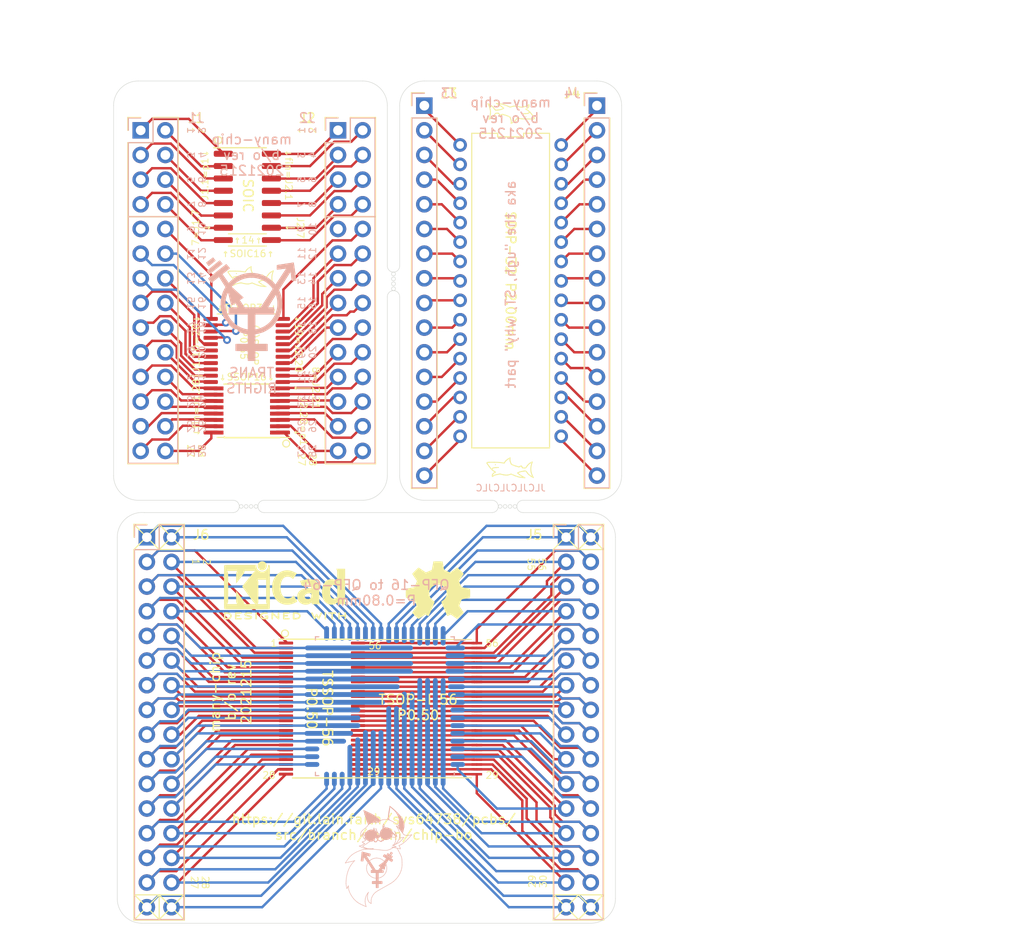
<source format=kicad_pcb>
(kicad_pcb (version 20171130) (host pcbnew 5.1.11)

  (general
    (thickness 1.6)
    (drawings 207)
    (tracks 863)
    (zones 0)
    (modules 21)
    (nets 153)
  )

  (page A4)
  (layers
    (0 F.Cu signal)
    (31 B.Cu signal)
    (32 B.Adhes user)
    (33 F.Adhes user)
    (34 B.Paste user)
    (35 F.Paste user)
    (36 B.SilkS user)
    (37 F.SilkS user)
    (38 B.Mask user)
    (39 F.Mask user)
    (40 Dwgs.User user)
    (41 Cmts.User user)
    (42 Eco1.User user)
    (43 Eco2.User user)
    (44 Edge.Cuts user)
    (45 Margin user)
    (46 B.CrtYd user)
    (47 F.CrtYd user)
    (48 B.Fab user)
    (49 F.Fab user)
  )

  (setup
    (last_trace_width 0.25)
    (trace_clearance 0.2)
    (zone_clearance 0.508)
    (zone_45_only no)
    (trace_min 0.2)
    (via_size 0.8)
    (via_drill 0.4)
    (via_min_size 0.4)
    (via_min_drill 0.3)
    (uvia_size 0.3)
    (uvia_drill 0.1)
    (uvias_allowed no)
    (uvia_min_size 0.2)
    (uvia_min_drill 0.1)
    (edge_width 0.05)
    (segment_width 0.2)
    (pcb_text_width 0.3)
    (pcb_text_size 1.5 1.5)
    (mod_edge_width 0.12)
    (mod_text_size 1 1)
    (mod_text_width 0.15)
    (pad_size 0.5 9.75)
    (pad_drill 0)
    (pad_to_mask_clearance 0)
    (aux_axis_origin 0 0)
    (visible_elements FFFFFF7F)
    (pcbplotparams
      (layerselection 0x010fc_ffffffff)
      (usegerberextensions false)
      (usegerberattributes true)
      (usegerberadvancedattributes true)
      (creategerberjobfile true)
      (excludeedgelayer true)
      (linewidth 0.100000)
      (plotframeref false)
      (viasonmask false)
      (mode 1)
      (useauxorigin false)
      (hpglpennumber 1)
      (hpglpenspeed 20)
      (hpglpendiameter 15.000000)
      (psnegative false)
      (psa4output false)
      (plotreference true)
      (plotvalue true)
      (plotinvisibletext false)
      (padsonsilk false)
      (subtractmaskfromsilk false)
      (outputformat 1)
      (mirror false)
      (drillshape 1)
      (scaleselection 1)
      (outputdirectory ""))
  )

  (net 0 "")
  (net 1 J115)
  (net 2 J114)
  (net 3 J113)
  (net 4 J112)
  (net 5 J111)
  (net 6 J110)
  (net 7 J109)
  (net 8 J108)
  (net 9 J107)
  (net 10 J106)
  (net 11 J105)
  (net 12 J104)
  (net 13 J103)
  (net 14 J102)
  (net 15 J101)
  (net 16 J100)
  (net 17 J135)
  (net 18 J134)
  (net 19 J133)
  (net 20 J132)
  (net 21 J131)
  (net 22 J130)
  (net 23 J129)
  (net 24 J128)
  (net 25 J127)
  (net 26 J126)
  (net 27 J125)
  (net 28 J124)
  (net 29 J123)
  (net 30 J122)
  (net 31 J121)
  (net 32 J120)
  (net 33 J28)
  (net 34 J27)
  (net 35 J26)
  (net 36 J25)
  (net 37 J24)
  (net 38 J23)
  (net 39 J22)
  (net 40 J21)
  (net 41 J20)
  (net 42 J19)
  (net 43 J18)
  (net 44 J17)
  (net 45 J16)
  (net 46 J15)
  (net 47 J14)
  (net 48 J13)
  (net 49 J12)
  (net 50 J11)
  (net 51 J10)
  (net 52 "Net-(J1-Pad9)")
  (net 53 J8)
  (net 54 J7)
  (net 55 J6)
  (net 56 J5)
  (net 57 J4)
  (net 58 J3)
  (net 59 J2)
  (net 60 J1)
  (net 61 J58)
  (net 62 J57)
  (net 63 J56)
  (net 64 J55)
  (net 65 J54)
  (net 66 J53)
  (net 67 J52)
  (net 68 J51)
  (net 69 J50)
  (net 70 J49)
  (net 71 J48)
  (net 72 J47)
  (net 73 J46)
  (net 74 J45)
  (net 75 J44)
  (net 76 J43)
  (net 77 J42)
  (net 78 J41)
  (net 79 J40)
  (net 80 "Net-(J2-Pad9)")
  (net 81 J38)
  (net 82 J37)
  (net 83 J36)
  (net 84 J35)
  (net 85 J34)
  (net 86 J33)
  (net 87 J32)
  (net 88 J31)
  (net 89 J264)
  (net 90 J214)
  (net 91 J263)
  (net 92 J213)
  (net 93 J262)
  (net 94 J212)
  (net 95 J261)
  (net 96 J211)
  (net 97 J260)
  (net 98 J210)
  (net 99 J259)
  (net 100 J209)
  (net 101 J258)
  (net 102 J208)
  (net 103 J257)
  (net 104 J207)
  (net 105 J256)
  (net 106 J206)
  (net 107 J255)
  (net 108 J205)
  (net 109 J254)
  (net 110 J204)
  (net 111 J253)
  (net 112 J203)
  (net 113 J252)
  (net 114 J202)
  (net 115 J251)
  (net 116 J201)
  (net 117 J284)
  (net 118 J234)
  (net 119 J283)
  (net 120 J233)
  (net 121 J282)
  (net 122 J232)
  (net 123 J281)
  (net 124 J231)
  (net 125 J280)
  (net 126 J230)
  (net 127 J279)
  (net 128 J229)
  (net 129 J278)
  (net 130 J228)
  (net 131 J277)
  (net 132 J227)
  (net 133 J276)
  (net 134 J226)
  (net 135 J275)
  (net 136 J225)
  (net 137 J274)
  (net 138 J224)
  (net 139 J273)
  (net 140 J223)
  (net 141 J272)
  (net 142 J222)
  (net 143 J271)
  (net 144 J221)
  (net 145 J215)
  (net 146 J265)
  (net 147 J200)
  (net 148 J250)
  (net 149 J235)
  (net 150 J285)
  (net 151 J220)
  (net 152 J270)

  (net_class Default "This is the default net class."
    (clearance 0.2)
    (trace_width 0.25)
    (via_dia 0.8)
    (via_drill 0.4)
    (uvia_dia 0.3)
    (uvia_drill 0.1)
    (add_net J1)
    (add_net J10)
    (add_net J100)
    (add_net J101)
    (add_net J102)
    (add_net J103)
    (add_net J104)
    (add_net J105)
    (add_net J106)
    (add_net J107)
    (add_net J108)
    (add_net J109)
    (add_net J11)
    (add_net J110)
    (add_net J111)
    (add_net J112)
    (add_net J113)
    (add_net J114)
    (add_net J115)
    (add_net J12)
    (add_net J120)
    (add_net J121)
    (add_net J122)
    (add_net J123)
    (add_net J124)
    (add_net J125)
    (add_net J126)
    (add_net J127)
    (add_net J128)
    (add_net J129)
    (add_net J13)
    (add_net J130)
    (add_net J131)
    (add_net J132)
    (add_net J133)
    (add_net J134)
    (add_net J135)
    (add_net J14)
    (add_net J15)
    (add_net J16)
    (add_net J17)
    (add_net J18)
    (add_net J19)
    (add_net J2)
    (add_net J20)
    (add_net J200)
    (add_net J201)
    (add_net J202)
    (add_net J203)
    (add_net J204)
    (add_net J205)
    (add_net J206)
    (add_net J207)
    (add_net J208)
    (add_net J209)
    (add_net J21)
    (add_net J210)
    (add_net J211)
    (add_net J212)
    (add_net J213)
    (add_net J214)
    (add_net J215)
    (add_net J22)
    (add_net J220)
    (add_net J221)
    (add_net J222)
    (add_net J223)
    (add_net J224)
    (add_net J225)
    (add_net J226)
    (add_net J227)
    (add_net J228)
    (add_net J229)
    (add_net J23)
    (add_net J230)
    (add_net J231)
    (add_net J232)
    (add_net J233)
    (add_net J234)
    (add_net J235)
    (add_net J24)
    (add_net J25)
    (add_net J250)
    (add_net J251)
    (add_net J252)
    (add_net J253)
    (add_net J254)
    (add_net J255)
    (add_net J256)
    (add_net J257)
    (add_net J258)
    (add_net J259)
    (add_net J26)
    (add_net J260)
    (add_net J261)
    (add_net J262)
    (add_net J263)
    (add_net J264)
    (add_net J265)
    (add_net J27)
    (add_net J270)
    (add_net J271)
    (add_net J272)
    (add_net J273)
    (add_net J274)
    (add_net J275)
    (add_net J276)
    (add_net J277)
    (add_net J278)
    (add_net J279)
    (add_net J28)
    (add_net J280)
    (add_net J281)
    (add_net J282)
    (add_net J283)
    (add_net J284)
    (add_net J285)
    (add_net J3)
    (add_net J31)
    (add_net J32)
    (add_net J33)
    (add_net J34)
    (add_net J35)
    (add_net J36)
    (add_net J37)
    (add_net J38)
    (add_net J4)
    (add_net J40)
    (add_net J41)
    (add_net J42)
    (add_net J43)
    (add_net J44)
    (add_net J45)
    (add_net J46)
    (add_net J47)
    (add_net J48)
    (add_net J49)
    (add_net J5)
    (add_net J50)
    (add_net J51)
    (add_net J52)
    (add_net J53)
    (add_net J54)
    (add_net J55)
    (add_net J56)
    (add_net J57)
    (add_net J58)
    (add_net J6)
    (add_net J7)
    (add_net J8)
    (add_net "Net-(J1-Pad9)")
    (add_net "Net-(J2-Pad9)")
  )

  (module graphics:xenia2-small (layer B.Cu) (tedit 61BE1604) (tstamp 61C69340)
    (at 153.924 130.556 180)
    (fp_text reference REF** (at 0 -0.5) (layer B.SilkS) hide
      (effects (font (size 1 1) (thickness 0.15)) (justify mirror))
    )
    (fp_text value xenia2-small (at 0 0.5) (layer B.Fab)
      (effects (font (size 1 1) (thickness 0.15)) (justify mirror))
    )
    (fp_poly (pts (xy -0.002884 -2.020035) (xy -0.006158 -2.30648) (xy 0.393229 -2.31303) (xy 0.398139 -2.517637)
      (xy 0.002025 -2.514366) (xy -0.004521 -2.933395) (xy -0.19603 -2.933394) (xy -0.194393 -2.514364)
      (xy -0.592144 -2.512723) (xy -0.590507 -2.306482) (xy -0.200941 -2.304842) (xy -0.197667 -2.013484)) (layer B.SilkS) (width 0.1))
    (fp_poly (pts (xy 1.550473 -0.183504) (xy 1.367147 -0.183504) (xy 1.295126 0.307546) (xy 0.846633 -0.324272)
      (xy 0.735329 -0.170409) (xy 1.108527 0.441766) (xy 0.669855 0.314094) (xy 0.624024 0.510514)
      (xy 1.452262 0.729849)) (layer B.SilkS) (width 0.1))
    (fp_poly (pts (xy 0.794254 -0.386473) (xy 0.29993 -1.172154) (xy 0.506172 -1.172153) (xy 0.509442 -1.378395)
      (xy 0.00366 -1.378396) (xy 0.002023 -1.912007) (xy -0.204219 -1.908736) (xy -0.204219 -1.375127)
      (xy -0.718184 -1.365309) (xy -0.71491 -1.191803) (xy -0.492301 -1.195074) (xy -0.655985 -0.92336)
      (xy -0.813121 -1.031392) (xy -0.8382 -1.016) (xy -0.853253 -0.905294) (xy -0.8636 -0.8382)
      (xy -0.97353 -0.573076) (xy -0.826216 -0.304637) (xy -0.302428 -0.674561) (xy -0.495574 -0.812056)
      (xy -0.254 -1.143) (xy -0.254 -1.1684) (xy 0.077318 -1.16561) (xy 0.6858 -0.2286)) (layer B.SilkS) (width 0.1))
    (fp_poly (pts (xy -0.7366 0.3048) (xy -1.084833 0.075117) (xy -0.875318 -0.212966) (xy -0.9906 -0.4318)
      (xy -1.255064 -0.026368) (xy -1.595526 -0.252253) (xy -1.683915 -0.078748) (xy -0.852403 0.467956)) (layer B.SilkS) (width 0.1))
    (fp_poly (pts (xy -1.075011 0.435219) (xy -1.57261 0.101305) (xy -1.680641 0.271536) (xy -1.18959 0.592355)) (layer B.SilkS) (width 0.05))
    (fp_poly (pts (xy -1.412199 0.562892) (xy -1.569336 0.451589) (xy -1.683915 0.618545) (xy -1.523505 0.729849)) (layer B.SilkS) (width 0.05))
    (fp_curve (pts (xy -2.0066 4.8514) (xy -1.92501 4.960172) (xy -1.826685 5.056895) (xy -1.722828 5.145807)) (layer B.SilkS) (width 0.00625))
    (fp_curve (pts (xy -1.654713 2.469027) (xy -1.645836 2.433742) (xy -1.633567 2.399437) (xy -1.618361 2.366331)) (layer B.SilkS) (width 0.00625))
    (fp_curve (pts (xy -2.201434 4.534875) (xy -2.141098 4.643702) (xy -2.080763 4.752529) (xy -2.0066 4.8514)) (layer B.SilkS) (width 0.00625))
    (fp_curve (pts (xy -2.352462 4.122994) (xy -2.331134 4.265615) (xy -2.266284 4.400245) (xy -2.201434 4.534875)) (layer B.SilkS) (width 0.00625))
    (fp_curve (pts (xy -2.352237 3.781994) (xy -2.359322 3.896448) (xy -2.36904 4.012135) (xy -2.352462 4.122994)) (layer B.SilkS) (width 0.00625))
    (fp_curve (pts (xy -2.335239 3.407531) (xy -2.339844 3.531856) (xy -2.34445 3.65618) (xy -2.352237 3.781994)) (layer B.SilkS) (width 0.00625))
    (fp_curve (pts (xy -0.766476 2.036752) (xy -0.725202 2.051816) (xy -0.686246 2.073861) (xy -0.650339 2.099363)) (layer B.SilkS) (width 0.00625))
    (fp_curve (pts (xy -0.475795 2.90493) (xy -0.490669 2.931991) (xy -0.507778 2.957806) (xy -0.52617 2.982586)) (layer B.SilkS) (width 0.00625))
    (fp_curve (pts (xy -2.137284 3.576839) (xy -2.013212 3.677303) (xy -1.879256 3.765334) (xy -1.740266 3.844522)) (layer B.SilkS) (width 0.05))
    (fp_curve (pts (xy -0.255998 3.755746) (xy -0.271405 3.781987) (xy -0.286812 3.808228) (xy -0.305207 3.832268)) (layer B.SilkS) (width 0.00625))
    (fp_curve (pts (xy -0.826881 3.20128) (xy -0.858474 3.213205) (xy -0.890718 3.223784) (xy -0.92378 3.230102)) (layer B.SilkS) (width 0.00625))
    (fp_curve (pts (xy -0.093893 1.916057) (xy -0.076385 1.892951) (xy -0.05776 1.870659) (xy -0.038128 1.849328)) (layer B.SilkS) (width 0.00625))
    (fp_curve (pts (xy -0.038128 1.849328) (xy -0.018211 1.827687) (xy 0.002741 1.807035) (xy 0.023693 1.786384)) (layer B.SilkS) (width 0.00625))
    (fp_line (start -1.993721 2.207196) (end -1.918793 2.49019) (layer B.SilkS) (width 0.05))
    (fp_curve (pts (xy 0.163378 1.872799) (xy 0.170826 1.871421) (xy 0.177406 1.866552) (xy 0.18271 1.860935)) (layer B.SilkS) (width 0.00625))
    (fp_curve (pts (xy -0.738065 3.164887) (xy -0.767475 3.177423) (xy -0.796885 3.189958) (xy -0.826881 3.20128)) (layer B.SilkS) (width 0.00625))
    (fp_curve (pts (xy 1.30631 2.190642) (xy 1.319282 2.216024) (xy 1.332253 2.241406) (xy 1.343333 2.267688)) (layer B.SilkS) (width 0.05))
    (fp_curve (pts (xy -1.407043 2.12467) (xy -1.362665 2.095995) (xy -1.315333 2.072279) (xy -1.266028 2.053324)) (layer B.SilkS) (width 0.00625))
    (fp_curve (pts (xy -0.277106 1.901644) (xy -0.314445 1.881986) (xy -0.351732 1.862227) (xy -0.388782 1.842034)) (layer B.SilkS) (width 0.00625))
    (fp_curve (pts (xy -0.388782 1.842034) (xy -0.423625 1.823043) (xy -0.458259 1.803667) (xy -0.492892 1.784291)) (layer B.SilkS) (width 0.00625))
    (fp_curve (pts (xy -0.547584 2.183957) (xy -0.528935 2.200489) (xy -0.510193 2.217138) (xy -0.495392 2.236809)) (layer B.SilkS) (width 0.00625))
    (fp_curve (pts (xy 0.511275 -4.140387) (xy 0.524778 -4.211868) (xy 0.53078 -4.284842) (xy 0.529994 -4.357499)) (layer B.SilkS) (width 0.05))
    (fp_curve (pts (xy 0.529994 -4.357499) (xy 0.529209 -4.430081) (xy 0.52165 -4.502346) (xy 0.514091 -4.574611)) (layer B.SilkS) (width 0.05))
    (fp_line (start -1.471162 -2.51644) (end -0.202427 -3.235325) (layer B.SilkS) (width 0.05))
    (fp_line (start -0.044233 0.113532) (end -0.044233 0.113532) (layer B.SilkS) (width 0.00625))
    (fp_curve (pts (xy 0.802037 3.54146) (xy 0.714378 3.607153) (xy 0.626718 3.672846) (xy 0.527985 3.716029)) (layer B.SilkS) (width 0.00625))
    (fp_curve (pts (xy -1.634714 2.826928) (xy -1.641187 2.816427) (xy -1.647562 2.805859) (xy -1.654305 2.79555)) (layer B.SilkS) (width 0.00625))
    (fp_curve (pts (xy 1.160706 2.223788) (xy 1.173205 2.229) (xy 1.163644 2.180192) (xy 1.156616 2.146053)) (layer B.SilkS) (width 0.05))
    (fp_curve (pts (xy -0.305207 3.832268) (xy -0.324641 3.857667) (xy -0.347411 3.880608) (xy -0.371354 3.902014)) (layer B.SilkS) (width 0.00625))
    (fp_curve (pts (xy 1.370491 2.350785) (xy 1.377208 2.38025) (xy 1.380823 2.410334) (xy 1.384439 2.440418)) (layer B.SilkS) (width 0.05))
    (fp_line (start 1.384439 2.440418) (end 1.380888 2.613249) (layer B.SilkS) (width 0.05))
    (fp_curve (pts (xy 0.965784 3.336057) (xy 1.032027 3.262184) (xy 1.110868 3.199304) (xy 1.190472 3.138495)) (layer B.SilkS) (width 0.05))
    (fp_curve (pts (xy 1.190472 3.138495) (xy 1.268739 3.078707) (xy 1.347743 3.020922) (xy 1.418109 2.952174)) (layer B.SilkS) (width 0.05))
    (fp_curve (pts (xy 1.143125 2.596602) (xy 1.138107 2.616808) (xy 1.132071 2.636818) (xy 1.12756 2.657048)) (layer B.SilkS) (width 0.05))
    (fp_curve (pts (xy -1.920061 1.499049) (xy -1.953071 1.524223) (xy -1.986081 1.549397) (xy -2.016713 1.577174)) (layer B.SilkS) (width 0.05))
    (fp_curve (pts (xy -0.250022 1.946915) (xy -0.216632 1.956542) (xy -0.178384 1.96444) (xy -0.166303 1.991766)) (layer B.SilkS) (width 0.00625))
    (fp_curve (pts (xy -0.166303 1.991766) (xy -0.162715 1.99988) (xy -0.161435 2.009707) (xy -0.159463 2.019125)) (layer B.SilkS) (width 0.00625))
    (fp_line (start -0.875318 -0.212966) (end -1.084833 0.075117) (layer B.SilkS) (width 0.00625))
    (fp_line (start -0.744371 0.304272) (end -0.852403 0.467956) (layer B.SilkS) (width 0.00625))
    (fp_curve (pts (xy -2.314239 2.982089) (xy -2.347797 2.910372) (xy -2.374886 2.83533) (xy -2.393917 2.758552)) (layer B.SilkS) (width 0.05))
    (fp_curve (pts (xy -0.072785 2.40964) (xy -0.069923 2.402439) (xy -0.067061 2.395237) (xy -0.065253 2.387757)) (layer B.SilkS) (width 0.00625))
    (fp_curve (pts (xy -0.772054 1.91028) (xy -0.772663 1.913206) (xy -0.772772 1.916103) (xy -0.772394 1.918965)) (layer B.SilkS) (width 0.00625))
    (fp_curve (pts (xy -0.772394 1.918965) (xy -0.771797 1.923488) (xy -0.769985 1.927924) (xy -0.76744 1.931778)) (layer B.SilkS) (width 0.00625))
    (fp_line (start -0.068642 2.361105) (end -0.063315 2.33743) (layer B.SilkS) (width 0.00625))
    (fp_line (start -0.063315 2.33743) (end 0.046184 2.260485) (layer B.SilkS) (width 0.00625))
    (fp_curve (pts (xy 0.046184 2.260485) (xy 0.046 2.256551) (xy 0.045815 2.252618) (xy 0.045597 2.248701)) (layer B.SilkS) (width 0.00625))
    (fp_curve (pts (xy -0.411344 2.44752) (xy -0.393013 2.480164) (xy -0.338597 2.478816) (xy -0.291824 2.478684)) (layer B.SilkS) (width 0.00625))
    (fp_curve (pts (xy -1.525525 2.223652) (xy -1.490928 2.185429) (xy -1.450395 2.152683) (xy -1.407043 2.12467)) (layer B.SilkS) (width 0.00625))
    (fp_curve (pts (xy 0.527985 3.716029) (xy 0.426789 3.76029) (xy 0.313959 3.780903) (xy 0.202307 3.785645)) (layer B.SilkS) (width 0.00625))
    (fp_curve (pts (xy 1.243175 2.10844) (xy 1.265596 2.134725) (xy 1.285953 2.162684) (xy 1.30631 2.190642)) (layer B.SilkS) (width 0.05))
    (fp_curve (pts (xy 2.931886 -1.316684) (xy 2.857212 -1.082976) (xy 2.757817 -0.856) (xy 2.624992 -0.65188)) (layer B.SilkS) (width 0.05))
    (fp_curve (pts (xy 2.624992 -0.65188) (xy 2.513074 -0.479889) (xy 2.377422 -0.324125) (xy 2.241769 -0.168361)) (layer B.SilkS) (width 0.05))
    (fp_curve (pts (xy -0.785416 3.504629) (xy -0.778193 3.467712) (xy -0.77097 3.430795) (xy -0.765071 3.393663)) (layer B.SilkS) (width 0.00625))
    (fp_curve (pts (xy -0.650339 2.099363) (xy -0.614118 2.12509) (xy -0.581001 2.154335) (xy -0.547584 2.183957)) (layer B.SilkS) (width 0.00625))
    (fp_curve (pts (xy -2.703085 2.221386) (xy -2.752707 2.231635) (xy -2.801903 2.243692) (xy -2.851099 2.255749)) (layer B.SilkS) (width 0.05))
    (fp_line (start -0.06805 2.568265) (end -0.06805 2.452256) (layer B.SilkS) (width 0.00625))
    (fp_curve (pts (xy -0.669406 3.122271) (xy -0.673174 3.179117) (xy -0.676941 3.235962) (xy -0.681979 3.29283)) (layer B.SilkS) (width 0.00625))
    (fp_curve (pts (xy -1.993721 2.207196) (xy -1.998143 2.140698) (xy -2.002565 2.0742) (xy -2.003031 2.006936)) (layer B.SilkS) (width 0.05))
    (fp_curve (pts (xy 0.777163 -3.395581) (xy 0.824444 -3.452886) (xy 0.871725 -3.510192) (xy 0.914336 -3.571047)) (layer B.SilkS) (width 0.05))
    (fp_curve (pts (xy 0.098514 1.766199) (xy 0.085409 1.760822) (xy 0.071288 1.757796) (xy 0.057185 1.755339)) (layer B.SilkS) (width 0.00625))
    (fp_curve (pts (xy 0.057185 1.755339) (xy 0.04305 1.752876) (xy 0.028933 1.750985) (xy 0.014815 1.749095)) (layer B.SilkS) (width 0.00625))
    (fp_line (start -1.255064 -0.026368) (end -1.012812 -0.393018) (layer B.SilkS) (width 0.00625))
    (fp_curve (pts (xy 1.089222 2.70178) (xy 1.088951 2.685373) (xy 1.088973 2.669774) (xy 1.090043 2.650741)) (layer B.SilkS) (width 0.00625))
    (fp_line (start 1.108527 0.441766) (end 0.735329 -0.170409) (layer B.SilkS) (width 0.00625))
    (fp_curve (pts (xy -0.618616 3.085937) (xy -0.634565 3.09925) (xy -0.651985 3.110761) (xy -0.669406 3.122271)) (layer B.SilkS) (width 0.00625))
    (fp_line (start -1.438859 3.162519) (end -1.467269 3.058347) (layer B.SilkS) (width 0.00625))
    (fp_line (start -0.852403 0.467956) (end -1.683915 -0.078748) (layer B.SilkS) (width 0.00625))
    (fp_curve (pts (xy 1.146659 -4.37316) (xy 1.143514 -4.466736) (xy 1.129901 -4.560019) (xy 1.108087 -4.650996)) (layer B.SilkS) (width 0.05))
    (fp_curve (pts (xy 1.108087 -4.650996) (xy 1.087759 -4.735778) (xy 1.060309 -4.818558) (xy 1.032858 -4.901339)) (layer B.SilkS) (width 0.05))
    (fp_curve (pts (xy -2.144387 1.112225) (xy -2.194434 1.031296) (xy -2.244482 0.950367) (xy -2.290581 0.867262)) (layer B.SilkS) (width 0.05))
    (fp_curve (pts (xy 0.193191 1.99208) (xy 0.193952 1.975317) (xy 0.193275 1.957881) (xy 0.199483 1.944417)) (layer B.SilkS) (width 0.00625))
    (fp_curve (pts (xy 0.970635 2.820788) (xy 0.944915 2.846496) (xy 0.914919 2.878391) (xy 0.882519 2.904457)) (layer B.SilkS) (width 0.00625))
    (fp_line (start -1.680641 0.271536) (end -1.18959 0.592355) (layer B.SilkS) (width 0.00625))
    (fp_curve (pts (xy -0.557539 1.934945) (xy -0.560786 1.928566) (xy -0.567165 1.924335) (xy -0.573789 1.921487)) (layer B.SilkS) (width 0.00625))
    (fp_curve (pts (xy -0.573789 1.921487) (xy -0.580759 1.918489) (xy -0.588001 1.917024) (xy -0.595324 1.916076)) (layer B.SilkS) (width 0.00625))
    (fp_curve (pts (xy -2.176443 3.314982) (xy -2.13907 3.346905) (xy -2.100715 3.377637) (xy -2.06236 3.408368)) (layer B.SilkS) (width 0.05))
    (fp_curve (pts (xy 1.138747 2.068319) (xy 1.132547 2.044861) (xy 1.124727 2.017723) (xy 1.116906 1.990585)) (layer B.SilkS) (width 0.05))
    (fp_curve (pts (xy 1.112011 2.728761) (xy 1.107045 2.739769) (xy 1.098954 2.749311) (xy 1.090863 2.758853)) (layer B.SilkS) (width 0.05))
    (fp_line (start 1.452262 0.729849) (end 0.624024 0.510514) (layer B.SilkS) (width 0.00625))
    (fp_curve (pts (xy -1.522567 2.990047) (xy -1.535175 2.974343) (xy -1.54781 2.958645) (xy -1.559603 2.942338)) (layer B.SilkS) (width 0.00625))
    (fp_curve (pts (xy -1.765268 1.237266) (xy -1.716058 1.23513) (xy -1.666833 1.23405) (xy -1.617608 1.23297)) (layer B.SilkS) (width 0.05))
    (fp_curve (pts (xy -2.343261 1.40225) (xy -2.427605 1.435968) (xy -2.511949 1.469687) (xy -2.590982 1.513298)) (layer B.SilkS) (width 0.05))
    (fp_curve (pts (xy -2.590982 1.513298) (xy -2.672536 1.558299) (xy -2.748435 1.613834) (xy -2.822077 1.671626)) (layer B.SilkS) (width 0.05))
    (fp_curve (pts (xy 0.981992 2.029842) (xy 0.99239 2.041059) (xy 1.002786 2.052297) (xy 1.012959 2.063636)) (layer B.SilkS) (width 0.00625))
    (fp_line (start -1.523505 0.729849) (end -1.412199 0.562892) (layer B.SilkS) (width 0.00625))
    (fp_curve (pts (xy -2.197157 1.113264) (xy -2.294803 1.092867) (xy -2.392426 1.07236) (xy -2.490049 1.051853)) (layer B.SilkS) (width 0.05))
    (fp_curve (pts (xy 0.514091 -4.574611) (xy 0.556284 -4.554252) (xy 0.598478 -4.533893) (xy 0.637798 -4.508373)) (layer B.SilkS) (width 0.05))
    (fp_curve (pts (xy -1.156607 3.224287) (xy -1.185538 3.218464) (xy -1.214114 3.210617) (xy -1.241934 3.200718)) (layer B.SilkS) (width 0.00625))
    (fp_curve (pts (xy 1.488561 1.212466) (xy 1.396454 1.171034) (xy 1.302282 1.133673) (xy 1.205783 1.104447)) (layer B.SilkS) (width 0.05))
    (fp_curve (pts (xy 1.205783 1.104447) (xy 1.107411 1.074653) (xy 1.006622 1.053313) (xy 0.905832 1.031973)) (layer B.SilkS) (width 0.05))
    (fp_curve (pts (xy -1.777417 1.195089) (xy -1.572653 1.076101) (xy -1.367889 0.957113) (xy -1.148114 0.914987)) (layer B.SilkS) (width 0.05))
    (fp_line (start -0.063315 2.33743) (end -0.024251 2.316122) (layer B.SilkS) (width 0.00625))
    (fp_curve (pts (xy 1.726031 0.855381) (xy 1.60013 0.902883) (xy 1.472075 0.94589) (xy 1.341084 0.974219)) (layer B.SilkS) (width 0.05))
    (fp_curve (pts (xy 1.341084 0.974219) (xy 1.198325 1.005093) (xy 1.052078 1.018533) (xy 0.905832 1.031973)) (layer B.SilkS) (width 0.05))
    (fp_curve (pts (xy 1.279508 2.665732) (xy 1.282756 2.638779) (xy 1.283545 2.611502) (xy 1.282621 2.584251)) (layer B.SilkS) (width 0.05))
    (fp_curve (pts (xy 1.282621 2.584251) (xy 1.281696 2.556965) (xy 1.279053 2.529705) (xy 1.273164 2.503158)) (layer B.SilkS) (width 0.05))
    (fp_curve (pts (xy -3.196761 2.430948) (xy -3.151687 2.433277) (xy -3.106885 2.438973) (xy -3.062614 2.447008)) (layer B.SilkS) (width 0.05))
    (fp_curve (pts (xy 0.72073 1.856524) (xy 0.752388 1.863515) (xy 0.784183 1.872136) (xy 0.811493 1.88878)) (layer B.SilkS) (width 0.00625))
    (fp_curve (pts (xy -1.484658 3.037087) (xy -1.49737 3.02147) (xy -1.509955 3.005756) (xy -1.522567 2.990047)) (layer B.SilkS) (width 0.00625))
    (fp_curve (pts (xy -2.110058 1.579816) (xy -2.059666 1.555528) (xy -2.009035 1.532142) (xy -1.9304 1.4986)) (layer B.SilkS) (width 0.05))
    (fp_curve (pts (xy -0.705094 3.462769) (xy -0.717067 3.519769) (xy -0.734669 3.575531) (xy -0.75227 3.631293)) (layer B.SilkS) (width 0.00625))
    (fp_curve (pts (xy 0.949994 1.996503) (xy 0.961023 2.007248) (xy 0.971509 2.018534) (xy 0.981992 2.029842)) (layer B.SilkS) (width 0.00625))
    (fp_curve (pts (xy -0.558654 1.949862) (xy -0.557111 1.9478) (xy -0.555976 1.945344) (xy -0.555751 1.942818)) (layer B.SilkS) (width 0.00625))
    (fp_curve (pts (xy -0.555751 1.942818) (xy -0.555513 1.940141) (xy -0.556297 1.937386) (xy -0.557539 1.934945)) (layer B.SilkS) (width 0.00625))
    (fp_curve (pts (xy -0.618504 1.914229) (xy -0.604786 1.90065) (xy -0.591068 1.88707) (xy -0.576745 1.874536)) (layer B.SilkS) (width 0.00625))
    (fp_line (start -0.75227 3.631293) (end -0.785416 3.504629) (layer B.SilkS) (width 0.00625))
    (fp_curve (pts (xy 0.914336 -3.571047) (xy 0.95995 -3.636191) (xy 1.000214 -3.705402) (xy 1.032697 -3.778009)) (layer B.SilkS) (width 0.05))
    (fp_curve (pts (xy 1.032697 -3.778009) (xy 1.071411 -3.864544) (xy 1.099073 -3.955903) (xy 1.11809 -4.049023)) (layer B.SilkS) (width 0.05))
    (fp_curve (pts (xy 1.11809 -4.049023) (xy 1.139867 -4.15566) (xy 1.150307 -4.264607) (xy 1.146659 -4.37316)) (layer B.SilkS) (width 0.05))
    (fp_curve (pts (xy 1.090863 2.628638) (xy 1.089309 2.603154) (xy 1.062387 2.681173) (xy 1.038776 2.729529)) (layer B.SilkS) (width 0.00625))
    (fp_line (start -1.084833 0.075117) (end -0.744371 0.304272) (layer B.SilkS) (width 0.00625))
    (fp_curve (pts (xy -0.765071 3.393663) (xy -0.759074 3.355921) (xy -0.754446 3.317957) (xy -0.75019 3.279964)) (layer B.SilkS) (width 0.00625))
    (fp_curve (pts (xy -0.159463 2.019125) (xy -0.156029 2.035525) (xy -0.150497 2.050686) (xy -0.145521 2.066213)) (layer B.SilkS) (width 0.00625))
    (fp_curve (pts (xy -0.145521 2.066213) (xy -0.142873 2.074474) (xy -0.140382 2.082839) (xy -0.137892 2.091203)) (layer B.SilkS) (width 0.00625))
    (fp_line (start -1.412199 0.562892) (end -1.569336 0.451589) (layer B.SilkS) (width 0.00625))
    (fp_curve (pts (xy -0.090952 3.894992) (xy -0.152094 3.857995) (xy -0.204046 3.806871) (xy -0.255998 3.755746)) (layer B.SilkS) (width 0.00625))
    (fp_line (start 1.367147 -0.183504) (end 1.550473 -0.183504) (layer B.SilkS) (width 0.00625))
    (fp_curve (pts (xy -0.10437 1.881874) (xy -0.124791 1.907696) (xy -0.143771 1.934639) (xy -0.162751 1.961582)) (layer B.SilkS) (width 0.00625))
    (fp_curve (pts (xy -0.162751 1.961582) (xy -0.200887 1.941637) (xy -0.239023 1.921693) (xy -0.277106 1.901644)) (layer B.SilkS) (width 0.00625))
    (fp_curve (pts (xy -1.323724 5.009811) (xy -1.351101 5.16119) (xy -1.37667 5.312783) (xy -1.402239 5.464376)) (layer B.SilkS) (width 0.00625))
    (fp_curve (pts (xy -0.062327 2.627992) (xy -0.066471 2.608478) (xy -0.067261 2.588372) (xy -0.06805 2.568265)) (layer B.SilkS) (width 0.00625))
    (fp_line (start -1.893427 2.898538) (end -1.893427 2.898538) (layer B.SilkS) (width 0.00625))
    (fp_curve (pts (xy -0.419038 2.402537) (xy -0.373489 2.411927) (xy -0.32794 2.421316) (xy -0.282199 2.42022)) (layer B.SilkS) (width 0.00625))
    (fp_line (start -1.18959 0.592355) (end -1.075011 0.435219) (layer B.SilkS) (width 0.00625))
    (fp_curve (pts (xy 0.042385 2.803434) (xy 0.028658 2.788473) (xy 0.014938 2.773481) (xy 0.002612 2.757383)) (layer B.SilkS) (width 0.00625))
    (fp_curve (pts (xy -2.833343 2.531568) (xy -2.815586 2.545628) (xy -2.799793 2.562367) (xy -2.7864 2.580674)) (layer B.SilkS) (width 0.05))
    (fp_curve (pts (xy 0.811493 1.88878) (xy 0.82081 1.894458) (xy 0.829604 1.901069) (xy 0.838434 1.907595)) (layer B.SilkS) (width 0.00625))
    (fp_curve (pts (xy 1.156616 2.146053) (xy 1.149415 2.111072) (xy 1.144872 2.091491) (xy 1.138747 2.068319)) (layer B.SilkS) (width 0.05))
    (fp_curve (pts (xy 0.023693 1.786384) (xy 0.034419 1.786986) (xy 0.045146 1.787588) (xy 0.05561 1.789687)) (layer B.SilkS) (width 0.00625))
    (fp_curve (pts (xy 0.05561 1.789687) (xy 0.066374 1.791846) (xy 0.076862 1.795589) (xy 0.086935 1.800091)) (layer B.SilkS) (width 0.00625))
    (fp_curve (pts (xy -2.628447 0.09934) (xy -2.641442 0.041297) (xy -2.648922 -0.018146) (xy -2.650124 -0.077517)) (layer B.SilkS) (width 0.05))
    (fp_line (start 0.905832 1.031973) (end 0.396903 1.016906) (layer B.SilkS) (width 0.05))
    (fp_curve (pts (xy -1.789366 2.642021) (xy -1.833434 2.59956) (xy -1.878157 2.558321) (xy -1.924982 2.519501)) (layer B.SilkS) (width 0.00625))
    (fp_curve (pts (xy -0.92378 3.230102) (xy -0.965698 3.238113) (xy -1.008931 3.239276) (xy -1.051765 3.237097)) (layer B.SilkS) (width 0.00625))
    (fp_line (start -1.893427 2.898538) (end -2.144387 2.312571) (layer B.SilkS) (width 0.00625))
    (fp_curve (pts (xy -0.282199 2.42022) (xy -0.244277 2.41931) (xy -0.206224 2.411194) (xy -0.169664 2.399708)) (layer B.SilkS) (width 0.00625))
    (fp_curve (pts (xy -0.169664 2.399708) (xy -0.1351 2.388848) (xy -0.101871 2.374977) (xy -0.068642 2.361105)) (layer B.SilkS) (width 0.00625))
    (fp_curve (pts (xy 1.131111 2.335062) (xy 1.133551 2.343532) (xy 1.135991 2.352002) (xy 1.138321 2.360498)) (layer B.SilkS) (width 0.00625))
    (fp_curve (pts (xy -2.650546 -0.081645) (xy -2.652769 -0.167293) (xy -2.654992 -0.252942) (xy -2.657848 -0.338605)) (layer B.SilkS) (width 0.05))
    (fp_curve (pts (xy 0.462122 1.070117) (xy 0.518652 1.065612) (xy 0.575483 1.064391) (xy 0.632238 1.065754)) (layer B.SilkS) (width 0.05))
    (fp_curve (pts (xy 0.632238 1.065754) (xy 0.69015 1.067146) (xy 0.747984 1.071229) (xy 0.805386 1.078848)) (layer B.SilkS) (width 0.05))
    (fp_curve (pts (xy 0.805386 1.078848) (xy 0.88605 1.089555) (xy 0.965859 1.107245) (xy 1.043505 1.132156)) (layer B.SilkS) (width 0.05))
    (fp_line (start -1.595526 -0.252253) (end -1.255064 -0.026368) (layer B.SilkS) (width 0.00625))
    (fp_curve (pts (xy 0.590128 3.009812) (xy 0.558881 3.013819) (xy 0.52741 3.016293) (xy 0.495795 3.016563)) (layer B.SilkS) (width 0.00625))
    (fp_curve (pts (xy 2.784842 -3.300878) (xy 2.805438 -3.242153) (xy 2.822563 -3.182031) (xy 2.833214 -3.120886)) (layer B.SilkS) (width 0.05))
    (fp_curve (pts (xy -1.654305 2.79555) (xy -1.691577 2.738567) (xy -1.740062 2.689528) (xy -1.789366 2.642021)) (layer B.SilkS) (width 0.00625))
    (fp_curve (pts (xy -1.664959 2.68901) (xy -1.668254 2.651477) (xy -1.671549 2.613943) (xy -1.670266 2.576417)) (layer B.SilkS) (width 0.00625))
    (fp_curve (pts (xy -3.036952 1.852083) (xy -3.114387 1.921515) (xy -3.189481 1.993745) (xy -3.262103 2.06829)) (layer B.SilkS) (width 0.05))
    (fp_curve (pts (xy -3.262103 2.06829) (xy -3.333255 2.141326) (xy -3.402035 2.216585) (xy -3.470843 2.29181)) (layer B.SilkS) (width 0.05))
    (fp_curve (pts (xy 0.882519 2.904457) (xy 0.854068 2.927346) (xy 0.823764 2.945739) (xy 0.791314 2.959838)) (layer B.SilkS) (width 0.00625))
    (fp_line (start -0.002884 -2.020035) (end -0.006158 -2.30648) (layer B.SilkS) (width 0.00625))
    (fp_curve (pts (xy 0.202307 3.785645) (xy 0.08551 3.790606) (xy -0.029998 3.778198) (xy -0.145507 3.765791)) (layer B.SilkS) (width 0.00625))
    (fp_curve (pts (xy 1.159522 2.473563) (xy 1.160285 2.494178) (xy 1.158207 2.514899) (xy 1.155184 2.535388)) (layer B.SilkS) (width 0.05))
    (fp_curve (pts (xy -0.400598 2.64649) (xy -0.403423 2.67346) (xy -0.407264 2.700301) (xy -0.412528 2.726891)) (layer B.SilkS) (width 0.00625))
    (fp_curve (pts (xy 0.733337 4.768766) (xy 0.918714 4.857258) (xy 1.10647 4.939315) (xy 1.294225 5.021371)) (layer B.SilkS) (width 0.00625))
    (fp_line (start -2.721752 2.678951) (end -2.482561 2.975612) (layer B.SilkS) (width 0.00625))
    (fp_curve (pts (xy 0.390397 3.007315) (xy 0.356865 3.000417) (xy 0.324341 2.989134) (xy 0.291817 2.977851)) (layer B.SilkS) (width 0.00625))
    (fp_curve (pts (xy 0.637798 -4.508373) (xy 0.679249 -4.48147) (xy 0.717506 -4.44883) (xy 0.748958 -4.410767)) (layer B.SilkS) (width 0.05))
    (fp_curve (pts (xy 0.748958 -4.410767) (xy 0.785942 -4.366007) (xy 0.813515 -4.313748) (xy 0.835519 -4.259879)) (layer B.SilkS) (width 0.05))
    (fp_curve (pts (xy 0.694247 2.99073) (xy 0.659793 2.998925) (xy 0.625101 3.005328) (xy 0.590128 3.009812)) (layer B.SilkS) (width 0.00625))
    (fp_curve (pts (xy -1.594077 2.890926) (xy -1.607775 2.869682) (xy -1.621448 2.848447) (xy -1.634714 2.826928)) (layer B.SilkS) (width 0.00625))
    (fp_curve (pts (xy -1.109739 4.063165) (xy -1.043818 4.069325) (xy -0.977857 4.073155) (xy -0.911326 4.075524)) (layer B.SilkS) (width 0.05))
    (fp_curve (pts (xy -0.911326 4.075524) (xy -0.845356 4.077874) (xy -0.778825 4.078787) (xy -0.71439 4.066921)) (layer B.SilkS) (width 0.05))
    (fp_curve (pts (xy -0.71439 4.066921) (xy -0.675543 4.059768) (xy -0.637458 4.047969) (xy -0.599846 4.035246)) (layer B.SilkS) (width 0.05))
    (fp_curve (pts (xy -2.851099 2.255749) (xy -2.813795 2.203556) (xy -2.776491 2.151363) (xy -2.73807 2.099942)) (layer B.SilkS) (width 0.05))
    (fp_curve (pts (xy -2.73807 2.099942) (xy -2.700213 2.049276) (xy -2.661271 1.999358) (xy -2.619101 1.952234)) (layer B.SilkS) (width 0.05))
    (fp_curve (pts (xy -0.492892 1.784291) (xy -0.509637 1.792533) (xy -0.526383 1.800776) (xy -0.542222 1.810537)) (layer B.SilkS) (width 0.00625))
    (fp_curve (pts (xy -0.542222 1.810537) (xy -0.560478 1.821789) (xy -0.577531 1.835059) (xy -0.593727 1.849202)) (layer B.SilkS) (width 0.00625))
    (fp_line (start 1.198587 2.376494) (end 1.131111 2.335062) (layer B.SilkS) (width 0.05))
    (fp_curve (pts (xy 1.090863 2.758853) (xy 1.090194 2.739492) (xy 1.089525 2.720131) (xy 1.089222 2.70178)) (layer B.SilkS) (width 0.05))
    (fp_line (start 0.506172 -1.172153) (end 0.509442 -1.378395) (layer B.SilkS) (width 0.00625))
    (fp_line (start 0.509442 -1.378395) (end 0.00366 -1.378396) (layer B.SilkS) (width 0.00625))
    (fp_line (start 0.00366 -1.378396) (end 0.002023 -1.912007) (layer B.SilkS) (width 0.00625))
    (fp_line (start 0.002023 -1.912007) (end -0.204219 -1.908736) (layer B.SilkS) (width 0.00625))
    (fp_line (start -0.204219 -1.908736) (end -0.204219 -1.375127) (layer B.SilkS) (width 0.00625))
    (fp_line (start -0.204219 -1.375127) (end -0.718184 -1.365309) (layer B.SilkS) (width 0.00625))
    (fp_line (start -0.718184 -1.365309) (end -0.71491 -1.191803) (layer B.SilkS) (width 0.00625))
    (fp_curve (pts (xy 0.032327 2.280857) (xy 0.049676 2.268766) (xy 0.066153 2.255394) (xy 0.082196 2.241567)) (layer B.SilkS) (width 0.00625))
    (fp_curve (pts (xy 0.495795 3.016563) (xy 0.460427 3.016865) (xy 0.424879 3.014408) (xy 0.390397 3.007315)) (layer B.SilkS) (width 0.00625))
    (fp_curve (pts (xy -1.944978 2.730616) (xy -1.925163 2.78565) (xy -1.909295 2.842094) (xy -1.893427 2.898538)) (layer B.SilkS) (width 0.00625))
    (fp_line (start 0.624024 0.510514) (end 0.669855 0.314094) (layer B.SilkS) (width 0.00625))
    (fp_curve (pts (xy -0.593727 1.849202) (xy -0.61349 1.86646) (xy -0.631978 1.885019) (xy -0.650466 1.903577)) (layer B.SilkS) (width 0.00625))
    (fp_curve (pts (xy -0.650466 1.903577) (xy -0.663204 1.902917) (xy -0.675942 1.902257) (xy -0.688637 1.901788)) (layer B.SilkS) (width 0.00625))
    (fp_curve (pts (xy -0.746943 1.949151) (xy -0.742037 1.951677) (xy -0.736776 1.953514) (xy -0.731422 1.954879)) (layer B.SilkS) (width 0.00625))
    (fp_curve (pts (xy -0.731422 1.954879) (xy -0.725338 1.95643) (xy -0.719135 1.95737) (xy -0.712931 1.958264)) (layer B.SilkS) (width 0.00625))
    (fp_curve (pts (xy 1.155184 2.535388) (xy 1.152142 2.556014) (xy 1.148142 2.576405) (xy 1.143125 2.596602)) (layer B.SilkS) (width 0.05))
    (fp_line (start -1.779436 1.443804) (end -1.920061 1.499049) (layer B.SilkS) (width 0.05))
    (fp_curve (pts (xy -2.55758 -1.195716) (xy -2.525073 -1.292182) (xy -2.486156 -1.386421) (xy -2.440963 -1.477561)) (layer B.SilkS) (width 0.05))
    (fp_curve (pts (xy -2.440963 -1.477561) (xy -2.396831 -1.566561) (xy -2.346714 -1.652607) (xy -2.291713 -1.735326)) (layer B.SilkS) (width 0.05))
    (fp_curve (pts (xy -2.291713 -1.735326) (xy -2.218835 -1.84493) (xy -2.137383 -1.948693) (xy -2.0491 -2.046616)) (layer B.SilkS) (width 0.05))
    (fp_line (start 0.205401 3.121087) (end 0.239731 2.957727) (layer B.SilkS) (width 0.00625))
    (fp_curve (pts (xy 1.960936 -4.42783) (xy 2.090305 -4.331531) (xy 2.209011 -4.220386) (xy 2.313349 -4.097729)) (layer B.SilkS) (width 0.05))
    (fp_curve (pts (xy 0.199483 1.944417) (xy 0.209768 1.922111) (xy 0.238953 1.91071) (xy 0.265842 1.900361)) (layer B.SilkS) (width 0.00625))
    (fp_curve (pts (xy -2.243286 1.648879) (xy -2.199915 1.623936) (xy -2.155082 1.601516) (xy -2.110058 1.579816)) (layer B.SilkS) (width 0.05))
    (fp_curve (pts (xy -1.36773 3.139506) (xy -1.382104 3.13014) (xy -1.395915 3.119896) (xy -1.409214 3.109054)) (layer B.SilkS) (width 0.00625))
    (fp_curve (pts (xy -2.384625 3.111633) (xy -2.351473 3.147144) (xy -2.31832 3.182654) (xy -2.283755 3.216764)) (layer B.SilkS) (width 0.05))
    (fp_curve (pts (xy -2.283755 3.216764) (xy -2.249242 3.250821) (xy -2.21332 3.283482) (xy -2.176443 3.314982)) (layer B.SilkS) (width 0.05))
    (fp_curve (pts (xy 0.590047 1.835358) (xy 0.633966 1.840381) (xy 0.677219 1.846914) (xy 0.72073 1.856524)) (layer B.SilkS) (width 0.00625))
    (fp_curve (pts (xy -0.712931 1.958264) (xy -0.706318 1.959218) (xy -0.699704 1.960121) (xy -0.693081 1.960989)) (layer B.SilkS) (width 0.00625))
    (fp_curve (pts (xy -0.693081 1.960989) (xy -0.682133 1.962424) (xy -0.671162 1.963766) (xy -0.660143 1.964472)) (layer B.SilkS) (width 0.00625))
    (fp_curve (pts (xy -2.475843 1.813018) (xy -2.439771 1.782478) (xy -2.402263 1.753693) (xy -2.363695 1.726378)) (layer B.SilkS) (width 0.05))
    (fp_curve (pts (xy -2.363695 1.726378) (xy -2.324724 1.698779) (xy -2.284671 1.67268) (xy -2.243286 1.648879)) (layer B.SilkS) (width 0.05))
    (fp_curve (pts (xy -1.467269 3.058347) (xy -1.473074 3.051267) (xy -1.478879 3.044187) (xy -1.484658 3.037087)) (layer B.SilkS) (width 0.00625))
    (fp_curve (pts (xy -3.518745 2.475325) (xy -3.46596 2.461294) (xy -3.413194 2.446765) (xy -3.359314 2.438471)) (layer B.SilkS) (width 0.05))
    (fp_curve (pts (xy -3.359314 2.438471) (xy -3.305733 2.430224) (xy -3.25105 2.428143) (xy -3.196761 2.430948)) (layer B.SilkS) (width 0.05))
    (fp_curve (pts (xy 0.884565 -4.106966) (xy 0.896713 -4.058904) (xy 0.906812 -4.010004) (xy 0.909155 -3.960833)) (layer B.SilkS) (width 0.05))
    (fp_curve (pts (xy 0.909155 -3.960833) (xy 0.911311 -3.915579) (xy 0.906898 -3.870095) (xy 0.902484 -3.824612)) (layer B.SilkS) (width 0.05))
    (fp_line (start 0.902484 -3.824612) (end 0.835519 -3.4697) (layer B.SilkS) (width 0.05))
    (fp_curve (pts (xy 1.124275 1.916406) (xy 1.171335 1.879756) (xy 1.222982 1.848477) (xy 1.277243 1.823707)) (layer B.SilkS) (width 0.05))
    (fp_curve (pts (xy 1.277243 1.823707) (xy 1.334009 1.797792) (xy 1.393637 1.779001) (xy 1.453265 1.76021)) (layer B.SilkS) (width 0.05))
    (fp_curve (pts (xy 1.453265 1.76021) (xy 1.423042 1.738286) (xy 1.392818 1.716362) (xy 1.361479 1.696081)) (layer B.SilkS) (width 0.05))
    (fp_curve (pts (xy -1.814387 2.538317) (xy -1.762167 2.586098) (xy -1.713563 2.637554) (xy -1.664959 2.68901)) (layer B.SilkS) (width 0.00625))
    (fp_curve (pts (xy 0.791314 2.959838) (xy 0.760336 2.973298) (xy 0.727402 2.982844) (xy 0.694247 2.99073)) (layer B.SilkS) (width 0.00625))
    (fp_line (start -0.006158 -2.30648) (end 0.393229 -2.31303) (layer B.SilkS) (width 0.00625))
    (fp_curve (pts (xy 0.014815 1.749095) (xy -0.005266 1.770205) (xy -0.025348 1.791315) (xy -0.045019 1.812828)) (layer B.SilkS) (width 0.00625))
    (fp_curve (pts (xy -0.045019 1.812828) (xy -0.065507 1.835235) (xy -0.085551 1.858079) (xy -0.10437 1.881874)) (layer B.SilkS) (width 0.00625))
    (fp_curve (pts (xy 0.239731 2.957727) (xy 0.220182 2.945717) (xy 0.200634 2.933707) (xy 0.181255 2.921394)) (layer B.SilkS) (width 0.00625))
    (fp_curve (pts (xy -1.087693 -0.932381) (xy -1.087389 -1.067389) (xy -1.060568 -1.202172) (xy -1.009213 -1.326924)) (layer B.SilkS) (width 0.05))
    (fp_curve (pts (xy -1.009213 -1.326924) (xy -0.956927 -1.453938) (xy -0.87921 -1.570554) (xy -0.782051 -1.667719)) (layer B.SilkS) (width 0.05))
    (fp_curve (pts (xy -0.782051 -1.667719) (xy -0.684892 -1.764884) (xy -0.568292 -1.842597) (xy -0.441256 -1.894881)) (layer B.SilkS) (width 0.05))
    (fp_curve (pts (xy 1.090467 2.14996) (xy 1.1176 2.1844) (xy 1.143 2.1844) (xy 1.160706 2.223788)) (layer B.SilkS) (width 0.05))
    (fp_curve (pts (xy 0.38736 1.85628) (xy 0.419728 1.845625) (xy 0.453837 1.83546) (xy 0.488323 1.831959)) (layer B.SilkS) (width 0.00625))
    (fp_curve (pts (xy -1.409214 3.109054) (xy -1.421767 3.09882) (xy -1.433864 3.088054) (xy -1.445961 3.077288)) (layer B.SilkS) (width 0.00625))
    (fp_curve (pts (xy -0.773837 -1.010658) (xy -0.787344 -1.020042) (xy -0.802092 -1.030055) (xy -0.813121 -1.031392)) (layer B.SilkS) (width 0.00625))
    (fp_curve (pts (xy -0.813121 -1.031392) (xy -0.845976 -1.035376) (xy -0.845819 -0.962356) (xy -0.853253 -0.905294)) (layer B.SilkS) (width 0.00625))
    (fp_curve (pts (xy -0.853253 -0.905294) (xy -0.866209 -0.805852) (xy -0.902219 -0.754872) (xy -0.931215 -0.688261)) (layer B.SilkS) (width 0.00625))
    (fp_curve (pts (xy -1.31693 3.168438) (xy -1.334344 3.15965) (xy -1.3514 3.150145) (xy -1.36773 3.139506)) (layer B.SilkS) (width 0.00625))
    (fp_curve (pts (xy 1.25572 2.448886) (xy 1.248879 2.433171) (xy 1.240479 2.417971) (xy 1.229447 2.405113)) (layer B.SilkS) (width 0.05))
    (fp_curve (pts (xy 1.229447 2.405113) (xy 1.220352 2.394512) (xy 1.20947 2.385503) (xy 1.198587 2.376494)) (layer B.SilkS) (width 0.05))
    (fp_curve (pts (xy 0.838434 1.907595) (xy 0.857734 1.921859) (xy 0.877202 1.935712) (xy 0.896153 1.950349)) (layer B.SilkS) (width 0.00625))
    (fp_curve (pts (xy 0.128037 2.885062) (xy 0.113285 2.873825) (xy 0.099205 2.861673) (xy 0.08584 2.84882)) (layer B.SilkS) (width 0.00625))
    (fp_curve (pts (xy 1.043512 2.098308) (xy 1.059022 2.115992) (xy 1.075077 2.134074) (xy 1.090467 2.14996)) (layer B.SilkS) (width 0.00625))
    (fp_curve (pts (xy -2.822077 1.671626) (xy -2.895842 1.729515) (xy -2.967343 1.789669) (xy -3.036952 1.852083)) (layer B.SilkS) (width 0.05))
    (fp_curve (pts (xy -0.495392 2.236809) (xy -0.47699 2.261266) (xy -0.464681 2.290394) (xy -0.452809 2.318757)) (layer B.SilkS) (width 0.00625))
    (fp_line (start 1.380888 2.613249) (end 1.264878 2.745831) (layer B.SilkS) (width 0.05))
    (fp_curve (pts (xy 1.264878 2.745831) (xy 1.270572 2.719239) (xy 1.276265 2.692647) (xy 1.279508 2.665732)) (layer B.SilkS) (width 0.05))
    (fp_curve (pts (xy -0.688637 1.901788) (xy -0.70091 1.901334) (xy -0.713141 1.901059) (xy -0.725524 1.899769)) (layer B.SilkS) (width 0.00625))
    (fp_curve (pts (xy -0.725524 1.899769) (xy -0.738105 1.898459) (xy -0.750841 1.896102) (xy -0.763055 1.900168)) (layer B.SilkS) (width 0.00625))
    (fp_curve (pts (xy 0.963452 -0.659106) (xy 0.939937 -0.571703) (xy 0.905003 -0.487336) (xy 0.859789 -0.408841)) (layer B.SilkS) (width 0.05))
    (fp_curve (pts (xy 0.859789 -0.408841) (xy 0.814197 -0.329691) (xy 0.758152 -0.256511) (xy 0.693586 -0.192082)) (layer B.SilkS) (width 0.05))
    (fp_curve (pts (xy 0.693586 -0.192082) (xy 0.629019 -0.127653) (xy 0.555931 -0.071976) (xy 0.476827 -0.025879)) (layer B.SilkS) (width 0.05))
    (fp_curve (pts (xy 0.112734 3.970656) (xy 0.041396 3.955143) (xy -0.02943 3.93222) (xy -0.090952 3.894992)) (layer B.SilkS) (width 0.00625))
    (fp_curve (pts (xy -1.241934 3.200718) (xy -1.267593 3.191588) (xy -1.29261 3.180712) (xy -1.31693 3.168438)) (layer B.SilkS) (width 0.00625))
    (fp_curve (pts (xy -2.475864 3.243469) (xy -2.440246 3.282818) (xy -2.404627 3.322168) (xy -2.368216 3.360797)) (layer B.SilkS) (width 0.00625))
    (fp_line (start -0.71491 -1.191803) (end -0.492301 -1.195074) (layer B.SilkS) (width 0.00625))
    (fp_line (start -0.492301 -1.195074) (end -0.655985 -0.92336) (layer B.SilkS) (width 0.00625))
    (fp_curve (pts (xy -0.655985 -0.92336) (xy -0.66995 -0.934056) (xy -0.683915 -0.944753) (xy -0.697451 -0.955005)) (layer B.SilkS) (width 0.00625))
    (fp_curve (pts (xy -0.697451 -0.955005) (xy -0.721978 -0.97358) (xy -0.745098 -0.990693) (xy -0.773837 -1.010658)) (layer B.SilkS) (width 0.00625))
    (fp_curve (pts (xy 0.212505 1.812427) (xy 0.21451 1.806078) (xy 0.215488 1.799085) (xy 0.213593 1.793092)) (layer B.SilkS) (width 0.00625))
    (fp_curve (pts (xy 0.213593 1.793092) (xy 0.21166 1.786978) (xy 0.206739 1.781906) (xy 0.201847 1.777207)) (layer B.SilkS) (width 0.00625))
    (fp_curve (pts (xy -1.951671 1.329504) (xy -1.989547 1.311294) (xy -2.026127 1.290481) (xy -2.062707 1.269667)) (layer B.SilkS) (width 0.05))
    (fp_curve (pts (xy -0.763055 1.900168) (xy -0.76518 1.900876) (xy -0.76729 1.901778) (xy -0.768796 1.903283)) (layer B.SilkS) (width 0.00625))
    (fp_curve (pts (xy -0.768796 1.903283) (xy -0.770575 1.905062) (xy -0.771512 1.907682) (xy -0.772054 1.91028)) (layer B.SilkS) (width 0.00625))
    (fp_curve (pts (xy -2.016713 1.577174) (xy -2.058665 1.615214) (xy -2.096157 1.658135) (xy -2.132197 1.702204)) (layer B.SilkS) (width 0.05))
    (fp_curve (pts (xy -2.132197 1.702204) (xy -2.166689 1.74438) (xy -2.19985 1.787607) (xy -2.228097 1.833871)) (layer B.SilkS) (width 0.05))
    (fp_curve (pts (xy -2.228097 1.833871) (xy -2.255469 1.878704) (xy -2.278226 1.92639) (xy -2.300311 1.974236)) (layer B.SilkS) (width 0.05))
    (fp_curve (pts (xy 1.043505 1.132156) (xy 1.111964 1.154119) (xy 1.178742 1.181695) (xy 1.241595 1.216105)) (layer B.SilkS) (width 0.05))
    (fp_curve (pts (xy 1.241595 1.216105) (xy 1.298082 1.24703) (xy 1.351399 1.283475) (xy 1.404716 1.31992)) (layer B.SilkS) (width 0.05))
    (fp_line (start 0.396903 1.016906) (end 0.301479 1.088893) (layer B.SilkS) (width 0.05))
    (fp_curve (pts (xy -2.392159 2.185433) (xy -2.445086 2.188189) (xy -2.498014 2.190945) (xy -2.550643 2.196765)) (layer B.SilkS) (width 0.05))
    (fp_curve (pts (xy -2.550643 2.196765) (xy -2.601791 2.20242) (xy -2.652658 2.21097) (xy -2.703085 2.221386)) (layer B.SilkS) (width 0.05))
    (fp_curve (pts (xy 0.695359 -1.665984) (xy 0.79056 -1.570382) (xy 0.866958 -1.456124) (xy 0.918849 -1.331507)) (layer B.SilkS) (width 0.05))
    (fp_curve (pts (xy 0.918849 -1.331507) (xy 0.971681 -1.20463) (xy 0.99911 -1.067015) (xy 0.9992 -0.929901)) (layer B.SilkS) (width 0.05))
    (fp_curve (pts (xy 0.9992 -0.929901) (xy 0.99926 -0.838458) (xy 0.987162 -0.747238) (xy 0.963452 -0.659106)) (layer B.SilkS) (width 0.05))
    (fp_line (start 0.393229 -2.31303) (end 0.398139 -2.517637) (layer B.SilkS) (width 0.00625))
    (fp_line (start 0.398139 -2.517637) (end 0.002025 -2.514366) (layer B.SilkS) (width 0.00625))
    (fp_line (start 0.002025 -2.514366) (end -0.004521 -2.933395) (layer B.SilkS) (width 0.00625))
    (fp_line (start -0.004521 -2.933395) (end -0.19603 -2.933394) (layer B.SilkS) (width 0.00625))
    (fp_line (start -0.19603 -2.933394) (end -0.194393 -2.514364) (layer B.SilkS) (width 0.00625))
    (fp_line (start -0.194393 -2.514364) (end -0.592144 -2.512723) (layer B.SilkS) (width 0.00625))
    (fp_curve (pts (xy 0.476827 -0.025879) (xy 0.398377 0.019836) (xy 0.31401 0.056127) (xy 0.226562 0.077784)) (layer B.SilkS) (width 0.05))
    (fp_curve (pts (xy 0.226562 0.077784) (xy 0.138385 0.09962) (xy 0.047076 0.106576) (xy -0.044233 0.113532)) (layer B.SilkS) (width 0.05))
    (fp_line (start 0.794254 -0.386473) (end 0.29993 -1.172154) (layer B.SilkS) (width 0.00625))
    (fp_line (start 0.29993 -1.172154) (end 0.506172 -1.172153) (layer B.SilkS) (width 0.00625))
    (fp_curve (pts (xy -2.06236 3.408368) (xy -2.106827 3.338369) (xy -2.151295 3.26837) (xy -2.194641 3.197572)) (layer B.SilkS) (width 0.05))
    (fp_curve (pts (xy -2.194641 3.197572) (xy -2.237566 3.127461) (xy -2.27939 3.056567) (xy -2.314239 2.982089)) (layer B.SilkS) (width 0.05))
    (fp_curve (pts (xy -3.470843 2.29181) (xy -3.539273 2.366622) (xy -3.607731 2.441401) (xy -3.676189 2.51618)) (layer B.SilkS) (width 0.05))
    (fp_curve (pts (xy 0.082196 2.241567) (xy 0.097893 2.228039) (xy 0.113174 2.214076) (xy 0.128456 2.200112)) (layer B.SilkS) (width 0.00625))
    (fp_curve (pts (xy 0.201847 1.777207) (xy 0.197408 1.772942) (xy 0.192993 1.768985) (xy 0.187646 1.766259)) (layer B.SilkS) (width 0.00625))
    (fp_curve (pts (xy 0.187646 1.766259) (xy 0.185818 1.765328) (xy 0.183881 1.76454) (xy 0.181869 1.764215)) (layer B.SilkS) (width 0.00625))
    (fp_curve (pts (xy 0.181869 1.764215) (xy 0.179756 1.763873) (xy 0.17756 1.76404) (xy 0.175441 1.764454)) (layer B.SilkS) (width 0.00625))
    (fp_curve (pts (xy 0.175441 1.764454) (xy 0.173332 1.764866) (xy 0.1713 1.765523) (xy 0.169297 1.76626)) (layer B.SilkS) (width 0.00625))
    (fp_curve (pts (xy -0.491248 1.824854) (xy -0.461652 1.82228) (xy -0.433527 1.846878) (xy -0.40674 1.867339)) (layer B.SilkS) (width 0.00625))
    (fp_curve (pts (xy -0.40674 1.867339) (xy -0.356964 1.90536) (xy -0.311812 1.929098) (xy -0.250022 1.946915)) (layer B.SilkS) (width 0.00625))
    (fp_curve (pts (xy 3.105609 -2.25095) (xy 3.084073 -1.934637) (xy 3.028798 -1.619991) (xy 2.931886 -1.316684)) (layer B.SilkS) (width 0.05))
    (fp_curve (pts (xy -0.024251 2.316122) (xy -0.005071 2.304838) (xy 0.014109 2.293554) (xy 0.032327 2.280857)) (layer B.SilkS) (width 0.00625))
    (fp_curve (pts (xy 0.127865 1.853267) (xy 0.130904 1.857933) (xy 0.134824 1.861984) (xy 0.139252 1.865455)) (layer B.SilkS) (width 0.00625))
    (fp_curve (pts (xy 0.139252 1.865455) (xy 0.14307 1.868448) (xy 0.147265 1.871008) (xy 0.151907 1.872282)) (layer B.SilkS) (width 0.00625))
    (fp_curve (pts (xy 1.116906 1.990585) (xy 1.138288 2.007841) (xy 1.159671 2.025097) (xy 1.180041 2.043533)) (layer B.SilkS) (width 0.05))
    (fp_curve (pts (xy -0.452809 2.318757) (xy -0.440879 2.347259) (xy -0.429391 2.374988) (xy -0.422738 2.406551)) (layer B.SilkS) (width 0.00625))
    (fp_curve (pts (xy 1.539938 2.798279) (xy 1.573483 2.737815) (xy 1.594398 2.670084) (xy 1.60533 2.601643)) (layer B.SilkS) (width 0.05))
    (fp_curve (pts (xy 1.60533 2.601643) (xy 1.618642 2.518296) (xy 1.617148 2.433896) (xy 1.615654 2.349496)) (layer B.SilkS) (width 0.05))
    (fp_curve (pts (xy 3.015207 -3.039455) (xy 2.998948 -3.004414) (xy 2.982689 -2.969372) (xy 2.966096 -2.934489)) (layer B.SilkS) (width 0.05))
    (fp_curve (pts (xy 1.138321 2.360498) (xy 1.143415 2.379079) (xy 1.147981 2.397787) (xy 1.151843 2.416712)) (layer B.SilkS) (width 0.00625))
    (fp_curve (pts (xy -0.184392 2.507911) (xy -0.21651 2.516662) (xy -0.250988 2.518845) (xy -0.284212 2.515015)) (layer B.SilkS) (width 0.00625))
    (fp_curve (pts (xy 0.151907 1.872282) (xy 0.155615 1.8733) (xy 0.159608 1.873497) (xy 0.163378 1.872799)) (layer B.SilkS) (width 0.00625))
    (fp_curve (pts (xy 1.754604 1.341683) (xy 1.66658 1.297315) (xy 1.578556 1.252947) (xy 1.488561 1.212466)) (layer B.SilkS) (width 0.05))
    (fp_line (start -1.075011 0.435219) (end -1.57261 0.101305) (layer B.SilkS) (width 0.00625))
    (fp_curve (pts (xy -0.52617 2.982586) (xy -0.54072 3.002189) (xy -0.556075 3.021145) (xy -0.572237 3.039508)) (layer B.SilkS) (width 0.00625))
    (fp_curve (pts (xy -0.681979 3.29283) (xy -0.68703 3.349858) (xy -0.693359 3.406908) (xy -0.705094 3.462769)) (layer B.SilkS) (width 0.00625))
    (fp_curve (pts (xy -0.371354 3.902014) (xy -0.396754 3.924722) (xy -0.423474 3.945703) (xy -0.450195 3.966683)) (layer B.SilkS) (width 0.00625))
    (fp_line (start -1.012812 -0.393018) (end -0.875318 -0.212966) (layer B.SilkS) (width 0.00625))
    (fp_curve (pts (xy -0.291824 2.478684) (xy -0.24587 2.478554) (xy -0.207294 2.479599) (xy -0.170997 2.46739)) (layer B.SilkS) (width 0.00625))
    (fp_curve (pts (xy -2.636579 -0.88488) (xy -2.618857 -0.990391) (xy -2.591761 -1.094285) (xy -2.55758 -1.195716)) (layer B.SilkS) (width 0.05))
    (fp_curve (pts (xy -0.931215 -0.688261) (xy -0.946644 -0.652816) (xy -0.960087 -0.612946) (xy -0.97353 -0.573076)) (layer B.SilkS) (width 0.00625))
    (fp_line (start -0.97353 -0.573076) (end -0.826216 -0.304637) (layer B.SilkS) (width 0.00625))
    (fp_line (start -0.826216 -0.304637) (end -0.302428 -0.674561) (layer B.SilkS) (width 0.00625))
    (fp_line (start -0.302428 -0.674561) (end -0.495574 -0.812056) (layer B.SilkS) (width 0.00625))
    (fp_line (start -0.495574 -0.812056) (end -0.253322 -1.162339) (layer B.SilkS) (width 0.00625))
    (fp_curve (pts (xy -2.080463 2.40017) (xy -2.05816 2.45535) (xy -2.035857 2.510531) (xy -2.012592 2.565371)) (layer B.SilkS) (width 0.00625))
    (fp_curve (pts (xy 0.042774 3.1606) (xy 0.021929 3.106813) (xy 0.001083 3.053025) (xy -0.020304 2.999321)) (layer B.SilkS) (width 0.05))
    (fp_curve (pts (xy -0.605482 1.963948) (xy -0.601091 1.96383) (xy -0.596695 1.963791) (xy -0.592325 1.963445)) (layer B.SilkS) (width 0.00625))
    (fp_curve (pts (xy -0.592325 1.963445) (xy -0.587806 1.963087) (xy -0.583316 1.962401) (xy -0.578883 1.96127)) (layer B.SilkS) (width 0.00625))
    (fp_curve (pts (xy 1.012959 2.063636) (xy 1.023215 2.075067) (xy 1.033244 2.0866) (xy 1.043512 2.098308)) (layer B.SilkS) (width 0.00625))
    (fp_curve (pts (xy -0.445839 0.033181) (xy -0.570381 -0.014593) (xy -0.684693 -0.093996) (xy -0.780316 -0.190309)) (layer B.SilkS) (width 0.05))
    (fp_curve (pts (xy -0.780316 -0.190309) (xy -0.877673 -0.288369) (xy -0.955657 -0.403957) (xy -1.008239 -0.530596)) (layer B.SilkS) (width 0.05))
    (fp_curve (pts (xy -1.008239 -0.530596) (xy -1.060821 -0.657235) (xy -1.088001 -0.794925) (xy -1.087693 -0.932381)) (layer B.SilkS) (width 0.05))
    (fp_curve (pts (xy -2.619101 1.952234) (xy -2.574686 1.902601) (xy -2.52669 1.856066) (xy -2.475843 1.813018)) (layer B.SilkS) (width 0.05))
    (fp_curve (pts (xy 0.963695 3.954101) (xy 0.912658 3.815489) (xy 0.857348 3.678475) (xy 0.802037 3.54146)) (layer B.SilkS) (width 0.00625))
    (fp_curve (pts (xy 0.18271 1.860935) (xy 0.188694 1.8546) (xy 0.193054 1.847313) (xy 0.197638 1.840154)) (layer B.SilkS) (width 0.00625))
    (fp_curve (pts (xy 0.197638 1.840154) (xy 0.203274 1.831351) (xy 0.209246 1.82274) (xy 0.212505 1.812427)) (layer B.SilkS) (width 0.00625))
    (fp_line (start -0.592144 -2.512723) (end -0.590507 -2.306482) (layer B.SilkS) (width 0.00625))
    (fp_line (start -0.590507 -2.306482) (end -0.200941 -2.304842) (layer B.SilkS) (width 0.00625))
    (fp_line (start -0.200941 -2.304842) (end -0.197667 -2.013484) (layer B.SilkS) (width 0.00625))
    (fp_line (start -0.197667 -2.013484) (end -0.002884 -2.020035) (layer B.SilkS) (width 0.00625))
    (fp_curve (pts (xy -0.044233 0.113532) (xy -0.181636 0.097677) (xy -0.319039 0.081822) (xy -0.445839 0.033181)) (layer B.SilkS) (width 0.05))
    (fp_curve (pts (xy 1.120781 2.693216) (xy 1.118799 2.705393) (xy 1.116954 2.717804) (xy 1.112011 2.728761)) (layer B.SilkS) (width 0.05))
    (fp_curve (pts (xy 1.418109 2.952174) (xy 1.46506 2.906303) (xy 1.508164 2.855551) (xy 1.539938 2.798279)) (layer B.SilkS) (width 0.05))
    (fp_line (start -2.482561 2.975612) (end -2.599748 2.932085) (layer B.SilkS) (width 0.00625))
    (fp_curve (pts (xy 0.896153 1.950349) (xy 0.914863 1.964799) (xy 0.933069 1.980014) (xy 0.949994 1.996503)) (layer B.SilkS) (width 0.00625))
    (fp_curve (pts (xy -0.660143 1.964472) (xy -0.650883 1.965064) (xy -0.64159 1.965208) (xy -0.632316 1.964979)) (layer B.SilkS) (width 0.00625))
    (fp_curve (pts (xy -0.632316 1.964979) (xy -0.623368 1.964757) (xy -0.614437 1.964188) (xy -0.605482 1.963948)) (layer B.SilkS) (width 0.00625))
    (fp_curve (pts (xy 1.294225 5.021371) (xy 1.242317 4.836553) (xy 1.190408 4.651735) (xy 1.134567 4.468027)) (layer B.SilkS) (width 0.00625))
    (fp_curve (pts (xy -0.020304 2.999321) (xy -0.042548 2.943464) (xy -0.065377 2.887698) (xy -0.093155 2.834593)) (layer B.SilkS) (width 0.05))
    (fp_curve (pts (xy -0.093155 2.834593) (xy -0.125424 2.772899) (xy -0.164372 2.714797) (xy -0.20332 2.656694)) (layer B.SilkS) (width 0.05))
    (fp_line (start -1.575195 2.28588) (end -1.993721 2.207196) (layer B.SilkS) (width 0.05))
    (fp_curve (pts (xy -1.617608 1.23297) (xy -1.713845 1.213242) (xy -1.810082 1.193515) (xy -1.906293 1.173662)) (layer B.SilkS) (width 0.05))
    (fp_curve (pts (xy -1.906293 1.173662) (xy -2.003272 1.15365) (xy -2.100226 1.133512) (xy -2.197157 1.113264)) (layer B.SilkS) (width 0.05))
    (fp_curve (pts (xy -0.572237 3.039508) (xy -0.586722 3.055965) (xy -0.601856 3.071946) (xy -0.618616 3.085937)) (layer B.SilkS) (width 0.00625))
    (fp_line (start 1.550473 -0.183504) (end 1.452262 0.729849) (layer B.SilkS) (width 0.00625))
    (fp_curve (pts (xy -2.144387 2.312571) (xy -2.086664 2.344398) (xy -2.028942 2.376225) (xy -1.974127 2.412669)) (layer B.SilkS) (width 0.00625))
    (fp_curve (pts (xy -2.7864 2.580674) (xy -2.771618 2.600877) (xy -2.759759 2.622989) (xy -2.748199 2.645187)) (layer B.SilkS) (width 0.05))
    (fp_curve (pts (xy -2.748199 2.645187) (xy -2.738046 2.664684) (xy -2.728123 2.684247) (xy -2.718201 2.70381)) (layer B.SilkS) (width 0.05))
    (fp_curve (pts (xy -1.200195 4.053737) (xy -1.170046 4.057042) (xy -1.139897 4.060348) (xy -1.109739 4.063165)) (layer B.SilkS) (width 0.05))
    (fp_curve (pts (xy 0.049246 -3.401592) (xy 0.131315 -3.465613) (xy 0.205911 -3.539924) (xy 0.270501 -3.622109)) (layer B.SilkS) (width 0.05))
    (fp_curve (pts (xy 0.270501 -3.622109) (xy 0.343009 -3.71437) (xy 0.402907 -3.816556) (xy 0.447127 -3.925058)) (layer B.SilkS) (width 0.05))
    (fp_curve (pts (xy 0.447127 -3.925058) (xy 0.475458 -3.994576) (xy 0.497354 -4.066687) (xy 0.511275 -4.140387)) (layer B.SilkS) (width 0.05))
    (fp_curve (pts (xy 1.151843 2.416712) (xy 1.155676 2.43549) (xy 1.158816 2.454482) (xy 1.159522 2.473563)) (layer B.SilkS) (width 0.00625))
    (fp_curve (pts (xy -0.399506 2.484218) (xy -0.397726 2.511169) (xy -0.395945 2.53812) (xy -0.395948 2.56509)) (layer B.SilkS) (width 0.00625))
    (fp_curve (pts (xy 1.343333 2.267688) (xy 1.354665 2.294567) (xy 1.364018 2.322388) (xy 1.370491 2.350785)) (layer B.SilkS) (width 0.05))
    (fp_curve (pts (xy 2.885298 0.035832) (xy 2.779087 0.173755) (xy 2.660545 0.303193) (xy 2.526883 0.414638)) (layer B.SilkS) (width 0.05))
    (fp_curve (pts (xy 2.526883 0.414638) (xy 2.390911 0.52801) (xy 2.239294 0.622761) (xy 2.081055 0.702174)) (layer B.SilkS) (width 0.05))
    (fp_curve (pts (xy -0.145507 3.765791) (xy -0.094783 3.793422) (xy -0.044059 3.821054) (xy 0.007396 3.847263)) (layer B.SilkS) (width 0.00625))
    (fp_curve (pts (xy -0.599846 4.035246) (xy -0.560931 4.022083) (xy -0.522523 4.007932) (xy -0.4572 3.9624)) (layer B.SilkS) (width 0.05))
    (fp_curve (pts (xy -0.75227 3.631293) (xy -0.770397 3.578155) (xy -0.788525 3.525017) (xy -0.809131 3.47272)) (layer B.SilkS) (width 0.00625))
    (fp_curve (pts (xy -0.047922 2.671552) (xy -0.054026 2.657488) (xy -0.059157 2.642913) (xy -0.062327 2.627992)) (layer B.SilkS) (width 0.00625))
    (fp_curve (pts (xy 1.038776 2.729529) (xy 1.015093 2.778034) (xy 0.994742 2.796693) (xy 0.970635 2.820788)) (layer B.SilkS) (width 0.00625))
    (fp_line (start -1.57261 0.101305) (end -1.680641 0.271536) (layer B.SilkS) (width 0.00625))
    (fp_curve (pts (xy -0.422738 2.406551) (xy -0.419689 2.421014) (xy -0.417655 2.436282) (xy -0.411344 2.44752)) (layer B.SilkS) (width 0.00625))
    (fp_curve (pts (xy -0.595324 1.916076) (xy -0.602992 1.915082) (xy -0.610748 1.914656) (xy -0.618504 1.914229)) (layer B.SilkS) (width 0.00625))
    (fp_line (start -0.111849 2.097716) (end -0.143811 1.986441) (layer B.SilkS) (width 0.00625))
    (fp_curve (pts (xy 2.081055 0.702174) (xy 1.96572 0.760056) (xy 1.846868 0.809789) (xy 1.726031 0.855381)) (layer B.SilkS) (width 0.05))
    (fp_curve (pts (xy -0.170997 2.46739) (xy -0.13692 2.455928) (xy -0.104852 2.432784) (xy -0.072785 2.40964)) (layer B.SilkS) (width 0.00625))
    (fp_curve (pts (xy 1.273164 2.503158) (xy 1.269053 2.484621) (xy 1.263359 2.466433) (xy 1.25572 2.448886)) (layer B.SilkS) (width 0.05))
    (fp_curve (pts (xy -1.974127 2.412669) (xy -1.917722 2.45017) (xy -1.864396 2.492559) (xy -1.814387 2.538317)) (layer B.SilkS) (width 0.00625))
    (fp_line (start -2.599748 2.932085) (end -2.378766 3.099496) (layer B.SilkS) (width 0.00625))
    (fp_curve (pts (xy -1.722828 5.145807) (xy -1.626562 5.228222) (xy -1.525543 5.303926) (xy -1.424525 5.37963)) (layer B.SilkS) (width 0.00625))
    (fp_curve (pts (xy 0.488323 1.831959) (xy 0.522121 1.828528) (xy 0.556281 1.831497) (xy 0.590047 1.835358)) (layer B.SilkS) (width 0.00625))
    (fp_line (start -1.445961 3.077288) (end -1.438859 3.162519) (layer B.SilkS) (width 0.00625))
    (fp_curve (pts (xy -0.809131 3.47272) (xy -0.825887 3.430192) (xy -0.844283 3.38822) (xy -0.865991 3.348088)) (layer B.SilkS) (width 0.05))
    (fp_curve (pts (xy -0.865991 3.348088) (xy -0.886663 3.309871) (xy -0.910337 3.273322) (xy -0.934012 3.236772)) (layer B.SilkS) (width 0.05))
    (fp_curve (pts (xy -0.393275 2.590567) (xy -0.306291 2.617837) (xy -0.219308 2.645107) (xy -0.139428 2.688832)) (layer B.SilkS) (width 0.05))
    (fp_curve (pts (xy -0.441256 -1.894881) (xy -0.316482 -1.946234) (xy -0.181642 -1.973056) (xy -0.046713 -1.973361)) (layer B.SilkS) (width 0.05))
    (fp_curve (pts (xy -0.046713 -1.973361) (xy 0.090662 -1.973671) (xy 0.228129 -1.946495) (xy 0.355072 -1.893907)) (layer B.SilkS) (width 0.05))
    (fp_curve (pts (xy 0.355072 -1.893907) (xy 0.482014 -1.841319) (xy 0.598432 -1.76332) (xy 0.695359 -1.665984)) (layer B.SilkS) (width 0.05))
    (fp_curve (pts (xy -0.065253 2.387757) (xy -0.063345 2.379867) (xy -0.06261 2.371667) (xy -0.062459 2.363506)) (layer B.SilkS) (width 0.00625))
    (fp_curve (pts (xy 0.171115 2.096564) (xy 0.182711 2.063237) (xy 0.1915 2.029317) (xy 0.193191 1.99208)) (layer B.SilkS) (width 0.00625))
    (fp_curve (pts (xy -1.740266 3.844522) (xy -1.647634 3.897298) (xy -1.552767 3.946146) (xy -1.454093 3.985749)) (layer B.SilkS) (width 0.05))
    (fp_curve (pts (xy -1.454093 3.985749) (xy -1.417795 4.000317) (xy -1.380981 4.013634) (xy -1.344168 4.026951)) (layer B.SilkS) (width 0.05))
    (fp_curve (pts (xy -1.200195 4.053737) (xy -1.211445 4.214468) (xy -1.222695 4.375198) (xy -1.24365 4.534681)) (layer B.SilkS) (width 0.00625))
    (fp_curve (pts (xy -1.669694 1.427109) (xy -1.720291 1.412944) (xy -1.770888 1.39878) (xy -1.820715 1.382003)) (layer B.SilkS) (width 0.05))
    (fp_curve (pts (xy -1.820715 1.382003) (xy -1.865318 1.366985) (xy -1.909305 1.349873) (xy -1.951671 1.329504)) (layer B.SilkS) (width 0.05))
    (fp_line (start 0.669855 0.314094) (end 1.108527 0.441766) (layer B.SilkS) (width 0.00625))
    (fp_curve (pts (xy -1.283142 4.42204) (xy -1.283204 4.290324) (xy -1.313686 4.158637) (xy -1.344168 4.026951)) (layer B.SilkS) (width 0.00625))
    (fp_curve (pts (xy 0.128456 2.200112) (xy 0.143705 2.165813) (xy 0.158954 2.131514) (xy 0.171115 2.096564)) (layer B.SilkS) (width 0.00625))
    (fp_curve (pts (xy -0.576745 1.874536) (xy -0.563578 1.863014) (xy -0.5499 1.852376) (xy -0.534468 1.842629)) (layer B.SilkS) (width 0.00625))
    (fp_curve (pts (xy -0.534468 1.842629) (xy -0.520852 1.834031) (xy -0.505871 1.826126) (xy -0.491248 1.824854)) (layer B.SilkS) (width 0.00625))
    (fp_curve (pts (xy 3.015207 -3.039455) (xy 3.04148 -2.94803) (xy 3.067753 -2.856606) (xy 3.085213 -2.763292)) (layer B.SilkS) (width 0.05))
    (fp_curve (pts (xy -0.412528 2.726891) (xy -0.418777 2.758461) (xy -0.427032 2.789678) (xy -0.437788 2.820029)) (layer B.SilkS) (width 0.00625))
    (fp_curve (pts (xy 1.180041 2.043533) (xy 1.202426 2.063793) (xy 1.223588 2.085478) (xy 1.243175 2.10844)) (layer B.SilkS) (width 0.05))
    (fp_curve (pts (xy -0.062459 2.363506) (xy -0.062299 2.354784) (xy -0.062807 2.346107) (xy -0.063315 2.33743)) (layer B.SilkS) (width 0.00625))
    (fp_curve (pts (xy -1.924982 2.519501) (xy -1.975198 2.47787) (xy -2.02783 2.43902) (xy -2.080463 2.40017)) (layer B.SilkS) (width 0.00625))
    (fp_curve (pts (xy -0.76744 1.931778) (xy -0.764931 1.935578) (xy -0.76171 1.938812) (xy -0.75821 1.941693)) (layer B.SilkS) (width 0.00625))
    (fp_curve (pts (xy -0.75821 1.941693) (xy -0.754719 1.944566) (xy -0.750949 1.947088) (xy -0.746943 1.949151)) (layer B.SilkS) (width 0.00625))
    (fp_curve (pts (xy 2.313349 -4.097729) (xy 2.413869 -3.979562) (xy 2.501054 -3.85071) (xy 2.581114 -3.717322)) (layer B.SilkS) (width 0.05))
    (fp_curve (pts (xy 2.581114 -3.717322) (xy 2.6609 -3.584391) (xy 2.73361 -3.446955) (xy 2.784842 -3.300878)) (layer B.SilkS) (width 0.05))
    (fp_curve (pts (xy 0.787832 3.587627) (xy 0.842695 3.499884) (xy 0.897558 3.41214) (xy 0.965784 3.336057)) (layer B.SilkS) (width 0.05))
    (fp_line (start 1.295126 0.307546) (end 1.367147 -0.183504) (layer B.SilkS) (width 0.00625))
    (fp_curve (pts (xy -1.350215 4.866237) (xy -1.321417 4.718102) (xy -1.283073 4.570052) (xy -1.283142 4.42204)) (layer B.SilkS) (width 0.00625))
    (fp_curve (pts (xy -3.062614 2.447008) (xy -3.022531 2.454282) (xy -2.982883 2.463472) (xy -2.943852 2.476319)) (layer B.SilkS) (width 0.05))
    (fp_curve (pts (xy -2.943852 2.476319) (xy -2.90443 2.489294) (xy -2.865638 2.505998) (xy -2.833343 2.531568)) (layer B.SilkS) (width 0.05))
    (fp_curve (pts (xy -2.490049 1.051853) (xy -2.477669 1.103784) (xy -2.46529 1.155716) (xy -2.445811 1.205015)) (layer B.SilkS) (width 0.05))
    (fp_curve (pts (xy -2.445811 1.205015) (xy -2.431656 1.240841) (xy -2.413752 1.275276) (xy -2.395262 1.309259)) (layer B.SilkS) (width 0.05))
    (fp_curve (pts (xy 0.086935 1.800091) (xy 0.09753 1.804827) (xy 0.107666 1.810402) (xy 0.117803 1.815978)) (layer B.SilkS) (width 0.00625))
    (fp_curve (pts (xy 0.117803 1.815978) (xy 0.118458 1.820213) (xy 0.119112 1.824448) (xy 0.119777 1.828691)) (layer B.SilkS) (width 0.00625))
    (fp_curve (pts (xy 1.134567 4.468027) (xy 1.082055 4.295269) (xy 1.026066 4.123493) (xy 0.963695 3.954101)) (layer B.SilkS) (width 0.00625))
    (fp_curve (pts (xy -2.430018 2.375534) (xy -2.423795 2.311438) (xy -2.407977 2.248436) (xy -2.392159 2.185433)) (layer B.SilkS) (width 0.05))
    (fp_curve (pts (xy -0.028986 2.709134) (xy -0.035906 2.696922) (xy -0.042324 2.684452) (xy -0.047922 2.671552)) (layer B.SilkS) (width 0.00625))
    (fp_curve (pts (xy 2.833214 -3.120886) (xy 2.844165 -3.058019) (xy 2.848271 -2.99407) (xy 2.853499 -2.930333)) (layer B.SilkS) (width 0.05))
    (fp_curve (pts (xy 2.853499 -2.930333) (xy 2.858677 -2.867199) (xy 2.864955 -2.804272) (xy 2.871234 -2.741345)) (layer B.SilkS) (width 0.05))
    (fp_curve (pts (xy 0.14663 1.778991) (xy 0.143297 1.781778) (xy 0.140316 1.784969) (xy 0.137335 1.788159)) (layer B.SilkS) (width 0.00625))
    (fp_curve (pts (xy 0.137335 1.788159) (xy 0.124764 1.779986) (xy 0.112192 1.771812) (xy 0.098514 1.766199)) (layer B.SilkS) (width 0.00625))
    (fp_curve (pts (xy -0.395948 2.56509) (xy -0.395951 2.592254) (xy -0.397764 2.619437) (xy -0.400598 2.64649)) (layer B.SilkS) (width 0.00625))
    (fp_curve (pts (xy 0.265842 1.900361) (xy 0.309479 1.883566) (xy 0.347071 1.869543) (xy 0.38736 1.85628)) (layer B.SilkS) (width 0.00625))
    (fp_curve (pts (xy 1.090043 2.650741) (xy 1.090506 2.642493) (xy 1.091166 2.633602) (xy 1.090863 2.628638)) (layer B.SilkS) (width 0.00625))
    (fp_line (start 0.735329 -0.170409) (end 0.846633 -0.324272) (layer B.SilkS) (width 0.00625))
    (fp_curve (pts (xy -0.139428 2.688832) (xy -0.061413 2.731537) (xy 0.009827 2.789937) (xy 0.06435 2.859566)) (layer B.SilkS) (width 0.05))
    (fp_curve (pts (xy 0.06435 2.859566) (xy 0.125289 2.937389) (xy 0.165345 3.029238) (xy 0.205401 3.121087)) (layer B.SilkS) (width 0.05))
    (fp_curve (pts (xy -0.159793 2.676784) (xy -0.123091 2.735865) (xy -0.08639 2.794947) (xy -0.057646 2.857841)) (layer B.SilkS) (width 0.05))
    (fp_curve (pts (xy -1.424525 5.37963) (xy -1.403998 5.208461) (xy -1.38347 5.037293) (xy -1.350215 4.866237)) (layer B.SilkS) (width 0.00625))
    (fp_curve (pts (xy -2.062707 1.269667) (xy -2.014279 1.261873) (xy -1.965852 1.254078) (xy -1.917152 1.248535)) (layer B.SilkS) (width 0.05))
    (fp_curve (pts (xy -1.917152 1.248535) (xy -1.866724 1.242795) (xy -1.816003 1.239469) (xy -1.765268 1.237266)) (layer B.SilkS) (width 0.05))
    (fp_curve (pts (xy 0.045597 2.248701) (xy 0.045182 2.24124) (xy 0.044645 2.233838) (xy 0.044353 2.226263)) (layer B.SilkS) (width 0.00625))
    (fp_curve (pts (xy 0.044353 2.226263) (xy 0.044174 2.221622) (xy 0.044087 2.216917) (xy 0.043225 2.212542)) (layer B.SilkS) (width 0.00625))
    (fp_line (start -2.475864 3.243469) (end -2.335239 3.407531) (layer B.SilkS) (width 0.00625))
    (fp_curve (pts (xy -0.057646 2.857841) (xy -0.03476 2.907919) (xy -0.016918 2.960415) (xy -0.000498 3.013185)) (layer B.SilkS) (width 0.05))
    (fp_curve (pts (xy -0.000498 3.013185) (xy 0.014742 3.062166) (xy 0.028758 3.111383) (xy 0.042774 3.1606)) (layer B.SilkS) (width 0.05))
    (fp_line (start -1.344168 4.026951) (end -1.200195 4.053737) (layer B.SilkS) (width 0.00625))
    (fp_line (start -1.683915 0.618545) (end -1.523505 0.729849) (layer B.SilkS) (width 0.00625))
    (fp_line (start -2.06236 3.408368) (end -2.475864 3.243469) (layer B.SilkS) (width 0.05))
    (fp_curve (pts (xy -1.618361 2.366331) (xy -1.594602 2.314601) (xy -1.563671 2.265797) (xy -1.525525 2.223652)) (layer B.SilkS) (width 0.00625))
    (fp_curve (pts (xy -1.051765 3.237097) (xy -1.087062 3.235301) (xy -1.122087 3.231235) (xy -1.156607 3.224287)) (layer B.SilkS) (width 0.00625))
    (fp_line (start -2.345284 3.29704) (end -2.475864 3.243469) (layer B.SilkS) (width 0.00625))
    (fp_line (start 0.846633 -0.324272) (end 1.295126 0.307546) (layer B.SilkS) (width 0.00625))
    (fp_curve (pts (xy -0.284212 2.515015) (xy -0.323832 2.510449) (xy -0.361669 2.497333) (xy -0.399506 2.484218)) (layer B.SilkS) (width 0.00625))
    (fp_line (start -2.378766 3.099496) (end -2.345284 3.29704) (layer B.SilkS) (width 0.00625))
    (fp_curve (pts (xy -2.290581 0.867262) (xy -2.346001 0.767352) (xy -2.395714 0.664297) (xy -2.445376 0.561225)) (layer B.SilkS) (width 0.05))
    (fp_curve (pts (xy -2.445376 0.561225) (xy -2.490496 0.467579) (xy -2.535574 0.37392) (xy -2.572963 0.276951)) (layer B.SilkS) (width 0.05))
    (fp_curve (pts (xy -2.572963 0.276951) (xy -2.59529 0.219043) (xy -2.614876 0.159955) (xy -2.628447 0.09934)) (layer B.SilkS) (width 0.05))
    (fp_curve (pts (xy 0.119777 1.828691) (xy 0.120446 1.832955) (xy 0.121125 1.837226) (xy 0.122369 1.841358)) (layer B.SilkS) (width 0.00625))
    (fp_curve (pts (xy 0.122369 1.841358) (xy 0.123632 1.845549) (xy 0.125476 1.849598) (xy 0.127865 1.853267)) (layer B.SilkS) (width 0.00625))
    (fp_curve (pts (xy 0.007396 3.847263) (xy 0.061525 3.874835) (xy 0.116463 3.900833) (xy 0.171672 3.926209)) (layer B.SilkS) (width 0.00625))
    (fp_line (start -1.569336 0.451589) (end -1.683915 0.618545) (layer B.SilkS) (width 0.00625))
    (fp_curve (pts (xy -1.559603 2.942338) (xy -1.57169 2.925625) (xy -1.582892 2.908272) (xy -1.594077 2.890926)) (layer B.SilkS) (width 0.00625))
    (fp_curve (pts (xy -0.437788 2.820029) (xy -0.448156 2.849285) (xy -0.460848 2.877736) (xy -0.475795 2.90493)) (layer B.SilkS) (width 0.00625))
    (fp_curve (pts (xy -1.24365 4.534681) (xy -1.264558 4.693808) (xy -1.295128 4.851693) (xy -1.323724 5.009811)) (layer B.SilkS) (width 0.00625))
    (fp_curve (pts (xy -2.003031 2.006936) (xy -2.003457 1.945455) (xy -2.000577 1.883335) (xy -1.985504 1.824533)) (layer B.SilkS) (width 0.05))
    (fp_curve (pts (xy -1.985504 1.824533) (xy -1.971661 1.770535) (xy -1.947535 1.719334) (xy -1.923409 1.668134)) (layer B.SilkS) (width 0.05))
    (fp_line (start -1.923409 1.668134) (end -1.779436 1.443804) (layer B.SilkS) (width 0.05))
    (fp_curve (pts (xy 0.171672 3.926209) (xy 0.228699 3.95242) (xy 0.286016 3.977967) (xy 0.343332 4.003514)) (layer B.SilkS) (width 0.00625))
    (fp_line (start -0.137892 2.091203) (end -0.381157 2.306058) (layer B.SilkS) (width 0.00625))
    (fp_line (start -0.381157 2.306058) (end -0.368136 2.352225) (layer B.SilkS) (width 0.00625))
    (fp_line (start -0.368136 2.352225) (end -0.434427 2.358736) (layer B.SilkS) (width 0.00625))
    (fp_line (start -0.434427 2.358736) (end -0.419038 2.402537) (layer B.SilkS) (width 0.00625))
    (fp_curve (pts (xy -3.676189 2.51618) (xy -3.623701 2.502726) (xy -3.571214 2.489272) (xy -3.518745 2.475325)) (layer B.SilkS) (width 0.05))
    (fp_curve (pts (xy -0.75019 3.279964) (xy -0.745896 3.241624) (xy -0.74198 3.203256) (xy -0.738065 3.164887)) (layer B.SilkS) (width 0.00625))
    (fp_curve (pts (xy 0.162033 4.453662) (xy 0.342781 4.573814) (xy 0.536721 4.67491) (xy 0.733337 4.768766)) (layer B.SilkS) (width 0.00625))
    (fp_curve (pts (xy 0.169297 1.76626) (xy 0.164834 1.767902) (xy 0.160514 1.769942) (xy 0.156375 1.772314)) (layer B.SilkS) (width 0.00625))
    (fp_curve (pts (xy 0.156375 1.772314) (xy 0.152948 1.774278) (xy 0.149645 1.776469) (xy 0.14663 1.778991)) (layer B.SilkS) (width 0.00625))
    (fp_curve (pts (xy 0.043225 2.212542) (xy 0.039116 2.191682) (xy 0.017394 2.178352) (xy -0.00174 2.164708)) (layer B.SilkS) (width 0.00625))
    (fp_curve (pts (xy -0.00174 2.164708) (xy -0.027777 2.14614) (xy -0.04902 2.126989) (xy -0.074976 2.113539)) (layer B.SilkS) (width 0.00625))
    (fp_curve (pts (xy -1.266028 2.053324) (xy -1.214929 2.033679) (xy -1.161711 2.019149) (xy -1.107716 2.011333)) (layer B.SilkS) (width 0.00625))
    (fp_curve (pts (xy -0.450195 3.966683) (xy -0.252441 4.138141) (xy -0.054687 4.309599) (xy 0.162033 4.453662)) (layer B.SilkS) (width 0.00625))
    (fp_curve (pts (xy -0.935097 2.005866) (xy -0.877642 2.009391) (xy -0.820102 2.017179) (xy -0.766476 2.036752)) (layer B.SilkS) (width 0.00625))
    (fp_line (start -0.253322 -1.162339) (end 0.077318 -1.16561) (layer B.SilkS) (width 0.00625))
    (fp_line (start 0.077318 -1.16561) (end 0.673125 -0.248983) (layer B.SilkS) (width 0.00625))
    (fp_line (start 0.673125 -0.248983) (end 0.794254 -0.386473) (layer B.SilkS) (width 0.00625))
    (fp_curve (pts (xy 0.835519 -4.259879) (xy 0.855833 -4.21015) (xy 0.871402 -4.15905) (xy 0.884565 -4.106966)) (layer B.SilkS) (width 0.05))
    (fp_curve (pts (xy -2.393917 2.758552) (xy -2.409557 2.695457) (xy -2.419756 2.631188) (xy -2.426437 2.566261)) (layer B.SilkS) (width 0.05))
    (fp_curve (pts (xy -2.426437 2.566261) (xy -2.432972 2.502752) (xy -2.436142 2.438614) (xy -2.430018 2.375534)) (layer B.SilkS) (width 0.05))
    (fp_curve (pts (xy -1.148114 0.914987) (xy -0.903467 0.868095) (xy -0.640219 0.916447) (xy -0.382101 0.949192)) (layer B.SilkS) (width 0.05))
    (fp_curve (pts (xy -0.382101 0.949192) (xy -0.118877 0.982584) (xy 0.139013 0.999745) (xy 0.396903 1.016906)) (layer B.SilkS) (width 0.05))
    (fp_curve (pts (xy 2.194895 -0.15162) (xy 2.295759 -0.18299) (xy 2.396624 -0.21436) (xy 2.499256 -0.238514)) (layer B.SilkS) (width 0.05))
    (fp_curve (pts (xy -1.803881 1.446799) (xy -1.760346 1.435603) (xy -1.71502 1.431356) (xy -1.669694 1.427109)) (layer B.SilkS) (width 0.05))
    (fp_curve (pts (xy 1.032858 -4.901339) (xy 1.135609 -4.856208) (xy 1.23836 -4.811078) (xy 1.341186 -4.765946)) (layer B.SilkS) (width 0.05))
    (fp_curve (pts (xy -1.107716 2.011333) (xy -1.050781 2.003092) (xy -0.992981 2.002316) (xy -0.935097 2.005866)) (layer B.SilkS) (width 0.00625))
    (fp_curve (pts (xy 2.499256 -0.238514) (xy 2.611695 -0.264977) (xy 2.726255 -0.28278) (xy 2.838876 -0.308539)) (layer B.SilkS) (width 0.05))
    (fp_curve (pts (xy 2.838876 -0.308539) (xy 2.955971 -0.33532) (xy 3.070968 -0.370702) (xy 3.185966 -0.406085)) (layer B.SilkS) (width 0.05))
    (fp_curve (pts (xy 3.185966 -0.406085) (xy 3.090062 -0.255808) (xy 2.994157 -0.105531) (xy 2.885298 0.035832)) (layer B.SilkS) (width 0.05))
    (fp_curve (pts (xy 0.002612 2.757383) (xy -0.00907 2.742124) (xy -0.019501 2.725871) (xy -0.028986 2.709134)) (layer B.SilkS) (width 0.00625))
    (fp_curve (pts (xy -2.657848 -0.338605) (xy -2.660833 -0.428124) (xy -2.66451 -0.517658) (xy -2.662449 -0.607202)) (layer B.SilkS) (width 0.05))
    (fp_curve (pts (xy -2.662449 -0.607202) (xy -2.66031 -0.700161) (xy -2.651988 -0.793132) (xy -2.636579 -0.88488)) (layer B.SilkS) (width 0.05))
    (fp_curve (pts (xy 1.341186 -4.765946) (xy 1.445347 -4.720227) (xy 1.549585 -4.674507) (xy 1.650382 -4.621863)) (layer B.SilkS) (width 0.05))
    (fp_curve (pts (xy 1.650382 -4.621863) (xy 1.758587 -4.56535) (xy 1.862828 -4.500859) (xy 1.960936 -4.42783)) (layer B.SilkS) (width 0.05))
    (fp_curve (pts (xy -2.300311 1.974236) (xy -2.322451 2.022203) (xy -2.343915 2.070331) (xy -2.364464 2.118897)) (layer B.SilkS) (width 0.05))
    (fp_curve (pts (xy -2.364464 2.118897) (xy -2.373822 2.141015) (xy -2.382991 2.163224) (xy -2.392159 2.185433)) (layer B.SilkS) (width 0.05))
    (fp_curve (pts (xy 0.301479 1.088893) (xy 0.354936 1.081646) (xy 0.408394 1.074399) (xy 0.462122 1.070117)) (layer B.SilkS) (width 0.05))
    (fp_line (start -1.683915 -0.078748) (end -1.595526 -0.252253) (layer B.SilkS) (width 0.00625))
    (fp_curve (pts (xy -2.842038 3.719936) (xy -2.904437 3.389567) (xy -2.813094 3.034259) (xy -2.721752 2.678951)) (layer B.SilkS) (width 0.00625))
    (fp_curve (pts (xy -2.012592 2.565371) (xy -1.989336 2.620194) (xy -1.965118 2.674677) (xy -1.944978 2.730616)) (layer B.SilkS) (width 0.00625))
    (fp_curve (pts (xy 2.966096 -2.934489) (xy 2.950407 -2.901505) (xy 2.934419 -2.868664) (xy 2.918263 -2.835906)) (layer B.SilkS) (width 0.05))
    (fp_curve (pts (xy 2.918263 -2.835906) (xy 2.902691 -2.804334) (xy 2.886962 -2.77284) (xy 2.871234 -2.741345)) (layer B.SilkS) (width 0.05))
    (fp_line (start 1.615654 2.349496) (end 1.380888 2.613249) (layer B.SilkS) (width 0.05))
    (fp_curve (pts (xy 1.175402 1.468416) (xy 1.090935 1.523228) (xy 1.006553 1.578172) (xy 0.922331 1.63336)) (layer B.SilkS) (width 0.05))
    (fp_curve (pts (xy 0.922331 1.63336) (xy 0.820694 1.69996) (xy 0.71929 1.766915) (xy 0.617886 1.833871)) (layer B.SilkS) (width 0.05))
    (fp_curve (pts (xy 0.992886 2.036438) (xy 1.035168 1.994655) (xy 1.077452 1.952872) (xy 1.124275 1.916406)) (layer B.SilkS) (width 0.05))
    (fp_curve (pts (xy 1.361479 1.696081) (xy 1.332849 1.677553) (xy 1.303287 1.660395) (xy 1.272925 1.644876)) (layer B.SilkS) (width 0.05))
    (fp_curve (pts (xy 1.272925 1.644876) (xy 1.24477 1.630484) (xy 1.215926 1.617501) (xy 1.187082 1.604518)) (layer B.SilkS) (width 0.05))
    (fp_curve (pts (xy 1.187082 1.604518) (xy 1.244374 1.568489) (xy 1.301665 1.532459) (xy 1.359737 1.496967)) (layer B.SilkS) (width 0.05))
    (fp_curve (pts (xy -0.074976 2.113539) (xy -0.086633 2.107498) (xy -0.099241 2.102607) (xy -0.111849 2.097716)) (layer B.SilkS) (width 0.00625))
    (fp_curve (pts (xy -0.143811 1.986441) (xy -0.127538 1.962713) (xy -0.111266 1.938984) (xy -0.093893 1.916057)) (layer B.SilkS) (width 0.00625))
    (fp_curve (pts (xy -2.220263 4.729366) (xy -2.504064 4.435544) (xy -2.771443 4.093701) (xy -2.842038 3.719936)) (layer B.SilkS) (width 0.00625))
    (fp_curve (pts (xy 3.085213 -2.763292) (xy 3.101171 -2.678005) (xy 3.109766 -2.59114) (xy 3.112264 -2.50431)) (layer B.SilkS) (width 0.05))
    (fp_curve (pts (xy 3.112264 -2.50431) (xy 3.114696 -2.419795) (xy 3.111353 -2.335313) (xy 3.105609 -2.25095)) (layer B.SilkS) (width 0.05))
    (fp_curve (pts (xy -1.670266 2.576417) (xy -1.669032 2.540292) (xy -1.663555 2.504173) (xy -1.654713 2.469027)) (layer B.SilkS) (width 0.00625))
    (fp_curve (pts (xy -0.06805 2.452256) (xy -0.105524 2.474444) (xy -0.142999 2.496632) (xy -0.184392 2.507911)) (layer B.SilkS) (width 0.00625))
    (fp_curve (pts (xy 0.08584 2.84882) (xy 0.070743 2.834299) (xy 0.05656 2.818883) (xy 0.042385 2.803434)) (layer B.SilkS) (width 0.00625))
    (fp_line (start -0.450195 3.966683) (end -0.450195 3.966683) (layer B.SilkS) (width 0.00625))
    (fp_curve (pts (xy -1.402239 5.464376) (xy -1.679624 5.233146) (xy -1.957009 5.001916) (xy -2.220263 4.729366)) (layer B.SilkS) (width 0.00625))
    (fp_line (start -1.344168 4.026951) (end -1.200195 4.053737) (layer B.SilkS) (width 0.00625))
    (fp_curve (pts (xy 0.343332 4.003514) (xy 0.26627 3.9954) (xy 0.189208 3.987286) (xy 0.112734 3.970656)) (layer B.SilkS) (width 0.00625))
    (fp_curve (pts (xy 1.359737 1.496967) (xy 1.418212 1.461228) (xy 1.477479 1.426034) (xy 1.540548 1.40073)) (layer B.SilkS) (width 0.05))
    (fp_curve (pts (xy 1.540548 1.40073) (xy 1.60892 1.373299) (xy 1.681762 1.357491) (xy 1.754604 1.341683)) (layer B.SilkS) (width 0.05))
    (fp_line (start 0.617886 1.833871) (end 0.992886 2.036438) (layer B.SilkS) (width 0.00625))
    (fp_curve (pts (xy -0.578883 1.96127) (xy -0.573397 1.959871) (xy -0.567999 1.95779) (xy -0.563458 1.954477)) (layer B.SilkS) (width 0.00625))
    (fp_curve (pts (xy -0.563458 1.954477) (xy -0.561664 1.953168) (xy -0.560003 1.951666) (xy -0.558654 1.949862)) (layer B.SilkS) (width 0.00625))
    (fp_curve (pts (xy 0.181255 2.921394) (xy 0.163117 2.90987) (xy 0.145126 2.898079) (xy 0.128037 2.885062)) (layer B.SilkS) (width 0.00625))
    (fp_line (start 0.291817 2.977851) (end 0.23618 3.221708) (layer B.SilkS) (width 0.00625))
    (fp_line (start 0.23618 3.221708) (end 0.205401 3.121087) (layer B.SilkS) (width 0.00625))
    (fp_curve (pts (xy -2.368216 3.360797) (xy -2.331733 3.399502) (xy -2.294454 3.437484) (xy -2.255672 3.473877)) (layer B.SilkS) (width 0.05))
    (fp_curve (pts (xy -2.255672 3.473877) (xy -2.217532 3.509667) (xy -2.177939 3.543921) (xy -2.137284 3.576839)) (layer B.SilkS) (width 0.05))
    (fp_curve (pts (xy 1.12756 2.657048) (xy 1.124901 2.668974) (xy 1.122772 2.680977) (xy 1.120781 2.693216)) (layer B.SilkS) (width 0.05))
    (fp_curve (pts (xy 1.404716 1.31992) (xy 1.328255 1.369383) (xy 1.251794 1.418845) (xy 1.175402 1.468416)) (layer B.SilkS) (width 0.05))
    (fp_curve (pts (xy -2.0491 -2.046616) (xy -1.963172 -2.141926) (xy -1.870772 -2.231704) (xy -1.770313 -2.31089)) (layer B.SilkS) (width 0.05))
    (fp_curve (pts (xy -1.770313 -2.31089) (xy -1.675392 -2.385711) (xy -1.573277 -2.451076) (xy -1.471162 -2.51644)) (layer B.SilkS) (width 0.05))
    (fp_curve (pts (xy -0.202427 -3.235325) (xy -0.116213 -3.287549) (xy -0.03 -3.339774) (xy 0.049246 -3.401592)) (layer B.SilkS) (width 0.05))
    (fp_curve (pts (xy -2.395262 1.309259) (xy -2.378258 1.340511) (xy -2.36076 1.37138) (xy -2.343261 1.40225)) (layer B.SilkS) (width 0.05))
    (fp_poly (pts (xy -0.169664 2.399708) (xy -0.062459 2.363506) (xy -0.063315 2.33743) (xy 0.046184 2.260485)
      (xy 0.045597 2.248701) (xy 0.043225 2.212542) (xy 0.0254 2.1844) (xy -0.00174 2.164708)
      (xy -0.074976 2.113539) (xy -0.111849 2.097716) (xy -0.143811 1.986441) (xy -0.093893 1.916057)
      (xy 0.023693 1.786384) (xy 0.05561 1.789687) (xy 0.086935 1.800091) (xy 0.117803 1.815978)
      (xy 0.122369 1.841358) (xy 0.139252 1.865455) (xy 0.163378 1.872799) (xy 0.18271 1.860935)
      (xy 0.197638 1.840154) (xy 0.212505 1.812427) (xy 0.213593 1.793092) (xy 0.2032 1.778)
      (xy 0.181869 1.764215) (xy 0.156375 1.772314) (xy 0.137335 1.788159) (xy 0.098514 1.766199)
      (xy 0.014815 1.749095) (xy -0.10437 1.881874) (xy -0.162751 1.961582) (xy -0.492892 1.784291)
      (xy -0.542222 1.810537) (xy -0.593727 1.849202) (xy -0.650466 1.903577) (xy -0.688637 1.901788)
      (xy -0.763055 1.900168) (xy -0.772054 1.91028) (xy -0.762 1.9304) (xy -0.746943 1.949151)
      (xy -0.712931 1.958264) (xy -0.660143 1.964472) (xy -0.605482 1.963948) (xy -0.578883 1.96127)
      (xy -0.555751 1.942818) (xy -0.5588 1.9304) (xy -0.595324 1.916076) (xy -0.618504 1.914229)
      (xy -0.576745 1.874536) (xy -0.491248 1.824854) (xy -0.40674 1.867339) (xy -0.3556 1.905)
      (xy -0.250022 1.946915) (xy -0.166303 1.991766) (xy -0.137892 2.091203) (xy -0.381157 2.306058)
      (xy -0.368136 2.352225) (xy -0.434427 2.358736) (xy -0.419038 2.402537) (xy -0.282199 2.42022)) (layer B.SilkS) (width 0.05))
    (fp_poly (pts (xy 1.143 4.4958) (xy 0.9906 4.0132) (xy 0.802037 3.54146) (xy 0.6858 3.6322)
      (xy 0.527985 3.716029) (xy 0.4064 3.7592) (xy 0.2794 3.7846) (xy 0.1016 3.7846)
      (xy -0.145507 3.765791) (xy 0.007396 3.847263) (xy 0.171672 3.926209) (xy 0.4064 4.003514)
      (xy 0.2286 4.0132) (xy 0.0508 3.9624) (xy -0.0508 3.937) (xy -0.127 3.8862)
      (xy -0.254 3.7592) (xy -0.3302 3.8608) (xy -0.450195 3.966683) (xy -0.0254 4.318)
      (xy 0.1778 4.4704) (xy 0.4826 4.6482) (xy 1.016 4.9022) (xy 1.294225 5.021371)) (layer B.SilkS) (width 0.05))
    (fp_poly (pts (xy -1.3208 5.0038) (xy -1.24365 4.534681) (xy -1.200195 4.053737) (xy -1.344168 4.026951)
      (xy -1.2954 4.2418) (xy -1.283142 4.42204) (xy -1.2954 4.5974) (xy -1.3208 4.699)
      (xy -1.3716 5.0038) (xy -1.424525 5.37963) (xy -1.5494 5.2832) (xy -1.8288 5.0546)
      (xy -2.032 4.826) (xy -2.1844 4.572) (xy -2.3114 4.2926) (xy -2.352462 4.122994)
      (xy -2.3622 4.0132) (xy -2.352237 3.781994) (xy -2.335239 3.407531) (xy -2.475864 3.243469)
      (xy -2.345284 3.29704) (xy -2.378766 3.099496) (xy -2.599748 2.932085) (xy -2.482561 2.975612)
      (xy -2.721752 2.678951) (xy -2.794 2.9718) (xy -2.8702 3.2766) (xy -2.8702 3.5814)
      (xy -2.8194 3.81) (xy -2.7686 3.9624) (xy -2.667 4.1656) (xy -2.4638 4.4704)
      (xy -2.159 4.8006) (xy -1.8034 5.1308) (xy -1.402239 5.464376)) (layer B.SilkS) (width 0.05))
    (fp_poly (pts (xy -0.705094 3.462769) (xy -0.681979 3.29283) (xy -0.669406 3.122271) (xy -0.618616 3.085937)
      (xy -0.572237 3.039508) (xy -0.52617 2.982586) (xy -0.475795 2.90493) (xy -0.437788 2.820029)
      (xy -0.412528 2.726891) (xy -0.400598 2.64649) (xy -0.393275 2.590567) (xy -0.399506 2.484218)
      (xy -0.284212 2.515015) (xy -0.184392 2.507911) (xy -0.06805 2.452256) (xy -0.06805 2.568265)
      (xy -0.062327 2.627992) (xy -0.047922 2.671552) (xy -0.028986 2.709134) (xy 0.002612 2.757383)
      (xy 0.042385 2.803434) (xy 0.08584 2.84882) (xy 0.128037 2.885062) (xy 0.239731 2.957727)
      (xy 0.205401 3.121087) (xy 0.23618 3.221708) (xy 0.291817 2.977851) (xy 0.390397 3.007315)
      (xy 0.495795 3.016563) (xy 0.590128 3.009812) (xy 0.694247 2.99073) (xy 0.791314 2.959838)
      (xy 0.882519 2.904457) (xy 0.970635 2.820788) (xy 1.016 2.7686) (xy 1.038776 2.729529)
      (xy 1.090863 2.628638) (xy 1.1176 2.54) (xy 1.143 2.4638) (xy 1.1176 2.3622)
      (xy 1.1176 2.2606) (xy 1.0922 2.159) (xy 1.043512 2.098308) (xy 0.981992 2.029842)
      (xy 0.896153 1.950349) (xy 0.811493 1.88878) (xy 0.72073 1.856524) (xy 0.617886 1.833871)
      (xy 0.488323 1.831959) (xy 0.38736 1.85628) (xy 0.265842 1.900361) (xy 0.199483 1.944417)
      (xy 0.193191 1.99208) (xy 0.171115 2.096564) (xy 0.128456 2.200112) (xy 0.082196 2.241567)
      (xy -0.024251 2.316122) (xy -0.052494 2.3876) (xy -0.150706 2.467275) (xy -0.3048 2.4892)
      (xy -0.4064 2.4638) (xy -0.422738 2.406551) (xy -0.452809 2.318757) (xy -0.547584 2.183957)
      (xy -0.650339 2.099363) (xy -0.766476 2.036752) (xy -0.935097 2.005866) (xy -1.107716 2.011333)
      (xy -1.27 2.0574) (xy -1.407043 2.12467) (xy -1.525525 2.223652) (xy -1.575195 2.28588)
      (xy -1.654713 2.469027) (xy -1.670266 2.576417) (xy -1.664959 2.68901) (xy -1.814387 2.538317)
      (xy -1.974127 2.412669) (xy -2.144387 2.312571) (xy -1.893427 2.898538) (xy -1.944978 2.730616)
      (xy -2.012592 2.565371) (xy -2.080463 2.40017) (xy -1.924982 2.519501) (xy -1.789366 2.642021)
      (xy -1.654305 2.79555) (xy -1.634714 2.826928) (xy -1.594077 2.890926) (xy -1.559603 2.942338)
      (xy -1.522567 2.990047) (xy -1.467269 3.058347) (xy -1.438859 3.162519) (xy -1.445961 3.077288)
      (xy -1.409214 3.109054) (xy -1.31693 3.168438) (xy -1.241934 3.200718) (xy -1.156607 3.224287)
      (xy -1.051765 3.237097) (xy -0.92378 3.230102) (xy -0.826881 3.20128) (xy -0.738065 3.164887)
      (xy -0.75019 3.279964) (xy -0.765071 3.393663) (xy -0.785416 3.504629) (xy -0.75227 3.631293)) (layer B.SilkS) (width 0.05))
  )

  (module chip-bo:LQFP-Breakout-64_14x14_Pitch0.8mm (layer B.Cu) (tedit 61BE0C32) (tstamp 61BF216A)
    (at 154.813 114.808 180)
    (path /61BE041E/61BE2283)
    (attr smd)
    (fp_text reference U11 (at 0 9.25) (layer B.SilkS) hide
      (effects (font (size 1 1) (thickness 0.15)) (justify mirror))
    )
    (fp_text value ATmega64-16AU (at 0 -9.25) (layer B.Fab)
      (effects (font (size 1 1) (thickness 0.15)) (justify mirror))
    )
    (fp_line (start -8.5 -8.5) (end -8.5 8.5) (layer B.CrtYd) (width 0.05))
    (fp_line (start 8.5 -8.5) (end -8.5 -8.5) (layer B.CrtYd) (width 0.05))
    (fp_line (start 8.5 8.5) (end 8.5 -8.5) (layer B.CrtYd) (width 0.05))
    (fp_line (start -8.5 8.5) (end 8.5 8.5) (layer B.CrtYd) (width 0.05))
    (fp_line (start 7.15 -7.15) (end 7.15 -6.8) (layer B.SilkS) (width 0.12))
    (fp_line (start 6.8 -7.15) (end 7.15 -7.15) (layer B.SilkS) (width 0.12))
    (fp_line (start -7.15 -7.15) (end -7.15 -6.8) (layer B.SilkS) (width 0.12))
    (fp_line (start -6.8 -7.15) (end -7.15 -7.15) (layer B.SilkS) (width 0.12))
    (fp_line (start 7.15 7.15) (end 7.15 6.8) (layer B.SilkS) (width 0.12))
    (fp_line (start 6.8 7.15) (end 7.15 7.15) (layer B.SilkS) (width 0.12))
    (fp_line (start -7.15 6.8) (end -8.25 6.8) (layer B.SilkS) (width 0.12))
    (fp_line (start -7.15 7.15) (end -7.15 6.8) (layer B.SilkS) (width 0.12))
    (fp_line (start -6.8 7.15) (end -7.15 7.15) (layer B.SilkS) (width 0.12))
    (fp_line (start 7 7) (end -6 7) (layer B.Fab) (width 0.1))
    (fp_line (start 7 -7) (end 7 7) (layer B.Fab) (width 0.1))
    (fp_line (start -7 -7) (end 7 -7) (layer B.Fab) (width 0.1))
    (fp_line (start -7 6) (end -7 -7) (layer B.Fab) (width 0.1))
    (fp_line (start -6 7) (end -7 6) (layer B.Fab) (width 0.1))
    (pad 64 smd oval (at -6 7.25 180) (size 0.5 2) (layers B.Cu B.Paste B.Mask)
      (net 111 J253))
    (pad 63 smd oval (at -5.2 7.25 180) (size 0.5 2) (layers B.Cu B.Paste B.Mask)
      (net 112 J203))
    (pad 62 smd oval (at -4.4 7.25 180) (size 0.5 2) (layers B.Cu B.Paste B.Mask)
      (net 113 J252))
    (pad 61 smd oval (at -3.6 7.25 180) (size 0.5 2) (layers B.Cu B.Paste B.Mask)
      (net 114 J202))
    (pad 60 smd oval (at -2.8 7.366 180) (size 0.5 1.75) (layers B.Cu B.Paste B.Mask)
      (net 115 J251))
    (pad 59 smd oval (at -2 7.377 180) (size 0.5 1.75) (layers B.Cu B.Paste B.Mask)
      (net 116 J201))
    (pad 58 smd oval (at -1.2 7.377 180) (size 0.5 1.75) (layers B.Cu B.Paste B.Mask)
      (net 148 J250))
    (pad 57 smd oval (at -0.4 7.377 180) (size 0.5 1.75) (layers B.Cu B.Paste B.Mask)
      (net 147 J200))
    (pad 56 smd oval (at 0.4 7.5 180) (size 0.5 1.5) (layers B.Cu B.Paste B.Mask)
      (net 152 J270))
    (pad 55 smd oval (at 1.2 7.5 180) (size 0.5 1.5) (layers B.Cu B.Paste B.Mask)
      (net 151 J220))
    (pad 54 smd oval (at 2 7.5 180) (size 0.5 1.5) (layers B.Cu B.Paste B.Mask)
      (net 143 J271))
    (pad 53 smd oval (at 2.8 7.5 180) (size 0.5 1.5) (layers B.Cu B.Paste B.Mask)
      (net 144 J221))
    (pad 52 smd oval (at 3.6 7.5 180) (size 0.5 1.5) (layers B.Cu B.Paste B.Mask)
      (net 141 J272))
    (pad 51 smd oval (at 4.4 7.5 180) (size 0.5 1.5) (layers B.Cu B.Paste B.Mask)
      (net 142 J222))
    (pad 50 smd oval (at 5.2 7.5 180) (size 0.5 1.5) (layers B.Cu B.Paste B.Mask)
      (net 139 J273))
    (pad 49 smd oval (at 6 7.5 180) (size 0.5 1.5) (layers B.Cu B.Paste B.Mask)
      (net 140 J223))
    (pad 48 smd oval (at 2.667 6 90) (size 0.5 11.125) (layers B.Cu B.Paste B.Mask)
      (net 137 J274))
    (pad 47 smd oval (at 2.6645 5.2 90) (size 0.5 11.125) (layers B.Cu B.Paste B.Mask)
      (net 138 J224))
    (pad 46 smd oval (at 2.6645 4.4 90) (size 0.5 11.125) (layers B.Cu B.Paste B.Mask)
      (net 135 J275))
    (pad 45 smd oval (at 2.6645 3.6 90) (size 0.5 11.125) (layers B.Cu B.Paste B.Mask)
      (net 136 J225))
    (pad 44 smd oval (at 3.363 2.8 90) (size 0.5 9.75) (layers B.Cu B.Paste B.Mask)
      (net 133 J276))
    (pad 43 smd oval (at 3.363 2 90) (size 0.5 9.75) (layers B.Cu B.Paste B.Mask)
      (net 134 J226))
    (pad 42 smd oval (at 4.125 1.2 90) (size 0.5 8.25) (layers B.Cu B.Paste B.Mask)
      (net 131 J277))
    (pad 41 smd oval (at 4.125 0.4 90) (size 0.5 8.25) (layers B.Cu B.Paste B.Mask)
      (net 132 J227))
    (pad 40 smd oval (at 5.3975 -0.381 90) (size 0.5 5.75) (layers B.Cu B.Paste B.Mask)
      (net 129 J278))
    (pad 39 smd oval (at 5.4045 -1.2 90) (size 0.5 5.75) (layers B.Cu B.Paste B.Mask)
      (net 130 J228))
    (pad 38 smd oval (at 5.4045 -2 90) (size 0.5 5.75) (layers B.Cu B.Paste B.Mask)
      (net 127 J279))
    (pad 37 smd oval (at 5.7785 -2.8 90) (size 0.5 5) (layers B.Cu B.Paste B.Mask)
      (net 128 J229))
    (pad 36 smd oval (at 6.1214 -3.6068 90) (size 0.5 4.25) (layers B.Cu B.Paste B.Mask)
      (net 125 J280))
    (pad 35 smd oval (at 7.5 -4.4 90) (size 0.5 1.5) (layers B.Cu B.Paste B.Mask)
      (net 126 J230))
    (pad 34 smd oval (at 7.5 -5.2 90) (size 0.5 1.5) (layers B.Cu B.Paste B.Mask)
      (net 123 J281))
    (pad 33 smd oval (at 7.5 -6 90) (size 0.5 1.5) (layers B.Cu B.Paste B.Mask)
      (net 124 J231))
    (pad 32 smd oval (at 6 -7.5 180) (size 0.5 1.5) (layers B.Cu B.Paste B.Mask)
      (net 121 J282))
    (pad 31 smd oval (at 5.2 -7.5 180) (size 0.5 1.5) (layers B.Cu B.Paste B.Mask)
      (net 122 J232))
    (pad 30 smd oval (at 4.4 -7.5 180) (size 0.5 1.5) (layers B.Cu B.Paste B.Mask)
      (net 119 J283))
    (pad 29 smd oval (at 3.6 -6.096 180) (size 0.5 4.25) (layers B.Cu B.Paste B.Mask)
      (net 120 J233))
    (pad 28 smd oval (at 2.794 -5.715 180) (size 0.5 5) (layers B.Cu B.Paste B.Mask)
      (net 117 J284))
    (pad 27 smd oval (at 2 -5.334 180) (size 0.5 5.75) (layers B.Cu B.Paste B.Mask)
      (net 118 J234))
    (pad 26 smd oval (at 1.2 -5.341 180) (size 0.5 5.75) (layers B.Cu B.Paste B.Mask)
      (net 150 J285))
    (pad 25 smd oval (at 0.4 -5.341 180) (size 0.5 5.75) (layers B.Cu B.Paste B.Mask)
      (net 149 J235))
    (pad 24 smd oval (at -0.4 -4.125 180) (size 0.5 8.25) (layers B.Cu B.Paste B.Mask)
      (net 146 J265))
    (pad 23 smd oval (at -1.2 -4.125 180) (size 0.5 8.25) (layers B.Cu B.Paste B.Mask)
      (net 145 J215))
    (pad 22 smd oval (at -2 -3.3655 180) (size 0.5 9.75) (layers B.Cu B.Paste B.Mask)
      (net 89 J264))
    (pad 21 smd oval (at -2.8 -3.3655 180) (size 0.5 9.75) (layers B.Cu B.Paste B.Mask)
      (net 90 J214))
    (pad 20 smd oval (at -3.6 -2.6645 180) (size 0.5 11.125) (layers B.Cu B.Paste B.Mask)
      (net 91 J263))
    (pad 19 smd oval (at -4.4 -2.6645 180) (size 0.5 11.125) (layers B.Cu B.Paste B.Mask)
      (net 92 J213))
    (pad 18 smd oval (at -5.2 -2.6645 180) (size 0.5 11.125) (layers B.Cu B.Paste B.Mask)
      (net 93 J262))
    (pad 17 smd oval (at -6 -2.6645 180) (size 0.5 11.125) (layers B.Cu B.Paste B.Mask)
      (net 94 J212))
    (pad 16 smd oval (at -7.5 -6 90) (size 0.5 1.5) (layers B.Cu B.Paste B.Mask)
      (net 95 J261))
    (pad 15 smd oval (at -7.5 -5.2 90) (size 0.5 1.5) (layers B.Cu B.Paste B.Mask)
      (net 96 J211))
    (pad 14 smd oval (at -7.5 -4.4 90) (size 0.5 1.5) (layers B.Cu B.Paste B.Mask)
      (net 97 J260))
    (pad 13 smd oval (at -7.5 -3.6 90) (size 0.5 1.5) (layers B.Cu B.Paste B.Mask)
      (net 98 J210))
    (pad 12 smd oval (at -7.5 -2.8 90) (size 0.5 1.5) (layers B.Cu B.Paste B.Mask)
      (net 99 J259))
    (pad 11 smd oval (at -7.5 -2 90) (size 0.5 1.5) (layers B.Cu B.Paste B.Mask)
      (net 100 J209))
    (pad 10 smd oval (at -7.5 -1.2 90) (size 0.5 1.5) (layers B.Cu B.Paste B.Mask)
      (net 101 J258))
    (pad 9 smd oval (at -7.5 -0.4 90) (size 0.5 1.5) (layers B.Cu B.Paste B.Mask)
      (net 102 J208))
    (pad 8 smd oval (at -7.377 0.4 90) (size 0.5 1.75) (layers B.Cu B.Paste B.Mask)
      (net 103 J257))
    (pad 7 smd oval (at -7.377 1.2 90) (size 0.5 1.75) (layers B.Cu B.Paste B.Mask)
      (net 104 J207))
    (pad 6 smd oval (at -7.377 2 90) (size 0.5 1.75) (layers B.Cu B.Paste B.Mask)
      (net 105 J256))
    (pad 5 smd oval (at -7.377 2.8 90) (size 0.5 1.75) (layers B.Cu B.Paste B.Mask)
      (net 106 J206))
    (pad 4 smd oval (at -7.25 3.6 90) (size 0.5 2) (layers B.Cu B.Paste B.Mask)
      (net 107 J255))
    (pad 3 smd oval (at -7.25 4.4 90) (size 0.5 2) (layers B.Cu B.Paste B.Mask)
      (net 108 J205))
    (pad 2 smd oval (at -7.25 5.2 90) (size 0.5 2) (layers B.Cu B.Paste B.Mask)
      (net 109 J254))
    (pad 1 smd oval (at -7.25 6 90) (size 0.5 2) (layers B.Cu B.Paste B.Mask)
      (net 110 J204))
  )

  (module Connector_PinHeader_2.54mm:PinHeader_2x16_P2.54mm_Vertical (layer F.Cu) (tedit 59FED5CC) (tstamp 61BF2784)
    (at 130.302 97.409)
    (descr "Through hole straight pin header, 2x16, 2.54mm pitch, double rows")
    (tags "Through hole pin header THT 2x16 2.54mm double row")
    (path /61BF0D72/61C5F049)
    (fp_text reference J6 (at 5.588 -0.254) (layer F.SilkS)
      (effects (font (size 1 1) (thickness 0.15)))
    )
    (fp_text value Conn_02x16_Odd_Even (at 1.27 40.43) (layer F.Fab)
      (effects (font (size 1 1) (thickness 0.15)))
    )
    (fp_line (start 0 -1.27) (end 3.81 -1.27) (layer F.Fab) (width 0.1))
    (fp_line (start 3.81 -1.27) (end 3.81 39.37) (layer F.Fab) (width 0.1))
    (fp_line (start 3.81 39.37) (end -1.27 39.37) (layer F.Fab) (width 0.1))
    (fp_line (start -1.27 39.37) (end -1.27 0) (layer F.Fab) (width 0.1))
    (fp_line (start -1.27 0) (end 0 -1.27) (layer F.Fab) (width 0.1))
    (fp_line (start -1.33 39.43) (end 3.87 39.43) (layer F.SilkS) (width 0.12))
    (fp_line (start -1.33 1.27) (end -1.33 39.43) (layer F.SilkS) (width 0.12))
    (fp_line (start 3.87 -1.33) (end 3.87 39.43) (layer F.SilkS) (width 0.12))
    (fp_line (start -1.33 1.27) (end 1.27 1.27) (layer F.SilkS) (width 0.12))
    (fp_line (start 1.27 1.27) (end 1.27 -1.33) (layer F.SilkS) (width 0.12))
    (fp_line (start 1.27 -1.33) (end 3.87 -1.33) (layer F.SilkS) (width 0.12))
    (fp_line (start -1.33 0) (end -1.33 -1.33) (layer F.SilkS) (width 0.12))
    (fp_line (start -1.33 -1.33) (end 0 -1.33) (layer F.SilkS) (width 0.12))
    (fp_line (start -1.8 -1.8) (end -1.8 39.9) (layer F.CrtYd) (width 0.05))
    (fp_line (start -1.8 39.9) (end 4.35 39.9) (layer F.CrtYd) (width 0.05))
    (fp_line (start 4.35 39.9) (end 4.35 -1.8) (layer F.CrtYd) (width 0.05))
    (fp_line (start 4.35 -1.8) (end -1.8 -1.8) (layer F.CrtYd) (width 0.05))
    (fp_text user %R (at 1.27 19.05 90) (layer F.Fab)
      (effects (font (size 1 1) (thickness 0.15)))
    )
    (pad 32 thru_hole oval (at 2.54 38.1) (size 1.7 1.7) (drill 1) (layers *.Cu *.Mask)
      (net 149 J235))
    (pad 31 thru_hole oval (at 0 38.1) (size 1.7 1.7) (drill 1) (layers *.Cu *.Mask)
      (net 150 J285))
    (pad 30 thru_hole oval (at 2.54 35.56) (size 1.7 1.7) (drill 1) (layers *.Cu *.Mask)
      (net 118 J234))
    (pad 29 thru_hole oval (at 0 35.56) (size 1.7 1.7) (drill 1) (layers *.Cu *.Mask)
      (net 117 J284))
    (pad 28 thru_hole oval (at 2.54 33.02) (size 1.7 1.7) (drill 1) (layers *.Cu *.Mask)
      (net 120 J233))
    (pad 27 thru_hole oval (at 0 33.02) (size 1.7 1.7) (drill 1) (layers *.Cu *.Mask)
      (net 119 J283))
    (pad 26 thru_hole oval (at 2.54 30.48) (size 1.7 1.7) (drill 1) (layers *.Cu *.Mask)
      (net 122 J232))
    (pad 25 thru_hole oval (at 0 30.48) (size 1.7 1.7) (drill 1) (layers *.Cu *.Mask)
      (net 121 J282))
    (pad 24 thru_hole oval (at 2.54 27.94) (size 1.7 1.7) (drill 1) (layers *.Cu *.Mask)
      (net 124 J231))
    (pad 23 thru_hole oval (at 0 27.94) (size 1.7 1.7) (drill 1) (layers *.Cu *.Mask)
      (net 123 J281))
    (pad 22 thru_hole oval (at 2.54 25.4) (size 1.7 1.7) (drill 1) (layers *.Cu *.Mask)
      (net 126 J230))
    (pad 21 thru_hole oval (at 0 25.4) (size 1.7 1.7) (drill 1) (layers *.Cu *.Mask)
      (net 125 J280))
    (pad 20 thru_hole oval (at 2.54 22.86) (size 1.7 1.7) (drill 1) (layers *.Cu *.Mask)
      (net 128 J229))
    (pad 19 thru_hole oval (at 0 22.86) (size 1.7 1.7) (drill 1) (layers *.Cu *.Mask)
      (net 127 J279))
    (pad 18 thru_hole oval (at 2.54 20.32) (size 1.7 1.7) (drill 1) (layers *.Cu *.Mask)
      (net 130 J228))
    (pad 17 thru_hole oval (at 0 20.32) (size 1.7 1.7) (drill 1) (layers *.Cu *.Mask)
      (net 129 J278))
    (pad 16 thru_hole oval (at 2.54 17.78) (size 1.7 1.7) (drill 1) (layers *.Cu *.Mask)
      (net 132 J227))
    (pad 15 thru_hole oval (at 0 17.78) (size 1.7 1.7) (drill 1) (layers *.Cu *.Mask)
      (net 131 J277))
    (pad 14 thru_hole oval (at 2.54 15.24) (size 1.7 1.7) (drill 1) (layers *.Cu *.Mask)
      (net 134 J226))
    (pad 13 thru_hole oval (at 0 15.24) (size 1.7 1.7) (drill 1) (layers *.Cu *.Mask)
      (net 133 J276))
    (pad 12 thru_hole oval (at 2.54 12.7) (size 1.7 1.7) (drill 1) (layers *.Cu *.Mask)
      (net 136 J225))
    (pad 11 thru_hole oval (at 0 12.7) (size 1.7 1.7) (drill 1) (layers *.Cu *.Mask)
      (net 135 J275))
    (pad 10 thru_hole oval (at 2.54 10.16) (size 1.7 1.7) (drill 1) (layers *.Cu *.Mask)
      (net 138 J224))
    (pad 9 thru_hole oval (at 0 10.16) (size 1.7 1.7) (drill 1) (layers *.Cu *.Mask)
      (net 137 J274))
    (pad 8 thru_hole oval (at 2.54 7.62) (size 1.7 1.7) (drill 1) (layers *.Cu *.Mask)
      (net 140 J223))
    (pad 7 thru_hole oval (at 0 7.62) (size 1.7 1.7) (drill 1) (layers *.Cu *.Mask)
      (net 139 J273))
    (pad 6 thru_hole oval (at 2.54 5.08) (size 1.7 1.7) (drill 1) (layers *.Cu *.Mask)
      (net 142 J222))
    (pad 5 thru_hole oval (at 0 5.08) (size 1.7 1.7) (drill 1) (layers *.Cu *.Mask)
      (net 141 J272))
    (pad 4 thru_hole oval (at 2.54 2.54) (size 1.7 1.7) (drill 1) (layers *.Cu *.Mask)
      (net 144 J221))
    (pad 3 thru_hole oval (at 0 2.54) (size 1.7 1.7) (drill 1) (layers *.Cu *.Mask)
      (net 143 J271))
    (pad 2 thru_hole oval (at 2.54 0) (size 1.7 1.7) (drill 1) (layers *.Cu *.Mask)
      (net 151 J220))
    (pad 1 thru_hole rect (at 0 0) (size 1.7 1.7) (drill 1) (layers *.Cu *.Mask)
      (net 152 J270))
    (model ${KISYS3DMOD}/Connector_PinHeader_2.54mm.3dshapes/PinHeader_2x16_P2.54mm_Vertical.wrl
      (at (xyz 0 0 0))
      (scale (xyz 1 1 1))
      (rotate (xyz 0 0 0))
    )
  )

  (module Connector_PinHeader_2.54mm:PinHeader_2x16_P2.54mm_Vertical (layer F.Cu) (tedit 59FED5CC) (tstamp 61BD2416)
    (at 173.482 97.409)
    (descr "Through hole straight pin header, 2x16, 2.54mm pitch, double rows")
    (tags "Through hole pin header THT 2x16 2.54mm double row")
    (path /61BF0D72/61BFE65D)
    (fp_text reference J5 (at -3.302 -0.254) (layer F.SilkS)
      (effects (font (size 1 1) (thickness 0.15)))
    )
    (fp_text value Conn_02x16_Odd_Even (at 1.27 40.43) (layer F.Fab)
      (effects (font (size 1 1) (thickness 0.15)))
    )
    (fp_line (start 0 -1.27) (end 3.81 -1.27) (layer F.Fab) (width 0.1))
    (fp_line (start 3.81 -1.27) (end 3.81 39.37) (layer F.Fab) (width 0.1))
    (fp_line (start 3.81 39.37) (end -1.27 39.37) (layer F.Fab) (width 0.1))
    (fp_line (start -1.27 39.37) (end -1.27 0) (layer F.Fab) (width 0.1))
    (fp_line (start -1.27 0) (end 0 -1.27) (layer F.Fab) (width 0.1))
    (fp_line (start -1.33 39.43) (end 3.87 39.43) (layer F.SilkS) (width 0.12))
    (fp_line (start -1.33 1.27) (end -1.33 39.43) (layer F.SilkS) (width 0.12))
    (fp_line (start 3.87 -1.33) (end 3.87 39.43) (layer F.SilkS) (width 0.12))
    (fp_line (start -1.33 1.27) (end 1.27 1.27) (layer F.SilkS) (width 0.12))
    (fp_line (start 1.27 1.27) (end 1.27 -1.33) (layer F.SilkS) (width 0.12))
    (fp_line (start 1.27 -1.33) (end 3.87 -1.33) (layer F.SilkS) (width 0.12))
    (fp_line (start -1.33 0) (end -1.33 -1.33) (layer F.SilkS) (width 0.12))
    (fp_line (start -1.33 -1.33) (end 0 -1.33) (layer F.SilkS) (width 0.12))
    (fp_line (start -1.8 -1.8) (end -1.8 39.9) (layer F.CrtYd) (width 0.05))
    (fp_line (start -1.8 39.9) (end 4.35 39.9) (layer F.CrtYd) (width 0.05))
    (fp_line (start 4.35 39.9) (end 4.35 -1.8) (layer F.CrtYd) (width 0.05))
    (fp_line (start 4.35 -1.8) (end -1.8 -1.8) (layer F.CrtYd) (width 0.05))
    (fp_text user %R (at 1.27 19.05 90) (layer F.Fab)
      (effects (font (size 1 1) (thickness 0.15)))
    )
    (pad 32 thru_hole oval (at 2.54 38.1) (size 1.7 1.7) (drill 1) (layers *.Cu *.Mask)
      (net 145 J215))
    (pad 31 thru_hole oval (at 0 38.1) (size 1.7 1.7) (drill 1) (layers *.Cu *.Mask)
      (net 146 J265))
    (pad 30 thru_hole oval (at 2.54 35.56) (size 1.7 1.7) (drill 1) (layers *.Cu *.Mask)
      (net 90 J214))
    (pad 29 thru_hole oval (at 0 35.56) (size 1.7 1.7) (drill 1) (layers *.Cu *.Mask)
      (net 89 J264))
    (pad 28 thru_hole oval (at 2.54 33.02) (size 1.7 1.7) (drill 1) (layers *.Cu *.Mask)
      (net 92 J213))
    (pad 27 thru_hole oval (at 0 33.02) (size 1.7 1.7) (drill 1) (layers *.Cu *.Mask)
      (net 91 J263))
    (pad 26 thru_hole oval (at 2.54 30.48) (size 1.7 1.7) (drill 1) (layers *.Cu *.Mask)
      (net 94 J212))
    (pad 25 thru_hole oval (at 0 30.48) (size 1.7 1.7) (drill 1) (layers *.Cu *.Mask)
      (net 93 J262))
    (pad 24 thru_hole oval (at 2.54 27.94) (size 1.7 1.7) (drill 1) (layers *.Cu *.Mask)
      (net 96 J211))
    (pad 23 thru_hole oval (at 0 27.94) (size 1.7 1.7) (drill 1) (layers *.Cu *.Mask)
      (net 95 J261))
    (pad 22 thru_hole oval (at 2.54 25.4) (size 1.7 1.7) (drill 1) (layers *.Cu *.Mask)
      (net 98 J210))
    (pad 21 thru_hole oval (at 0 25.4) (size 1.7 1.7) (drill 1) (layers *.Cu *.Mask)
      (net 97 J260))
    (pad 20 thru_hole oval (at 2.54 22.86) (size 1.7 1.7) (drill 1) (layers *.Cu *.Mask)
      (net 100 J209))
    (pad 19 thru_hole oval (at 0 22.86) (size 1.7 1.7) (drill 1) (layers *.Cu *.Mask)
      (net 99 J259))
    (pad 18 thru_hole oval (at 2.54 20.32) (size 1.7 1.7) (drill 1) (layers *.Cu *.Mask)
      (net 102 J208))
    (pad 17 thru_hole oval (at 0 20.32) (size 1.7 1.7) (drill 1) (layers *.Cu *.Mask)
      (net 101 J258))
    (pad 16 thru_hole oval (at 2.54 17.78) (size 1.7 1.7) (drill 1) (layers *.Cu *.Mask)
      (net 104 J207))
    (pad 15 thru_hole oval (at 0 17.78) (size 1.7 1.7) (drill 1) (layers *.Cu *.Mask)
      (net 103 J257))
    (pad 14 thru_hole oval (at 2.54 15.24) (size 1.7 1.7) (drill 1) (layers *.Cu *.Mask)
      (net 106 J206))
    (pad 13 thru_hole oval (at 0 15.24) (size 1.7 1.7) (drill 1) (layers *.Cu *.Mask)
      (net 105 J256))
    (pad 12 thru_hole oval (at 2.54 12.7) (size 1.7 1.7) (drill 1) (layers *.Cu *.Mask)
      (net 108 J205))
    (pad 11 thru_hole oval (at 0 12.7) (size 1.7 1.7) (drill 1) (layers *.Cu *.Mask)
      (net 107 J255))
    (pad 10 thru_hole oval (at 2.54 10.16) (size 1.7 1.7) (drill 1) (layers *.Cu *.Mask)
      (net 110 J204))
    (pad 9 thru_hole oval (at 0 10.16) (size 1.7 1.7) (drill 1) (layers *.Cu *.Mask)
      (net 109 J254))
    (pad 8 thru_hole oval (at 2.54 7.62) (size 1.7 1.7) (drill 1) (layers *.Cu *.Mask)
      (net 112 J203))
    (pad 7 thru_hole oval (at 0 7.62) (size 1.7 1.7) (drill 1) (layers *.Cu *.Mask)
      (net 111 J253))
    (pad 6 thru_hole oval (at 2.54 5.08) (size 1.7 1.7) (drill 1) (layers *.Cu *.Mask)
      (net 114 J202))
    (pad 5 thru_hole oval (at 0 5.08) (size 1.7 1.7) (drill 1) (layers *.Cu *.Mask)
      (net 113 J252))
    (pad 4 thru_hole oval (at 2.54 2.54) (size 1.7 1.7) (drill 1) (layers *.Cu *.Mask)
      (net 116 J201))
    (pad 3 thru_hole oval (at 0 2.54) (size 1.7 1.7) (drill 1) (layers *.Cu *.Mask)
      (net 115 J251))
    (pad 2 thru_hole oval (at 2.54 0) (size 1.7 1.7) (drill 1) (layers *.Cu *.Mask)
      (net 147 J200))
    (pad 1 thru_hole rect (at 0 0) (size 1.7 1.7) (drill 1) (layers *.Cu *.Mask)
      (net 148 J250))
    (model ${KISYS3DMOD}/Connector_PinHeader_2.54mm.3dshapes/PinHeader_2x16_P2.54mm_Vertical.wrl
      (at (xyz 0 0 0))
      (scale (xyz 1 1 1))
      (rotate (xyz 0 0 0))
    )
  )

  (module Symbol:OSHW-Symbol_6.7x6mm_SilkScreen (layer F.Cu) (tedit 0) (tstamp 61BE9218)
    (at 160.274 102.87)
    (descr "Open Source Hardware Symbol")
    (tags "Logo Symbol OSHW")
    (attr virtual)
    (fp_text reference REF** (at 0 0) (layer F.SilkS) hide
      (effects (font (size 1 1) (thickness 0.15)))
    )
    (fp_text value OSHW-Symbol_6.7x6mm_SilkScreen (at 0.75 0) (layer F.Fab) hide
      (effects (font (size 1 1) (thickness 0.15)))
    )
    (fp_poly (pts (xy 0.555814 -2.531069) (xy 0.639635 -2.086445) (xy 0.94892 -1.958947) (xy 1.258206 -1.831449)
      (xy 1.629246 -2.083754) (xy 1.733157 -2.154004) (xy 1.827087 -2.216728) (xy 1.906652 -2.269062)
      (xy 1.96747 -2.308143) (xy 2.005157 -2.331107) (xy 2.015421 -2.336058) (xy 2.03391 -2.323324)
      (xy 2.07342 -2.288118) (xy 2.129522 -2.234938) (xy 2.197787 -2.168282) (xy 2.273786 -2.092646)
      (xy 2.353092 -2.012528) (xy 2.431275 -1.932426) (xy 2.503907 -1.856836) (xy 2.566559 -1.790255)
      (xy 2.614803 -1.737182) (xy 2.64421 -1.702113) (xy 2.651241 -1.690377) (xy 2.641123 -1.66874)
      (xy 2.612759 -1.621338) (xy 2.569129 -1.552807) (xy 2.513218 -1.467785) (xy 2.448006 -1.370907)
      (xy 2.410219 -1.31565) (xy 2.341343 -1.214752) (xy 2.28014 -1.123701) (xy 2.229578 -1.04703)
      (xy 2.192628 -0.989272) (xy 2.172258 -0.954957) (xy 2.169197 -0.947746) (xy 2.176136 -0.927252)
      (xy 2.195051 -0.879487) (xy 2.223087 -0.811168) (xy 2.257391 -0.729011) (xy 2.295109 -0.63973)
      (xy 2.333387 -0.550042) (xy 2.36937 -0.466662) (xy 2.400206 -0.396306) (xy 2.423039 -0.34569)
      (xy 2.435017 -0.321529) (xy 2.435724 -0.320578) (xy 2.454531 -0.315964) (xy 2.504618 -0.305672)
      (xy 2.580793 -0.290713) (xy 2.677865 -0.272099) (xy 2.790643 -0.250841) (xy 2.856442 -0.238582)
      (xy 2.97695 -0.215638) (xy 3.085797 -0.193805) (xy 3.177476 -0.174278) (xy 3.246481 -0.158252)
      (xy 3.287304 -0.146921) (xy 3.295511 -0.143326) (xy 3.303548 -0.118994) (xy 3.310033 -0.064041)
      (xy 3.31497 0.015108) (xy 3.318364 0.112026) (xy 3.320218 0.220287) (xy 3.320538 0.333465)
      (xy 3.319327 0.445135) (xy 3.31659 0.548868) (xy 3.312331 0.638241) (xy 3.306555 0.706826)
      (xy 3.299267 0.748197) (xy 3.294895 0.75681) (xy 3.268764 0.767133) (xy 3.213393 0.781892)
      (xy 3.136107 0.799352) (xy 3.04423 0.81778) (xy 3.012158 0.823741) (xy 2.857524 0.852066)
      (xy 2.735375 0.874876) (xy 2.641673 0.89308) (xy 2.572384 0.907583) (xy 2.523471 0.919292)
      (xy 2.490897 0.929115) (xy 2.470628 0.937956) (xy 2.458626 0.946724) (xy 2.456947 0.948457)
      (xy 2.440184 0.976371) (xy 2.414614 1.030695) (xy 2.382788 1.104777) (xy 2.34726 1.191965)
      (xy 2.310583 1.285608) (xy 2.275311 1.379052) (xy 2.243996 1.465647) (xy 2.219193 1.53874)
      (xy 2.203454 1.591678) (xy 2.199332 1.617811) (xy 2.199676 1.618726) (xy 2.213641 1.640086)
      (xy 2.245322 1.687084) (xy 2.291391 1.754827) (xy 2.348518 1.838423) (xy 2.413373 1.932982)
      (xy 2.431843 1.959854) (xy 2.497699 2.057275) (xy 2.55565 2.146163) (xy 2.602538 2.221412)
      (xy 2.635207 2.27792) (xy 2.6505 2.310581) (xy 2.651241 2.314593) (xy 2.638392 2.335684)
      (xy 2.602888 2.377464) (xy 2.549293 2.435445) (xy 2.482171 2.505135) (xy 2.406087 2.582045)
      (xy 2.325604 2.661683) (xy 2.245287 2.739561) (xy 2.169699 2.811186) (xy 2.103405 2.87207)
      (xy 2.050969 2.917721) (xy 2.016955 2.94365) (xy 2.007545 2.947883) (xy 1.985643 2.937912)
      (xy 1.9408 2.91102) (xy 1.880321 2.871736) (xy 1.833789 2.840117) (xy 1.749475 2.782098)
      (xy 1.649626 2.713784) (xy 1.549473 2.645579) (xy 1.495627 2.609075) (xy 1.313371 2.4858)
      (xy 1.160381 2.56852) (xy 1.090682 2.604759) (xy 1.031414 2.632926) (xy 0.991311 2.648991)
      (xy 0.981103 2.651226) (xy 0.968829 2.634722) (xy 0.944613 2.588082) (xy 0.910263 2.515609)
      (xy 0.867588 2.421606) (xy 0.818394 2.310374) (xy 0.76449 2.186215) (xy 0.707684 2.053432)
      (xy 0.649782 1.916327) (xy 0.592593 1.779202) (xy 0.537924 1.646358) (xy 0.487584 1.522098)
      (xy 0.44338 1.410725) (xy 0.407119 1.316539) (xy 0.380609 1.243844) (xy 0.365658 1.196941)
      (xy 0.363254 1.180833) (xy 0.382311 1.160286) (xy 0.424036 1.126933) (xy 0.479706 1.087702)
      (xy 0.484378 1.084599) (xy 0.628264 0.969423) (xy 0.744283 0.835053) (xy 0.83143 0.685784)
      (xy 0.888699 0.525913) (xy 0.915086 0.359737) (xy 0.909585 0.191552) (xy 0.87119 0.025655)
      (xy 0.798895 -0.133658) (xy 0.777626 -0.168513) (xy 0.666996 -0.309263) (xy 0.536302 -0.422286)
      (xy 0.390064 -0.506997) (xy 0.232808 -0.562806) (xy 0.069057 -0.589126) (xy -0.096667 -0.58537)
      (xy -0.259838 -0.55095) (xy -0.415935 -0.485277) (xy -0.560433 -0.387765) (xy -0.605131 -0.348187)
      (xy -0.718888 -0.224297) (xy -0.801782 -0.093876) (xy -0.858644 0.052315) (xy -0.890313 0.197088)
      (xy -0.898131 0.35986) (xy -0.872062 0.52344) (xy -0.814755 0.682298) (xy -0.728856 0.830906)
      (xy -0.617014 0.963735) (xy -0.481877 1.075256) (xy -0.464117 1.087011) (xy -0.40785 1.125508)
      (xy -0.365077 1.158863) (xy -0.344628 1.18016) (xy -0.344331 1.180833) (xy -0.348721 1.203871)
      (xy -0.366124 1.256157) (xy -0.394732 1.33339) (xy -0.432735 1.431268) (xy -0.478326 1.545491)
      (xy -0.529697 1.671758) (xy -0.585038 1.805767) (xy -0.642542 1.943218) (xy -0.700399 2.079808)
      (xy -0.756802 2.211237) (xy -0.809942 2.333205) (xy -0.85801 2.441409) (xy -0.899199 2.531549)
      (xy -0.931699 2.599323) (xy -0.953703 2.64043) (xy -0.962564 2.651226) (xy -0.98964 2.642819)
      (xy -1.040303 2.620272) (xy -1.105817 2.587613) (xy -1.141841 2.56852) (xy -1.294832 2.4858)
      (xy -1.477088 2.609075) (xy -1.570125 2.672228) (xy -1.671985 2.741727) (xy -1.767438 2.807165)
      (xy -1.81525 2.840117) (xy -1.882495 2.885273) (xy -1.939436 2.921057) (xy -1.978646 2.942938)
      (xy -1.991381 2.947563) (xy -2.009917 2.935085) (xy -2.050941 2.900252) (xy -2.110475 2.846678)
      (xy -2.184542 2.777983) (xy -2.269165 2.697781) (xy -2.322685 2.646286) (xy -2.416319 2.554286)
      (xy -2.497241 2.471999) (xy -2.562177 2.402945) (xy -2.607858 2.350644) (xy -2.631011 2.318616)
      (xy -2.633232 2.312116) (xy -2.622924 2.287394) (xy -2.594439 2.237405) (xy -2.550937 2.167212)
      (xy -2.495577 2.081875) (xy -2.43152 1.986456) (xy -2.413303 1.959854) (xy -2.346927 1.863167)
      (xy -2.287378 1.776117) (xy -2.237984 1.703595) (xy -2.202075 1.650493) (xy -2.182981 1.621703)
      (xy -2.181136 1.618726) (xy -2.183895 1.595782) (xy -2.198538 1.545336) (xy -2.222513 1.474041)
      (xy -2.253266 1.388547) (xy -2.288244 1.295507) (xy -2.324893 1.201574) (xy -2.360661 1.113399)
      (xy -2.392994 1.037634) (xy -2.419338 0.980931) (xy -2.437142 0.949943) (xy -2.438407 0.948457)
      (xy -2.449294 0.939601) (xy -2.467682 0.930843) (xy -2.497606 0.921277) (xy -2.543103 0.909996)
      (xy -2.608209 0.896093) (xy -2.696961 0.878663) (xy -2.813393 0.856798) (xy -2.961542 0.829591)
      (xy -2.993618 0.823741) (xy -3.088686 0.805374) (xy -3.171565 0.787405) (xy -3.23493 0.771569)
      (xy -3.271458 0.7596) (xy -3.276356 0.75681) (xy -3.284427 0.732072) (xy -3.290987 0.67679)
      (xy -3.296033 0.597389) (xy -3.299559 0.500296) (xy -3.301561 0.391938) (xy -3.302036 0.27874)
      (xy -3.300977 0.167128) (xy -3.298382 0.063529) (xy -3.294246 -0.025632) (xy -3.288563 -0.093928)
      (xy -3.281331 -0.134934) (xy -3.276971 -0.143326) (xy -3.252698 -0.151792) (xy -3.197426 -0.165565)
      (xy -3.116662 -0.18345) (xy -3.015912 -0.204252) (xy -2.900683 -0.226777) (xy -2.837902 -0.238582)
      (xy -2.718787 -0.260849) (xy -2.612565 -0.281021) (xy -2.524427 -0.298085) (xy -2.459566 -0.311031)
      (xy -2.423174 -0.318845) (xy -2.417184 -0.320578) (xy -2.407061 -0.34011) (xy -2.385662 -0.387157)
      (xy -2.355839 -0.454997) (xy -2.320445 -0.536909) (xy -2.282332 -0.626172) (xy -2.244353 -0.716065)
      (xy -2.20936 -0.799865) (xy -2.180206 -0.870853) (xy -2.159743 -0.922306) (xy -2.150823 -0.947503)
      (xy -2.150657 -0.948604) (xy -2.160769 -0.968481) (xy -2.189117 -1.014223) (xy -2.232723 -1.081283)
      (xy -2.288606 -1.165116) (xy -2.353787 -1.261174) (xy -2.391679 -1.31635) (xy -2.460725 -1.417519)
      (xy -2.52205 -1.50937) (xy -2.572663 -1.587256) (xy -2.609571 -1.646531) (xy -2.629782 -1.682549)
      (xy -2.632701 -1.690623) (xy -2.620153 -1.709416) (xy -2.585463 -1.749543) (xy -2.533063 -1.806507)
      (xy -2.467384 -1.875815) (xy -2.392856 -1.952969) (xy -2.313913 -2.033475) (xy -2.234983 -2.112837)
      (xy -2.1605 -2.18656) (xy -2.094894 -2.250148) (xy -2.042596 -2.299106) (xy -2.008039 -2.328939)
      (xy -1.996478 -2.336058) (xy -1.977654 -2.326047) (xy -1.932631 -2.297922) (xy -1.865787 -2.254546)
      (xy -1.781499 -2.198782) (xy -1.684144 -2.133494) (xy -1.610707 -2.083754) (xy -1.239667 -1.831449)
      (xy -0.621095 -2.086445) (xy -0.537275 -2.531069) (xy -0.453454 -2.975693) (xy 0.471994 -2.975693)
      (xy 0.555814 -2.531069)) (layer F.SilkS) (width 0.01))
  )

  (module Symbol:KiCad-Logo2_5mm_SilkScreen (layer F.Cu) (tedit 0) (tstamp 61BE8777)
    (at 144.526 102.87)
    (descr "KiCad Logo")
    (tags "Logo KiCad")
    (attr virtual)
    (fp_text reference REF** (at 0 -5.08) (layer F.SilkS) hide
      (effects (font (size 1 1) (thickness 0.15)))
    )
    (fp_text value KiCad-Logo2_5mm_SilkScreen (at 0 5.08) (layer F.Fab) hide
      (effects (font (size 1 1) (thickness 0.15)))
    )
    (fp_poly (pts (xy -2.9464 -2.510946) (xy -2.935535 -2.397007) (xy -2.903918 -2.289384) (xy -2.853015 -2.190385)
      (xy -2.784293 -2.102316) (xy -2.699219 -2.027484) (xy -2.602232 -1.969616) (xy -2.495964 -1.929995)
      (xy -2.38895 -1.911427) (xy -2.2833 -1.912566) (xy -2.181125 -1.93207) (xy -2.084534 -1.968594)
      (xy -1.995638 -2.020795) (xy -1.916546 -2.087327) (xy -1.849369 -2.166848) (xy -1.796217 -2.258013)
      (xy -1.759199 -2.359477) (xy -1.740427 -2.469898) (xy -1.738489 -2.519794) (xy -1.738489 -2.607733)
      (xy -1.68656 -2.607733) (xy -1.650253 -2.604889) (xy -1.623355 -2.593089) (xy -1.596249 -2.569351)
      (xy -1.557867 -2.530969) (xy -1.557867 -0.339398) (xy -1.557876 -0.077261) (xy -1.557908 0.163241)
      (xy -1.557972 0.383048) (xy -1.558076 0.583101) (xy -1.558227 0.764344) (xy -1.558434 0.927716)
      (xy -1.558706 1.07416) (xy -1.55905 1.204617) (xy -1.559474 1.320029) (xy -1.559987 1.421338)
      (xy -1.560597 1.509484) (xy -1.561312 1.58541) (xy -1.56214 1.650057) (xy -1.563089 1.704367)
      (xy -1.564167 1.74928) (xy -1.565383 1.78574) (xy -1.566745 1.814687) (xy -1.568261 1.837063)
      (xy -1.569938 1.853809) (xy -1.571786 1.865868) (xy -1.573813 1.87418) (xy -1.576025 1.879687)
      (xy -1.577108 1.881537) (xy -1.581271 1.888549) (xy -1.584805 1.894996) (xy -1.588635 1.9009)
      (xy -1.593682 1.906286) (xy -1.600871 1.911178) (xy -1.611123 1.915598) (xy -1.625364 1.919572)
      (xy -1.644514 1.923121) (xy -1.669499 1.92627) (xy -1.70124 1.929042) (xy -1.740662 1.931461)
      (xy -1.788686 1.933551) (xy -1.846237 1.935335) (xy -1.914237 1.936837) (xy -1.99361 1.93808)
      (xy -2.085279 1.939089) (xy -2.190166 1.939885) (xy -2.309196 1.940494) (xy -2.44329 1.940939)
      (xy -2.593373 1.941243) (xy -2.760367 1.94143) (xy -2.945196 1.941524) (xy -3.148783 1.941548)
      (xy -3.37205 1.941525) (xy -3.615922 1.94148) (xy -3.881321 1.941437) (xy -3.919704 1.941432)
      (xy -4.186682 1.941389) (xy -4.432002 1.941318) (xy -4.656583 1.941213) (xy -4.861345 1.941066)
      (xy -5.047206 1.940869) (xy -5.215088 1.940616) (xy -5.365908 1.9403) (xy -5.500587 1.939913)
      (xy -5.620044 1.939447) (xy -5.725199 1.938897) (xy -5.816971 1.938253) (xy -5.896279 1.937511)
      (xy -5.964043 1.936661) (xy -6.021182 1.935697) (xy -6.068617 1.934611) (xy -6.107266 1.933397)
      (xy -6.138049 1.932047) (xy -6.161885 1.930555) (xy -6.179694 1.928911) (xy -6.192395 1.927111)
      (xy -6.200908 1.925145) (xy -6.205266 1.923477) (xy -6.213728 1.919906) (xy -6.221497 1.91727)
      (xy -6.228602 1.914634) (xy -6.235073 1.911062) (xy -6.240939 1.905621) (xy -6.246229 1.897375)
      (xy -6.250974 1.88539) (xy -6.255202 1.868731) (xy -6.258943 1.846463) (xy -6.262227 1.817652)
      (xy -6.265083 1.781363) (xy -6.26754 1.736661) (xy -6.269629 1.682611) (xy -6.271378 1.618279)
      (xy -6.272817 1.54273) (xy -6.273976 1.45503) (xy -6.274883 1.354243) (xy -6.275569 1.239434)
      (xy -6.276063 1.10967) (xy -6.276395 0.964015) (xy -6.276593 0.801535) (xy -6.276687 0.621295)
      (xy -6.276708 0.42236) (xy -6.276685 0.203796) (xy -6.276646 -0.035332) (xy -6.276622 -0.29596)
      (xy -6.276622 -0.338111) (xy -6.276636 -0.601008) (xy -6.276661 -0.842268) (xy -6.276671 -1.062835)
      (xy -6.276642 -1.263648) (xy -6.276548 -1.445651) (xy -6.276362 -1.609784) (xy -6.276059 -1.756989)
      (xy -6.275614 -1.888208) (xy -6.275034 -1.998133) (xy -5.972197 -1.998133) (xy -5.932407 -1.940289)
      (xy -5.921236 -1.924521) (xy -5.911166 -1.910559) (xy -5.902138 -1.897216) (xy -5.894097 -1.883307)
      (xy -5.886986 -1.867644) (xy -5.880747 -1.849042) (xy -5.875325 -1.826314) (xy -5.870662 -1.798273)
      (xy -5.866701 -1.763733) (xy -5.863385 -1.721508) (xy -5.860659 -1.670411) (xy -5.858464 -1.609256)
      (xy -5.856745 -1.536856) (xy -5.855444 -1.452025) (xy -5.854505 -1.353578) (xy -5.85387 -1.240326)
      (xy -5.853484 -1.111084) (xy -5.853288 -0.964666) (xy -5.853227 -0.799884) (xy -5.853243 -0.615553)
      (xy -5.85328 -0.410487) (xy -5.853289 -0.287867) (xy -5.853265 -0.070918) (xy -5.853231 0.124642)
      (xy -5.853243 0.299999) (xy -5.853358 0.456341) (xy -5.85363 0.594857) (xy -5.854118 0.716734)
      (xy -5.854876 0.82316) (xy -5.855962 0.915322) (xy -5.857431 0.994409) (xy -5.85934 1.061608)
      (xy -5.861744 1.118107) (xy -5.864701 1.165093) (xy -5.868266 1.203755) (xy -5.872495 1.23528)
      (xy -5.877446 1.260855) (xy -5.883173 1.28167) (xy -5.889733 1.298911) (xy -5.897183 1.313765)
      (xy -5.905579 1.327422) (xy -5.914976 1.341069) (xy -5.925432 1.355893) (xy -5.931523 1.364783)
      (xy -5.970296 1.4224) (xy -5.438732 1.4224) (xy -5.315483 1.422365) (xy -5.212987 1.422215)
      (xy -5.12942 1.421878) (xy -5.062956 1.421286) (xy -5.011771 1.420367) (xy -4.974041 1.419051)
      (xy -4.94794 1.417269) (xy -4.931644 1.414951) (xy -4.923328 1.412026) (xy -4.921168 1.408424)
      (xy -4.923339 1.404075) (xy -4.924535 1.402645) (xy -4.949685 1.365573) (xy -4.975583 1.312772)
      (xy -4.999192 1.25077) (xy -5.007461 1.224357) (xy -5.012078 1.206416) (xy -5.015979 1.185355)
      (xy -5.019248 1.159089) (xy -5.021966 1.125532) (xy -5.024215 1.082599) (xy -5.026077 1.028204)
      (xy -5.027636 0.960262) (xy -5.028972 0.876688) (xy -5.030169 0.775395) (xy -5.031308 0.6543)
      (xy -5.031685 0.6096) (xy -5.032702 0.484449) (xy -5.03346 0.380082) (xy -5.033903 0.294707)
      (xy -5.03397 0.226533) (xy -5.033605 0.173765) (xy -5.032748 0.134614) (xy -5.031341 0.107285)
      (xy -5.029325 0.089986) (xy -5.026643 0.080926) (xy -5.023236 0.078312) (xy -5.019044 0.080351)
      (xy -5.014571 0.084667) (xy -5.004216 0.097602) (xy -4.982158 0.126676) (xy -4.949957 0.169759)
      (xy -4.909174 0.224718) (xy -4.86137 0.289423) (xy -4.808105 0.361742) (xy -4.75094 0.439544)
      (xy -4.691437 0.520698) (xy -4.631155 0.603072) (xy -4.571655 0.684536) (xy -4.514498 0.762957)
      (xy -4.461245 0.836204) (xy -4.413457 0.902147) (xy -4.372693 0.958654) (xy -4.340516 1.003593)
      (xy -4.318485 1.034834) (xy -4.313917 1.041466) (xy -4.290996 1.078369) (xy -4.264188 1.126359)
      (xy -4.238789 1.175897) (xy -4.235568 1.182577) (xy -4.21389 1.230772) (xy -4.201304 1.268334)
      (xy -4.195574 1.30416) (xy -4.194456 1.3462) (xy -4.19509 1.4224) (xy -3.040651 1.4224)
      (xy -3.131815 1.328669) (xy -3.178612 1.278775) (xy -3.228899 1.222295) (xy -3.274944 1.168026)
      (xy -3.295369 1.142673) (xy -3.325807 1.103128) (xy -3.365862 1.049916) (xy -3.414361 0.984667)
      (xy -3.470135 0.909011) (xy -3.532011 0.824577) (xy -3.598819 0.732994) (xy -3.669387 0.635892)
      (xy -3.742545 0.534901) (xy -3.817121 0.43165) (xy -3.891944 0.327768) (xy -3.965843 0.224885)
      (xy -4.037646 0.124631) (xy -4.106184 0.028636) (xy -4.170284 -0.061473) (xy -4.228775 -0.144064)
      (xy -4.280486 -0.217508) (xy -4.324247 -0.280176) (xy -4.358885 -0.330439) (xy -4.38323 -0.366666)
      (xy -4.396111 -0.387229) (xy -4.397869 -0.391332) (xy -4.38991 -0.402658) (xy -4.369115 -0.429838)
      (xy -4.336847 -0.471171) (xy -4.29447 -0.524956) (xy -4.243347 -0.589494) (xy -4.184841 -0.663082)
      (xy -4.120314 -0.744022) (xy -4.051131 -0.830612) (xy -3.978653 -0.921152) (xy -3.904246 -1.01394)
      (xy -3.844517 -1.088298) (xy -2.833511 -1.088298) (xy -2.827602 -1.075341) (xy -2.813272 -1.053092)
      (xy -2.812225 -1.051609) (xy -2.793438 -1.021456) (xy -2.773791 -0.984625) (xy -2.769892 -0.976489)
      (xy -2.766356 -0.96806) (xy -2.76323 -0.957941) (xy -2.760486 -0.94474) (xy -2.758092 -0.927062)
      (xy -2.756019 -0.903516) (xy -2.754235 -0.872707) (xy -2.752712 -0.833243) (xy -2.751419 -0.783731)
      (xy -2.750326 -0.722777) (xy -2.749403 -0.648989) (xy -2.748619 -0.560972) (xy -2.747945 -0.457335)
      (xy -2.74735 -0.336684) (xy -2.746805 -0.197626) (xy -2.746279 -0.038768) (xy -2.745745 0.140089)
      (xy -2.745206 0.325207) (xy -2.744772 0.489145) (xy -2.744509 0.633303) (xy -2.744484 0.759079)
      (xy -2.744765 0.867871) (xy -2.745419 0.961077) (xy -2.746514 1.040097) (xy -2.748118 1.106328)
      (xy -2.750297 1.16117) (xy -2.753119 1.206021) (xy -2.756651 1.242278) (xy -2.760961 1.271341)
      (xy -2.766117 1.294609) (xy -2.772185 1.313479) (xy -2.779233 1.329351) (xy -2.787329 1.343622)
      (xy -2.79654 1.357691) (xy -2.80504 1.370158) (xy -2.822176 1.396452) (xy -2.832322 1.414037)
      (xy -2.833511 1.417257) (xy -2.822604 1.418334) (xy -2.791411 1.419335) (xy -2.742223 1.420235)
      (xy -2.677333 1.42101) (xy -2.59903 1.421637) (xy -2.509607 1.422091) (xy -2.411356 1.422349)
      (xy -2.342445 1.4224) (xy -2.237452 1.42218) (xy -2.14061 1.421548) (xy -2.054107 1.420549)
      (xy -1.980132 1.419227) (xy -1.920874 1.417626) (xy -1.87852 1.415791) (xy -1.85526 1.413765)
      (xy -1.851378 1.412493) (xy -1.859076 1.397591) (xy -1.867074 1.38956) (xy -1.880246 1.372434)
      (xy -1.897485 1.342183) (xy -1.909407 1.317622) (xy -1.936045 1.258711) (xy -1.93912 0.081845)
      (xy -1.942195 -1.095022) (xy -2.387853 -1.095022) (xy -2.48567 -1.094858) (xy -2.576064 -1.094389)
      (xy -2.65663 -1.093653) (xy -2.724962 -1.092684) (xy -2.778656 -1.09152) (xy -2.815305 -1.090197)
      (xy -2.832504 -1.088751) (xy -2.833511 -1.088298) (xy -3.844517 -1.088298) (xy -3.82927 -1.107278)
      (xy -3.75509 -1.199463) (xy -3.683069 -1.288796) (xy -3.614569 -1.373576) (xy -3.550955 -1.452102)
      (xy -3.493588 -1.522674) (xy -3.443833 -1.583591) (xy -3.403052 -1.633153) (xy -3.385888 -1.653822)
      (xy -3.299596 -1.754484) (xy -3.222997 -1.837741) (xy -3.154183 -1.905562) (xy -3.091248 -1.959911)
      (xy -3.081867 -1.967278) (xy -3.042356 -1.997883) (xy -4.174116 -1.998133) (xy -4.168827 -1.950156)
      (xy -4.17213 -1.892812) (xy -4.193661 -1.824537) (xy -4.233635 -1.744788) (xy -4.278943 -1.672505)
      (xy -4.295161 -1.64986) (xy -4.323214 -1.612304) (xy -4.36143 -1.561979) (xy -4.408137 -1.501027)
      (xy -4.461661 -1.431589) (xy -4.520331 -1.355806) (xy -4.582475 -1.27582) (xy -4.646421 -1.193772)
      (xy -4.710495 -1.111804) (xy -4.773027 -1.032057) (xy -4.832343 -0.956673) (xy -4.886771 -0.887793)
      (xy -4.934639 -0.827558) (xy -4.974275 -0.778111) (xy -5.004006 -0.741592) (xy -5.022161 -0.720142)
      (xy -5.02522 -0.716844) (xy -5.028079 -0.724851) (xy -5.030293 -0.755145) (xy -5.031857 -0.807444)
      (xy -5.032767 -0.881469) (xy -5.03302 -0.976937) (xy -5.032613 -1.093566) (xy -5.031704 -1.213555)
      (xy -5.030382 -1.345667) (xy -5.028857 -1.457406) (xy -5.026881 -1.550975) (xy -5.024206 -1.628581)
      (xy -5.020582 -1.692426) (xy -5.015761 -1.744717) (xy -5.009494 -1.787656) (xy -5.001532 -1.823449)
      (xy -4.991627 -1.8543) (xy -4.979531 -1.882414) (xy -4.964993 -1.909995) (xy -4.950311 -1.935034)
      (xy -4.912314 -1.998133) (xy -5.972197 -1.998133) (xy -6.275034 -1.998133) (xy -6.275001 -2.004383)
      (xy -6.274195 -2.106456) (xy -6.27317 -2.195367) (xy -6.2719 -2.272059) (xy -6.27036 -2.337473)
      (xy -6.268524 -2.392551) (xy -6.266367 -2.438235) (xy -6.263863 -2.475466) (xy -6.260987 -2.505187)
      (xy -6.257713 -2.528338) (xy -6.254015 -2.545861) (xy -6.249869 -2.558699) (xy -6.245247 -2.567792)
      (xy -6.240126 -2.574082) (xy -6.234478 -2.578512) (xy -6.228279 -2.582022) (xy -6.221504 -2.585555)
      (xy -6.215508 -2.589124) (xy -6.210275 -2.5917) (xy -6.202099 -2.594028) (xy -6.189886 -2.596122)
      (xy -6.172541 -2.597993) (xy -6.148969 -2.599653) (xy -6.118077 -2.601116) (xy -6.078768 -2.602392)
      (xy -6.02995 -2.603496) (xy -5.970527 -2.604439) (xy -5.899404 -2.605233) (xy -5.815488 -2.605891)
      (xy -5.717683 -2.606425) (xy -5.604894 -2.606847) (xy -5.476029 -2.607171) (xy -5.329991 -2.607408)
      (xy -5.165686 -2.60757) (xy -4.98202 -2.60767) (xy -4.777897 -2.60772) (xy -4.566753 -2.607733)
      (xy -2.9464 -2.607733) (xy -2.9464 -2.510946)) (layer F.SilkS) (width 0.01))
    (fp_poly (pts (xy 0.328429 -2.050929) (xy 0.48857 -2.029755) (xy 0.65251 -1.989615) (xy 0.822313 -1.930111)
      (xy 1.000043 -1.850846) (xy 1.01131 -1.845301) (xy 1.069005 -1.817275) (xy 1.120552 -1.793198)
      (xy 1.162191 -1.774751) (xy 1.190162 -1.763614) (xy 1.199733 -1.761067) (xy 1.21895 -1.756059)
      (xy 1.223561 -1.751853) (xy 1.218458 -1.74142) (xy 1.202418 -1.715132) (xy 1.177288 -1.675743)
      (xy 1.144914 -1.626009) (xy 1.107143 -1.568685) (xy 1.065822 -1.506524) (xy 1.022798 -1.442282)
      (xy 0.979917 -1.378715) (xy 0.939026 -1.318575) (xy 0.901971 -1.26462) (xy 0.8706 -1.219603)
      (xy 0.846759 -1.186279) (xy 0.832294 -1.167403) (xy 0.830309 -1.165213) (xy 0.820191 -1.169862)
      (xy 0.79785 -1.187038) (xy 0.76728 -1.21356) (xy 0.751536 -1.228036) (xy 0.655047 -1.303318)
      (xy 0.548336 -1.358759) (xy 0.432832 -1.393859) (xy 0.309962 -1.40812) (xy 0.240561 -1.406949)
      (xy 0.119423 -1.389788) (xy 0.010205 -1.353906) (xy -0.087418 -1.299041) (xy -0.173772 -1.22493)
      (xy -0.249185 -1.131312) (xy -0.313982 -1.017924) (xy -0.351399 -0.931333) (xy -0.395252 -0.795634)
      (xy -0.427572 -0.64815) (xy -0.448443 -0.492686) (xy -0.457949 -0.333044) (xy -0.456173 -0.173027)
      (xy -0.443197 -0.016439) (xy -0.419106 0.132918) (xy -0.383982 0.27124) (xy -0.337908 0.394724)
      (xy -0.321627 0.428978) (xy -0.25338 0.543064) (xy -0.172921 0.639557) (xy -0.08143 0.71767)
      (xy 0.019911 0.776617) (xy 0.12992 0.815612) (xy 0.247415 0.833868) (xy 0.288883 0.835211)
      (xy 0.410441 0.82429) (xy 0.530878 0.791474) (xy 0.648666 0.737439) (xy 0.762277 0.662865)
      (xy 0.853685 0.584539) (xy 0.900215 0.540008) (xy 1.081483 0.837271) (xy 1.12658 0.911433)
      (xy 1.167819 0.979646) (xy 1.203735 1.039459) (xy 1.232866 1.08842) (xy 1.25375 1.124079)
      (xy 1.264924 1.143984) (xy 1.266375 1.147079) (xy 1.258146 1.156718) (xy 1.232567 1.173999)
      (xy 1.192873 1.197283) (xy 1.142297 1.224934) (xy 1.084074 1.255315) (xy 1.021437 1.28679)
      (xy 0.957621 1.317722) (xy 0.89586 1.346473) (xy 0.839388 1.371408) (xy 0.791438 1.390889)
      (xy 0.767986 1.399318) (xy 0.634221 1.437133) (xy 0.496327 1.462136) (xy 0.348622 1.47514)
      (xy 0.221833 1.477468) (xy 0.153878 1.476373) (xy 0.088277 1.474275) (xy 0.030847 1.471434)
      (xy -0.012597 1.468106) (xy -0.026702 1.466422) (xy -0.165716 1.437587) (xy -0.307243 1.392468)
      (xy -0.444725 1.33375) (xy -0.571606 1.26412) (xy -0.649111 1.211441) (xy -0.776519 1.103239)
      (xy -0.894822 0.976671) (xy -1.001828 0.834866) (xy -1.095348 0.680951) (xy -1.17319 0.518053)
      (xy -1.217044 0.400756) (xy -1.267292 0.217128) (xy -1.300791 0.022581) (xy -1.317551 -0.178675)
      (xy -1.317584 -0.382432) (xy -1.300899 -0.584479) (xy -1.267507 -0.780608) (xy -1.21742 -0.966609)
      (xy -1.213603 -0.978197) (xy -1.150719 -1.14025) (xy -1.073972 -1.288168) (xy -0.980758 -1.426135)
      (xy -0.868473 -1.558339) (xy -0.824608 -1.603601) (xy -0.688466 -1.727543) (xy -0.548509 -1.830085)
      (xy -0.402589 -1.912344) (xy -0.248558 -1.975436) (xy -0.084268 -2.020477) (xy 0.011289 -2.037967)
      (xy 0.170023 -2.053534) (xy 0.328429 -2.050929)) (layer F.SilkS) (width 0.01))
    (fp_poly (pts (xy 2.673574 -1.133448) (xy 2.825492 -1.113433) (xy 2.960756 -1.079798) (xy 3.080239 -1.032275)
      (xy 3.184815 -0.970595) (xy 3.262424 -0.907035) (xy 3.331265 -0.832901) (xy 3.385006 -0.753129)
      (xy 3.42791 -0.660909) (xy 3.443384 -0.617839) (xy 3.456244 -0.578858) (xy 3.467446 -0.542711)
      (xy 3.47712 -0.507566) (xy 3.485396 -0.47159) (xy 3.492403 -0.43295) (xy 3.498272 -0.389815)
      (xy 3.503131 -0.340351) (xy 3.50711 -0.282727) (xy 3.51034 -0.215109) (xy 3.512949 -0.135666)
      (xy 3.515067 -0.042564) (xy 3.516824 0.066027) (xy 3.518349 0.191942) (xy 3.519772 0.337012)
      (xy 3.521025 0.479778) (xy 3.522351 0.635968) (xy 3.523556 0.771239) (xy 3.524766 0.887246)
      (xy 3.526106 0.985645) (xy 3.5277 1.068093) (xy 3.529675 1.136246) (xy 3.532156 1.19176)
      (xy 3.535269 1.236292) (xy 3.539138 1.271498) (xy 3.543889 1.299034) (xy 3.549648 1.320556)
      (xy 3.556539 1.337722) (xy 3.564689 1.352186) (xy 3.574223 1.365606) (xy 3.585266 1.379638)
      (xy 3.589566 1.385071) (xy 3.605386 1.40791) (xy 3.612422 1.423463) (xy 3.612444 1.423922)
      (xy 3.601567 1.426121) (xy 3.570582 1.428147) (xy 3.521957 1.429942) (xy 3.458163 1.431451)
      (xy 3.381669 1.432616) (xy 3.294944 1.43338) (xy 3.200457 1.433686) (xy 3.18955 1.433689)
      (xy 2.766657 1.433689) (xy 2.763395 1.337622) (xy 2.760133 1.241556) (xy 2.698044 1.292543)
      (xy 2.600714 1.360057) (xy 2.490813 1.414749) (xy 2.404349 1.444978) (xy 2.335278 1.459666)
      (xy 2.251925 1.469659) (xy 2.162159 1.474646) (xy 2.073845 1.474313) (xy 1.994851 1.468351)
      (xy 1.958622 1.462638) (xy 1.818603 1.424776) (xy 1.692178 1.369932) (xy 1.58026 1.298924)
      (xy 1.483762 1.212568) (xy 1.4036 1.111679) (xy 1.340687 0.997076) (xy 1.296312 0.870984)
      (xy 1.283978 0.814401) (xy 1.276368 0.752202) (xy 1.272739 0.677363) (xy 1.272245 0.643467)
      (xy 1.27231 0.640282) (xy 2.032248 0.640282) (xy 2.041541 0.715333) (xy 2.069728 0.77916)
      (xy 2.118197 0.834798) (xy 2.123254 0.839211) (xy 2.171548 0.874037) (xy 2.223257 0.89662)
      (xy 2.283989 0.90854) (xy 2.359352 0.911383) (xy 2.377459 0.910978) (xy 2.431278 0.908325)
      (xy 2.471308 0.902909) (xy 2.506324 0.892745) (xy 2.545103 0.87585) (xy 2.555745 0.870672)
      (xy 2.616396 0.834844) (xy 2.663215 0.792212) (xy 2.675952 0.776973) (xy 2.720622 0.720462)
      (xy 2.720622 0.524586) (xy 2.720086 0.445939) (xy 2.718396 0.387988) (xy 2.715428 0.348875)
      (xy 2.711057 0.326741) (xy 2.706972 0.320274) (xy 2.691047 0.317111) (xy 2.657264 0.314488)
      (xy 2.61034 0.312655) (xy 2.554993 0.311857) (xy 2.546106 0.311842) (xy 2.42533 0.317096)
      (xy 2.32266 0.333263) (xy 2.236106 0.360961) (xy 2.163681 0.400808) (xy 2.108751 0.447758)
      (xy 2.064204 0.505645) (xy 2.03948 0.568693) (xy 2.032248 0.640282) (xy 1.27231 0.640282)
      (xy 1.274178 0.549712) (xy 1.282522 0.470812) (xy 1.298768 0.39959) (xy 1.324405 0.328864)
      (xy 1.348401 0.276493) (xy 1.40702 0.181196) (xy 1.485117 0.09317) (xy 1.580315 0.014017)
      (xy 1.690238 -0.05466) (xy 1.81251 -0.111259) (xy 1.944755 -0.154179) (xy 2.009422 -0.169118)
      (xy 2.145604 -0.191223) (xy 2.294049 -0.205806) (xy 2.445505 -0.212187) (xy 2.572064 -0.210555)
      (xy 2.73395 -0.203776) (xy 2.72653 -0.262755) (xy 2.707238 -0.361908) (xy 2.676104 -0.442628)
      (xy 2.632269 -0.505534) (xy 2.574871 -0.551244) (xy 2.503048 -0.580378) (xy 2.415941 -0.593553)
      (xy 2.312686 -0.591389) (xy 2.274711 -0.587388) (xy 2.13352 -0.56222) (xy 1.996707 -0.521186)
      (xy 1.902178 -0.483185) (xy 1.857018 -0.46381) (xy 1.818585 -0.44824) (xy 1.792234 -0.438595)
      (xy 1.784546 -0.436548) (xy 1.774802 -0.445626) (xy 1.758083 -0.474595) (xy 1.734232 -0.523783)
      (xy 1.703093 -0.593516) (xy 1.664507 -0.684121) (xy 1.65791 -0.699911) (xy 1.627853 -0.772228)
      (xy 1.600874 -0.837575) (xy 1.578136 -0.893094) (xy 1.560806 -0.935928) (xy 1.550048 -0.963219)
      (xy 1.546941 -0.972058) (xy 1.55694 -0.976813) (xy 1.583217 -0.98209) (xy 1.611489 -0.985769)
      (xy 1.641646 -0.990526) (xy 1.689433 -0.999972) (xy 1.750612 -1.01318) (xy 1.820946 -1.029224)
      (xy 1.896194 -1.04718) (xy 1.924755 -1.054203) (xy 2.029816 -1.079791) (xy 2.11748 -1.099853)
      (xy 2.192068 -1.115031) (xy 2.257903 -1.125965) (xy 2.319307 -1.133296) (xy 2.380602 -1.137665)
      (xy 2.44611 -1.139713) (xy 2.504128 -1.140111) (xy 2.673574 -1.133448)) (layer F.SilkS) (width 0.01))
    (fp_poly (pts (xy 6.186507 -0.527755) (xy 6.186526 -0.293338) (xy 6.186552 -0.080397) (xy 6.186625 0.112168)
      (xy 6.186782 0.285459) (xy 6.187064 0.440576) (xy 6.187509 0.57862) (xy 6.188156 0.700692)
      (xy 6.189045 0.807894) (xy 6.190213 0.901326) (xy 6.191701 0.98209) (xy 6.193546 1.051286)
      (xy 6.195789 1.110015) (xy 6.198469 1.159379) (xy 6.201623 1.200478) (xy 6.205292 1.234413)
      (xy 6.209513 1.262286) (xy 6.214327 1.285198) (xy 6.219773 1.304249) (xy 6.225888 1.32054)
      (xy 6.232712 1.335173) (xy 6.240285 1.349249) (xy 6.248645 1.363868) (xy 6.253839 1.372974)
      (xy 6.288104 1.433689) (xy 5.429955 1.433689) (xy 5.429955 1.337733) (xy 5.429224 1.29437)
      (xy 5.427272 1.261205) (xy 5.424463 1.243424) (xy 5.423221 1.241778) (xy 5.411799 1.248662)
      (xy 5.389084 1.266505) (xy 5.366385 1.285879) (xy 5.3118 1.326614) (xy 5.242321 1.367617)
      (xy 5.16527 1.405123) (xy 5.087965 1.435364) (xy 5.057113 1.445012) (xy 4.988616 1.459578)
      (xy 4.905764 1.469539) (xy 4.816371 1.474583) (xy 4.728248 1.474396) (xy 4.649207 1.468666)
      (xy 4.611511 1.462858) (xy 4.473414 1.424797) (xy 4.346113 1.367073) (xy 4.230292 1.290211)
      (xy 4.126637 1.194739) (xy 4.035833 1.081179) (xy 3.969031 0.970381) (xy 3.914164 0.853625)
      (xy 3.872163 0.734276) (xy 3.842167 0.608283) (xy 3.823311 0.471594) (xy 3.814732 0.320158)
      (xy 3.814006 0.242711) (xy 3.8161 0.185934) (xy 4.645217 0.185934) (xy 4.645424 0.279002)
      (xy 4.648337 0.366692) (xy 4.654 0.443772) (xy 4.662455 0.505009) (xy 4.665038 0.51735)
      (xy 4.69684 0.624633) (xy 4.738498 0.711658) (xy 4.790363 0.778642) (xy 4.852781 0.825805)
      (xy 4.9261 0.853365) (xy 5.010669 0.861541) (xy 5.106835 0.850551) (xy 5.170311 0.834829)
      (xy 5.219454 0.816639) (xy 5.273583 0.790791) (xy 5.314244 0.767089) (xy 5.3848 0.720721)
      (xy 5.3848 -0.42947) (xy 5.317392 -0.473038) (xy 5.238867 -0.51396) (xy 5.154681 -0.540611)
      (xy 5.069557 -0.552535) (xy 4.988216 -0.549278) (xy 4.91538 -0.530385) (xy 4.883426 -0.514816)
      (xy 4.825501 -0.471819) (xy 4.776544 -0.415047) (xy 4.73539 -0.342425) (xy 4.700874 -0.251879)
      (xy 4.671833 -0.141334) (xy 4.670552 -0.135467) (xy 4.660381 -0.073212) (xy 4.652739 0.004594)
      (xy 4.64767 0.09272) (xy 4.645217 0.185934) (xy 3.8161 0.185934) (xy 3.821857 0.029895)
      (xy 3.843802 -0.165941) (xy 3.879786 -0.344668) (xy 3.929759 -0.506155) (xy 3.993668 -0.650274)
      (xy 4.071462 -0.776894) (xy 4.163089 -0.885885) (xy 4.268497 -0.977117) (xy 4.313662 -1.008068)
      (xy 4.414611 -1.064215) (xy 4.517901 -1.103826) (xy 4.627989 -1.127986) (xy 4.74933 -1.137781)
      (xy 4.841836 -1.136735) (xy 4.97149 -1.125769) (xy 5.084084 -1.103954) (xy 5.182875 -1.070286)
      (xy 5.271121 -1.023764) (xy 5.319986 -0.989552) (xy 5.349353 -0.967638) (xy 5.371043 -0.952667)
      (xy 5.379253 -0.948267) (xy 5.380868 -0.959096) (xy 5.382159 -0.989749) (xy 5.383138 -1.037474)
      (xy 5.383817 -1.099521) (xy 5.38421 -1.173138) (xy 5.38433 -1.255573) (xy 5.384188 -1.344075)
      (xy 5.383797 -1.435893) (xy 5.383171 -1.528276) (xy 5.38232 -1.618472) (xy 5.38126 -1.703729)
      (xy 5.380001 -1.781297) (xy 5.378556 -1.848424) (xy 5.376938 -1.902359) (xy 5.375161 -1.94035)
      (xy 5.374669 -1.947333) (xy 5.367092 -2.017749) (xy 5.355531 -2.072898) (xy 5.337792 -2.120019)
      (xy 5.311682 -2.166353) (xy 5.305415 -2.175933) (xy 5.280983 -2.212622) (xy 6.186311 -2.212622)
      (xy 6.186507 -0.527755)) (layer F.SilkS) (width 0.01))
    (fp_poly (pts (xy -2.273043 -2.973429) (xy -2.176768 -2.949191) (xy -2.090184 -2.906359) (xy -2.015373 -2.846581)
      (xy -1.954418 -2.771506) (xy -1.909399 -2.68278) (xy -1.883136 -2.58647) (xy -1.877286 -2.489205)
      (xy -1.89214 -2.395346) (xy -1.92584 -2.307489) (xy -1.976528 -2.22823) (xy -2.042345 -2.160164)
      (xy -2.121434 -2.105888) (xy -2.211934 -2.067998) (xy -2.2632 -2.055574) (xy -2.307698 -2.048053)
      (xy -2.341999 -2.045081) (xy -2.37496 -2.046906) (xy -2.415434 -2.053775) (xy -2.448531 -2.06075)
      (xy -2.541947 -2.092259) (xy -2.625619 -2.143383) (xy -2.697665 -2.212571) (xy -2.7562 -2.298272)
      (xy -2.770148 -2.325511) (xy -2.786586 -2.361878) (xy -2.796894 -2.392418) (xy -2.80246 -2.42455)
      (xy -2.804669 -2.465693) (xy -2.804948 -2.511778) (xy -2.800861 -2.596135) (xy -2.787446 -2.665414)
      (xy -2.762256 -2.726039) (xy -2.722846 -2.784433) (xy -2.684298 -2.828698) (xy -2.612406 -2.894516)
      (xy -2.537313 -2.939947) (xy -2.454562 -2.96715) (xy -2.376928 -2.977424) (xy -2.273043 -2.973429)) (layer F.SilkS) (width 0.01))
    (fp_poly (pts (xy -6.121371 2.269066) (xy -6.081889 2.269467) (xy -5.9662 2.272259) (xy -5.869311 2.28055)
      (xy -5.787919 2.295232) (xy -5.718723 2.317193) (xy -5.65842 2.347322) (xy -5.603708 2.38651)
      (xy -5.584167 2.403532) (xy -5.55175 2.443363) (xy -5.52252 2.497413) (xy -5.499991 2.557323)
      (xy -5.487679 2.614739) (xy -5.4864 2.635956) (xy -5.494417 2.694769) (xy -5.515899 2.759013)
      (xy -5.546999 2.819821) (xy -5.583866 2.86833) (xy -5.589854 2.874182) (xy -5.640579 2.915321)
      (xy -5.696125 2.947435) (xy -5.759696 2.971365) (xy -5.834494 2.987953) (xy -5.923722 2.998041)
      (xy -6.030582 3.002469) (xy -6.079528 3.002845) (xy -6.141762 3.002545) (xy -6.185528 3.001292)
      (xy -6.214931 2.998554) (xy -6.234079 2.993801) (xy -6.247077 2.986501) (xy -6.254045 2.980267)
      (xy -6.260626 2.972694) (xy -6.265788 2.962924) (xy -6.269703 2.94834) (xy -6.272543 2.926326)
      (xy -6.27448 2.894264) (xy -6.275684 2.849536) (xy -6.276328 2.789526) (xy -6.276583 2.711617)
      (xy -6.276622 2.635956) (xy -6.27687 2.535041) (xy -6.276817 2.454427) (xy -6.275857 2.415822)
      (xy -6.129867 2.415822) (xy -6.129867 2.856089) (xy -6.036734 2.856004) (xy -5.980693 2.854396)
      (xy -5.921999 2.850256) (xy -5.873028 2.844464) (xy -5.871538 2.844226) (xy -5.792392 2.82509)
      (xy -5.731002 2.795287) (xy -5.684305 2.752878) (xy -5.654635 2.706961) (xy -5.636353 2.656026)
      (xy -5.637771 2.6082) (xy -5.658988 2.556933) (xy -5.700489 2.503899) (xy -5.757998 2.4646)
      (xy -5.83275 2.438331) (xy -5.882708 2.429035) (xy -5.939416 2.422507) (xy -5.999519 2.417782)
      (xy -6.050639 2.415817) (xy -6.053667 2.415808) (xy -6.129867 2.415822) (xy -6.275857 2.415822)
      (xy -6.27526 2.391851) (xy -6.270998 2.345055) (xy -6.26283 2.311778) (xy -6.249556 2.289759)
      (xy -6.229974 2.276739) (xy -6.202883 2.270457) (xy -6.167082 2.268653) (xy -6.121371 2.269066)) (layer F.SilkS) (width 0.01))
    (fp_poly (pts (xy -4.712794 2.269146) (xy -4.643386 2.269518) (xy -4.590997 2.270385) (xy -4.552847 2.271946)
      (xy -4.526159 2.274403) (xy -4.508153 2.277957) (xy -4.496049 2.28281) (xy -4.487069 2.289161)
      (xy -4.483818 2.292084) (xy -4.464043 2.323142) (xy -4.460482 2.358828) (xy -4.473491 2.39051)
      (xy -4.479506 2.396913) (xy -4.489235 2.403121) (xy -4.504901 2.40791) (xy -4.529408 2.411514)
      (xy -4.565661 2.414164) (xy -4.616565 2.416095) (xy -4.685026 2.417539) (xy -4.747617 2.418418)
      (xy -4.995334 2.421467) (xy -4.998719 2.486378) (xy -5.002105 2.551289) (xy -4.833958 2.551289)
      (xy -4.760959 2.551919) (xy -4.707517 2.554553) (xy -4.670628 2.560309) (xy -4.647288 2.570304)
      (xy -4.634494 2.585656) (xy -4.629242 2.607482) (xy -4.628445 2.627738) (xy -4.630923 2.652592)
      (xy -4.640277 2.670906) (xy -4.659383 2.683637) (xy -4.691118 2.691741) (xy -4.738359 2.696176)
      (xy -4.803983 2.697899) (xy -4.839801 2.698045) (xy -5.000978 2.698045) (xy -5.000978 2.856089)
      (xy -4.752622 2.856089) (xy -4.671213 2.856202) (xy -4.609342 2.856712) (xy -4.563968 2.85787)
      (xy -4.532054 2.85993) (xy -4.510559 2.863146) (xy -4.496443 2.867772) (xy -4.486668 2.874059)
      (xy -4.481689 2.878667) (xy -4.46461 2.90556) (xy -4.459111 2.929467) (xy -4.466963 2.958667)
      (xy -4.481689 2.980267) (xy -4.489546 2.987066) (xy -4.499688 2.992346) (xy -4.514844 2.996298)
      (xy -4.537741 2.999113) (xy -4.571109 3.000982) (xy -4.617675 3.002098) (xy -4.680167 3.002651)
      (xy -4.761314 3.002833) (xy -4.803422 3.002845) (xy -4.893598 3.002765) (xy -4.963924 3.002398)
      (xy -5.017129 3.001552) (xy -5.05594 3.000036) (xy -5.083087 2.997659) (xy -5.101298 2.994229)
      (xy -5.1133 2.989554) (xy -5.121822 2.983444) (xy -5.125156 2.980267) (xy -5.131755 2.97267)
      (xy -5.136927 2.96287) (xy -5.140846 2.948239) (xy -5.143684 2.926152) (xy -5.145615 2.893982)
      (xy -5.146812 2.849103) (xy -5.147448 2.788889) (xy -5.147697 2.710713) (xy -5.147734 2.637923)
      (xy -5.1477 2.544707) (xy -5.147465 2.471431) (xy -5.14683 2.415458) (xy -5.145594 2.374151)
      (xy -5.143556 2.344872) (xy -5.140517 2.324984) (xy -5.136277 2.31185) (xy -5.130635 2.302832)
      (xy -5.123391 2.295293) (xy -5.121606 2.293612) (xy -5.112945 2.286172) (xy -5.102882 2.280409)
      (xy -5.088625 2.276112) (xy -5.067383 2.273064) (xy -5.036364 2.271051) (xy -4.992777 2.26986)
      (xy -4.933831 2.269275) (xy -4.856734 2.269083) (xy -4.802001 2.269067) (xy -4.712794 2.269146)) (layer F.SilkS) (width 0.01))
    (fp_poly (pts (xy -3.691703 2.270351) (xy -3.616888 2.275581) (xy -3.547306 2.28375) (xy -3.487002 2.29455)
      (xy -3.44002 2.307673) (xy -3.410406 2.322813) (xy -3.40586 2.327269) (xy -3.390054 2.36185)
      (xy -3.394847 2.397351) (xy -3.419364 2.427725) (xy -3.420534 2.428596) (xy -3.434954 2.437954)
      (xy -3.450008 2.442876) (xy -3.471005 2.443473) (xy -3.503257 2.439861) (xy -3.552073 2.432154)
      (xy -3.556 2.431505) (xy -3.628739 2.422569) (xy -3.707217 2.418161) (xy -3.785927 2.418119)
      (xy -3.859361 2.422279) (xy -3.922011 2.430479) (xy -3.96837 2.442557) (xy -3.971416 2.443771)
      (xy -4.005048 2.462615) (xy -4.016864 2.481685) (xy -4.007614 2.500439) (xy -3.978047 2.518337)
      (xy -3.928911 2.534837) (xy -3.860957 2.549396) (xy -3.815645 2.556406) (xy -3.721456 2.569889)
      (xy -3.646544 2.582214) (xy -3.587717 2.594449) (xy -3.541785 2.607661) (xy -3.505555 2.622917)
      (xy -3.475838 2.641285) (xy -3.449442 2.663831) (xy -3.42823 2.685971) (xy -3.403065 2.716819)
      (xy -3.390681 2.743345) (xy -3.386808 2.776026) (xy -3.386667 2.787995) (xy -3.389576 2.827712)
      (xy -3.401202 2.857259) (xy -3.421323 2.883486) (xy -3.462216 2.923576) (xy -3.507817 2.954149)
      (xy -3.561513 2.976203) (xy -3.626692 2.990735) (xy -3.706744 2.998741) (xy -3.805057 3.001218)
      (xy -3.821289 3.001177) (xy -3.886849 2.999818) (xy -3.951866 2.99673) (xy -4.009252 2.992356)
      (xy -4.051922 2.98714) (xy -4.055372 2.986541) (xy -4.097796 2.976491) (xy -4.13378 2.963796)
      (xy -4.15415 2.95219) (xy -4.173107 2.921572) (xy -4.174427 2.885918) (xy -4.158085 2.854144)
      (xy -4.154429 2.850551) (xy -4.139315 2.839876) (xy -4.120415 2.835276) (xy -4.091162 2.836059)
      (xy -4.055651 2.840127) (xy -4.01597 2.843762) (xy -3.960345 2.846828) (xy -3.895406 2.849053)
      (xy -3.827785 2.850164) (xy -3.81 2.850237) (xy -3.742128 2.849964) (xy -3.692454 2.848646)
      (xy -3.65661 2.845827) (xy -3.630224 2.84105) (xy -3.608926 2.833857) (xy -3.596126 2.827867)
      (xy -3.568 2.811233) (xy -3.550068 2.796168) (xy -3.547447 2.791897) (xy -3.552976 2.774263)
      (xy -3.57926 2.757192) (xy -3.624478 2.741458) (xy -3.686808 2.727838) (xy -3.705171 2.724804)
      (xy -3.80109 2.709738) (xy -3.877641 2.697146) (xy -3.93778 2.686111) (xy -3.98446 2.67572)
      (xy -4.020637 2.665056) (xy -4.049265 2.653205) (xy -4.073298 2.639251) (xy -4.095692 2.622281)
      (xy -4.119402 2.601378) (xy -4.12738 2.594049) (xy -4.155353 2.566699) (xy -4.17016 2.545029)
      (xy -4.175952 2.520232) (xy -4.176889 2.488983) (xy -4.166575 2.427705) (xy -4.135752 2.37564)
      (xy -4.084595 2.332958) (xy -4.013283 2.299825) (xy -3.9624 2.284964) (xy -3.9071 2.275366)
      (xy -3.840853 2.269936) (xy -3.767706 2.268367) (xy -3.691703 2.270351)) (layer F.SilkS) (width 0.01))
    (fp_poly (pts (xy -2.923822 2.291645) (xy -2.917242 2.299218) (xy -2.912079 2.308987) (xy -2.908164 2.323571)
      (xy -2.905324 2.345585) (xy -2.903387 2.377648) (xy -2.902183 2.422375) (xy -2.901539 2.482385)
      (xy -2.901284 2.560294) (xy -2.901245 2.635956) (xy -2.901314 2.729802) (xy -2.901638 2.803689)
      (xy -2.902386 2.860232) (xy -2.903732 2.902049) (xy -2.905846 2.931757) (xy -2.9089 2.951973)
      (xy -2.913066 2.965314) (xy -2.918516 2.974398) (xy -2.923822 2.980267) (xy -2.956826 2.999947)
      (xy -2.991991 2.998181) (xy -3.023455 2.976717) (xy -3.030684 2.968337) (xy -3.036334 2.958614)
      (xy -3.040599 2.944861) (xy -3.043673 2.924389) (xy -3.045752 2.894512) (xy -3.04703 2.852541)
      (xy -3.047701 2.795789) (xy -3.047959 2.721567) (xy -3.048 2.637537) (xy -3.048 2.324485)
      (xy -3.020291 2.296776) (xy -2.986137 2.273463) (xy -2.953006 2.272623) (xy -2.923822 2.291645)) (layer F.SilkS) (width 0.01))
    (fp_poly (pts (xy -1.950081 2.274599) (xy -1.881565 2.286095) (xy -1.828943 2.303967) (xy -1.794708 2.327499)
      (xy -1.785379 2.340924) (xy -1.775893 2.372148) (xy -1.782277 2.400395) (xy -1.80243 2.427182)
      (xy -1.833745 2.439713) (xy -1.879183 2.438696) (xy -1.914326 2.431906) (xy -1.992419 2.418971)
      (xy -2.072226 2.417742) (xy -2.161555 2.428241) (xy -2.186229 2.43269) (xy -2.269291 2.456108)
      (xy -2.334273 2.490945) (xy -2.380461 2.536604) (xy -2.407145 2.592494) (xy -2.412663 2.621388)
      (xy -2.409051 2.680012) (xy -2.385729 2.731879) (xy -2.344824 2.775978) (xy -2.288459 2.811299)
      (xy -2.21876 2.836829) (xy -2.137852 2.851559) (xy -2.04786 2.854478) (xy -1.95091 2.844575)
      (xy -1.945436 2.843641) (xy -1.906875 2.836459) (xy -1.885494 2.829521) (xy -1.876227 2.819227)
      (xy -1.874006 2.801976) (xy -1.873956 2.792841) (xy -1.873956 2.754489) (xy -1.942431 2.754489)
      (xy -2.0029 2.750347) (xy -2.044165 2.737147) (xy -2.068175 2.71373) (xy -2.076877 2.678936)
      (xy -2.076983 2.674394) (xy -2.071892 2.644654) (xy -2.054433 2.623419) (xy -2.021939 2.609366)
      (xy -1.971743 2.601173) (xy -1.923123 2.598161) (xy -1.852456 2.596433) (xy -1.801198 2.59907)
      (xy -1.766239 2.6088) (xy -1.74447 2.628353) (xy -1.73278 2.660456) (xy -1.72806 2.707838)
      (xy -1.7272 2.770071) (xy -1.728609 2.839535) (xy -1.732848 2.886786) (xy -1.739936 2.912012)
      (xy -1.741311 2.913988) (xy -1.780228 2.945508) (xy -1.837286 2.97047) (xy -1.908869 2.98834)
      (xy -1.991358 2.998586) (xy -2.081139 3.000673) (xy -2.174592 2.994068) (xy -2.229556 2.985956)
      (xy -2.315766 2.961554) (xy -2.395892 2.921662) (xy -2.462977 2.869887) (xy -2.473173 2.859539)
      (xy -2.506302 2.816035) (xy -2.536194 2.762118) (xy -2.559357 2.705592) (xy -2.572298 2.654259)
      (xy -2.573858 2.634544) (xy -2.567218 2.593419) (xy -2.549568 2.542252) (xy -2.524297 2.488394)
      (xy -2.494789 2.439195) (xy -2.468719 2.406334) (xy -2.407765 2.357452) (xy -2.328969 2.318545)
      (xy -2.235157 2.290494) (xy -2.12915 2.274179) (xy -2.032 2.270192) (xy -1.950081 2.274599)) (layer F.SilkS) (width 0.01))
    (fp_poly (pts (xy -1.300114 2.273448) (xy -1.276548 2.287273) (xy -1.245735 2.309881) (xy -1.206078 2.342338)
      (xy -1.15598 2.385708) (xy -1.093843 2.441058) (xy -1.018072 2.509451) (xy -0.931334 2.588084)
      (xy -0.750711 2.751878) (xy -0.745067 2.532029) (xy -0.743029 2.456351) (xy -0.741063 2.399994)
      (xy -0.738734 2.359706) (xy -0.735606 2.332235) (xy -0.731245 2.314329) (xy -0.725216 2.302737)
      (xy -0.717084 2.294208) (xy -0.712772 2.290623) (xy -0.678241 2.27167) (xy -0.645383 2.274441)
      (xy -0.619318 2.290633) (xy -0.592667 2.312199) (xy -0.589352 2.627151) (xy -0.588435 2.719779)
      (xy -0.587968 2.792544) (xy -0.588113 2.848161) (xy -0.589032 2.889342) (xy -0.590887 2.918803)
      (xy -0.593839 2.939255) (xy -0.59805 2.953413) (xy -0.603682 2.963991) (xy -0.609927 2.972474)
      (xy -0.623439 2.988207) (xy -0.636883 2.998636) (xy -0.652124 3.002639) (xy -0.671026 2.999094)
      (xy -0.695455 2.986879) (xy -0.727273 2.964871) (xy -0.768348 2.931949) (xy -0.820542 2.886991)
      (xy -0.885722 2.828875) (xy -0.959556 2.762099) (xy -1.224845 2.521458) (xy -1.230489 2.740589)
      (xy -1.232531 2.816128) (xy -1.234502 2.872354) (xy -1.236839 2.912524) (xy -1.239981 2.939896)
      (xy -1.244364 2.957728) (xy -1.250424 2.969279) (xy -1.2586 2.977807) (xy -1.262784 2.981282)
      (xy -1.299765 3.000372) (xy -1.334708 2.997493) (xy -1.365136 2.9731) (xy -1.372097 2.963286)
      (xy -1.377523 2.951826) (xy -1.381603 2.935968) (xy -1.384529 2.912963) (xy -1.386492 2.880062)
      (xy -1.387683 2.834516) (xy -1.388292 2.773573) (xy -1.388511 2.694486) (xy -1.388534 2.635956)
      (xy -1.38846 2.544407) (xy -1.388113 2.472687) (xy -1.387301 2.418045) (xy -1.385833 2.377732)
      (xy -1.383519 2.348998) (xy -1.380167 2.329093) (xy -1.375588 2.315268) (xy -1.369589 2.304772)
      (xy -1.365136 2.298811) (xy -1.35385 2.284691) (xy -1.343301 2.274029) (xy -1.331893 2.267892)
      (xy -1.31803 2.267343) (xy -1.300114 2.273448)) (layer F.SilkS) (width 0.01))
    (fp_poly (pts (xy 0.230343 2.26926) (xy 0.306701 2.270174) (xy 0.365217 2.272311) (xy 0.408255 2.276175)
      (xy 0.438183 2.282267) (xy 0.457368 2.29109) (xy 0.468176 2.303146) (xy 0.472973 2.318939)
      (xy 0.474127 2.33897) (xy 0.474133 2.341335) (xy 0.473131 2.363992) (xy 0.468396 2.381503)
      (xy 0.457333 2.394574) (xy 0.437348 2.403913) (xy 0.405846 2.410227) (xy 0.360232 2.414222)
      (xy 0.297913 2.416606) (xy 0.216293 2.418086) (xy 0.191277 2.418414) (xy -0.0508 2.421467)
      (xy -0.054186 2.486378) (xy -0.057571 2.551289) (xy 0.110576 2.551289) (xy 0.176266 2.551531)
      (xy 0.223172 2.552556) (xy 0.255083 2.554811) (xy 0.275791 2.558742) (xy 0.289084 2.564798)
      (xy 0.298755 2.573424) (xy 0.298817 2.573493) (xy 0.316356 2.607112) (xy 0.315722 2.643448)
      (xy 0.297314 2.674423) (xy 0.293671 2.677607) (xy 0.280741 2.685812) (xy 0.263024 2.691521)
      (xy 0.23657 2.695162) (xy 0.197432 2.697167) (xy 0.141662 2.697964) (xy 0.105994 2.698045)
      (xy -0.056445 2.698045) (xy -0.056445 2.856089) (xy 0.190161 2.856089) (xy 0.27158 2.856231)
      (xy 0.33341 2.856814) (xy 0.378637 2.858068) (xy 0.410248 2.860227) (xy 0.431231 2.863523)
      (xy 0.444573 2.868189) (xy 0.453261 2.874457) (xy 0.45545 2.876733) (xy 0.471614 2.90828)
      (xy 0.472797 2.944168) (xy 0.459536 2.975285) (xy 0.449043 2.985271) (xy 0.438129 2.990769)
      (xy 0.421217 2.995022) (xy 0.395633 2.99818) (xy 0.358701 3.000392) (xy 0.307746 3.001806)
      (xy 0.240094 3.002572) (xy 0.153069 3.002838) (xy 0.133394 3.002845) (xy 0.044911 3.002787)
      (xy -0.023773 3.002467) (xy -0.075436 3.001667) (xy -0.112855 3.000167) (xy -0.13881 2.997749)
      (xy -0.156078 2.994194) (xy -0.167438 2.989282) (xy -0.175668 2.982795) (xy -0.180183 2.978138)
      (xy -0.186979 2.969889) (xy -0.192288 2.959669) (xy -0.196294 2.9448) (xy -0.199179 2.922602)
      (xy -0.201126 2.890393) (xy -0.202319 2.845496) (xy -0.202939 2.785228) (xy -0.203171 2.706911)
      (xy -0.2032 2.640994) (xy -0.203129 2.548628) (xy -0.202792 2.476117) (xy -0.202002 2.420737)
      (xy -0.200574 2.379765) (xy -0.198321 2.350478) (xy -0.195057 2.330153) (xy -0.190596 2.316066)
      (xy -0.184752 2.305495) (xy -0.179803 2.298811) (xy -0.156406 2.269067) (xy 0.133774 2.269067)
      (xy 0.230343 2.26926)) (layer F.SilkS) (width 0.01))
    (fp_poly (pts (xy 1.018309 2.269275) (xy 1.147288 2.273636) (xy 1.256991 2.286861) (xy 1.349226 2.309741)
      (xy 1.425802 2.34307) (xy 1.488527 2.387638) (xy 1.539212 2.444236) (xy 1.579663 2.513658)
      (xy 1.580459 2.515351) (xy 1.604601 2.577483) (xy 1.613203 2.632509) (xy 1.606231 2.687887)
      (xy 1.583654 2.751073) (xy 1.579372 2.760689) (xy 1.550172 2.816966) (xy 1.517356 2.860451)
      (xy 1.475002 2.897417) (xy 1.41719 2.934135) (xy 1.413831 2.936052) (xy 1.363504 2.960227)
      (xy 1.306621 2.978282) (xy 1.239527 2.990839) (xy 1.158565 2.998522) (xy 1.060082 3.001953)
      (xy 1.025286 3.002251) (xy 0.859594 3.002845) (xy 0.836197 2.9731) (xy 0.829257 2.963319)
      (xy 0.823842 2.951897) (xy 0.819765 2.936095) (xy 0.816837 2.913175) (xy 0.814867 2.880396)
      (xy 0.814225 2.856089) (xy 0.970844 2.856089) (xy 1.064726 2.856089) (xy 1.119664 2.854483)
      (xy 1.17606 2.850255) (xy 1.222345 2.844292) (xy 1.225139 2.84379) (xy 1.307348 2.821736)
      (xy 1.371114 2.7886) (xy 1.418452 2.742847) (xy 1.451382 2.682939) (xy 1.457108 2.667061)
      (xy 1.462721 2.642333) (xy 1.460291 2.617902) (xy 1.448467 2.5854) (xy 1.44134 2.569434)
      (xy 1.418 2.527006) (xy 1.38988 2.49724) (xy 1.35894 2.476511) (xy 1.296966 2.449537)
      (xy 1.217651 2.429998) (xy 1.125253 2.418746) (xy 1.058333 2.41627) (xy 0.970844 2.415822)
      (xy 0.970844 2.856089) (xy 0.814225 2.856089) (xy 0.813668 2.835021) (xy 0.81305 2.774311)
      (xy 0.812825 2.695526) (xy 0.8128 2.63392) (xy 0.8128 2.324485) (xy 0.840509 2.296776)
      (xy 0.852806 2.285544) (xy 0.866103 2.277853) (xy 0.884672 2.27304) (xy 0.912786 2.270446)
      (xy 0.954717 2.26941) (xy 1.014737 2.26927) (xy 1.018309 2.269275)) (layer F.SilkS) (width 0.01))
    (fp_poly (pts (xy 3.744665 2.271034) (xy 3.764255 2.278035) (xy 3.76501 2.278377) (xy 3.791613 2.298678)
      (xy 3.80627 2.319561) (xy 3.809138 2.329352) (xy 3.808996 2.342361) (xy 3.804961 2.360895)
      (xy 3.796146 2.387257) (xy 3.781669 2.423752) (xy 3.760645 2.472687) (xy 3.732188 2.536365)
      (xy 3.695415 2.617093) (xy 3.675175 2.661216) (xy 3.638625 2.739985) (xy 3.604315 2.812423)
      (xy 3.573552 2.87588) (xy 3.547648 2.927708) (xy 3.52791 2.965259) (xy 3.51565 2.985884)
      (xy 3.513224 2.988733) (xy 3.482183 3.001302) (xy 3.447121 2.999619) (xy 3.419 2.984332)
      (xy 3.417854 2.983089) (xy 3.406668 2.966154) (xy 3.387904 2.93317) (xy 3.363875 2.88838)
      (xy 3.336897 2.836032) (xy 3.327201 2.816742) (xy 3.254014 2.67015) (xy 3.17424 2.829393)
      (xy 3.145767 2.884415) (xy 3.11935 2.932132) (xy 3.097148 2.968893) (xy 3.081319 2.991044)
      (xy 3.075954 2.995741) (xy 3.034257 3.002102) (xy 2.999849 2.988733) (xy 2.989728 2.974446)
      (xy 2.972214 2.942692) (xy 2.948735 2.896597) (xy 2.92072 2.839285) (xy 2.889599 2.77388)
      (xy 2.856799 2.703507) (xy 2.82375 2.631291) (xy 2.791881 2.560355) (xy 2.762619 2.493825)
      (xy 2.737395 2.434826) (xy 2.717636 2.386481) (xy 2.704772 2.351915) (xy 2.700231 2.334253)
      (xy 2.700277 2.333613) (xy 2.711326 2.311388) (xy 2.73341 2.288753) (xy 2.73471 2.287768)
      (xy 2.761853 2.272425) (xy 2.786958 2.272574) (xy 2.796368 2.275466) (xy 2.807834 2.281718)
      (xy 2.82001 2.294014) (xy 2.834357 2.314908) (xy 2.852336 2.346949) (xy 2.875407 2.392688)
      (xy 2.90503 2.454677) (xy 2.931745 2.511898) (xy 2.96248 2.578226) (xy 2.990021 2.637874)
      (xy 3.012938 2.687725) (xy 3.029798 2.724664) (xy 3.039173 2.745573) (xy 3.04054 2.748845)
      (xy 3.046689 2.743497) (xy 3.060822 2.721109) (xy 3.081057 2.684946) (xy 3.105515 2.638277)
      (xy 3.115248 2.619022) (xy 3.148217 2.554004) (xy 3.173643 2.506654) (xy 3.193612 2.474219)
      (xy 3.21021 2.453946) (xy 3.225524 2.443082) (xy 3.24164 2.438875) (xy 3.252143 2.4384)
      (xy 3.27067 2.440042) (xy 3.286904 2.446831) (xy 3.303035 2.461566) (xy 3.321251 2.487044)
      (xy 3.343739 2.526061) (xy 3.372689 2.581414) (xy 3.388662 2.612903) (xy 3.41457 2.663087)
      (xy 3.437167 2.704704) (xy 3.454458 2.734242) (xy 3.46445 2.748189) (xy 3.465809 2.74877)
      (xy 3.472261 2.737793) (xy 3.486708 2.70929) (xy 3.507703 2.666244) (xy 3.533797 2.611638)
      (xy 3.563546 2.548454) (xy 3.57818 2.517071) (xy 3.61625 2.436078) (xy 3.646905 2.373756)
      (xy 3.671737 2.328071) (xy 3.692337 2.296989) (xy 3.710298 2.278478) (xy 3.72721 2.270504)
      (xy 3.744665 2.271034)) (layer F.SilkS) (width 0.01))
    (fp_poly (pts (xy 4.188614 2.275877) (xy 4.212327 2.290647) (xy 4.238978 2.312227) (xy 4.238978 2.633773)
      (xy 4.238893 2.72783) (xy 4.238529 2.801932) (xy 4.237724 2.858704) (xy 4.236313 2.900768)
      (xy 4.234133 2.930748) (xy 4.231021 2.951267) (xy 4.226814 2.964949) (xy 4.221348 2.974416)
      (xy 4.217472 2.979082) (xy 4.186034 2.999575) (xy 4.150233 2.998739) (xy 4.118873 2.981264)
      (xy 4.092222 2.959684) (xy 4.092222 2.312227) (xy 4.118873 2.290647) (xy 4.144594 2.274949)
      (xy 4.1656 2.269067) (xy 4.188614 2.275877)) (layer F.SilkS) (width 0.01))
    (fp_poly (pts (xy 4.963065 2.269163) (xy 5.041772 2.269542) (xy 5.102863 2.270333) (xy 5.148817 2.27167)
      (xy 5.182114 2.273683) (xy 5.205236 2.276506) (xy 5.220662 2.280269) (xy 5.230871 2.285105)
      (xy 5.235813 2.288822) (xy 5.261457 2.321358) (xy 5.264559 2.355138) (xy 5.248711 2.385826)
      (xy 5.238348 2.398089) (xy 5.227196 2.40645) (xy 5.211035 2.411657) (xy 5.185642 2.414457)
      (xy 5.146798 2.415596) (xy 5.09028 2.415821) (xy 5.07918 2.415822) (xy 4.933244 2.415822)
      (xy 4.933244 2.686756) (xy 4.933148 2.772154) (xy 4.932711 2.837864) (xy 4.931712 2.886774)
      (xy 4.929928 2.921773) (xy 4.927137 2.945749) (xy 4.923117 2.961593) (xy 4.917645 2.972191)
      (xy 4.910666 2.980267) (xy 4.877734 3.000112) (xy 4.843354 2.998548) (xy 4.812176 2.975906)
      (xy 4.809886 2.9731) (xy 4.802429 2.962492) (xy 4.796747 2.950081) (xy 4.792601 2.93285)
      (xy 4.78975 2.907784) (xy 4.787954 2.871867) (xy 4.786972 2.822083) (xy 4.786564 2.755417)
      (xy 4.786489 2.679589) (xy 4.786489 2.415822) (xy 4.647127 2.415822) (xy 4.587322 2.415418)
      (xy 4.545918 2.41384) (xy 4.518748 2.410547) (xy 4.501646 2.404992) (xy 4.490443 2.396631)
      (xy 4.489083 2.395178) (xy 4.472725 2.361939) (xy 4.474172 2.324362) (xy 4.492978 2.291645)
      (xy 4.50025 2.285298) (xy 4.509627 2.280266) (xy 4.523609 2.276396) (xy 4.544696 2.273537)
      (xy 4.575389 2.271535) (xy 4.618189 2.270239) (xy 4.675595 2.269498) (xy 4.75011 2.269158)
      (xy 4.844233 2.269068) (xy 4.86426 2.269067) (xy 4.963065 2.269163)) (layer F.SilkS) (width 0.01))
    (fp_poly (pts (xy 6.228823 2.274533) (xy 6.260202 2.296776) (xy 6.287911 2.324485) (xy 6.287911 2.63392)
      (xy 6.287838 2.725799) (xy 6.287495 2.79784) (xy 6.286692 2.85278) (xy 6.285241 2.89336)
      (xy 6.282952 2.922317) (xy 6.279636 2.942391) (xy 6.275105 2.956321) (xy 6.269169 2.966845)
      (xy 6.264514 2.9731) (xy 6.233783 2.997673) (xy 6.198496 3.000341) (xy 6.166245 2.985271)
      (xy 6.155588 2.976374) (xy 6.148464 2.964557) (xy 6.144167 2.945526) (xy 6.141991 2.914992)
      (xy 6.141228 2.868662) (xy 6.141155 2.832871) (xy 6.141155 2.698045) (xy 5.644444 2.698045)
      (xy 5.644444 2.8207) (xy 5.643931 2.876787) (xy 5.641876 2.915333) (xy 5.637508 2.941361)
      (xy 5.630056 2.959897) (xy 5.621047 2.9731) (xy 5.590144 2.997604) (xy 5.555196 3.000506)
      (xy 5.521738 2.983089) (xy 5.512604 2.973959) (xy 5.506152 2.961855) (xy 5.501897 2.943001)
      (xy 5.499352 2.91362) (xy 5.498029 2.869937) (xy 5.497443 2.808175) (xy 5.497375 2.794)
      (xy 5.496891 2.677631) (xy 5.496641 2.581727) (xy 5.496723 2.504177) (xy 5.497231 2.442869)
      (xy 5.498262 2.39569) (xy 5.499913 2.36053) (xy 5.502279 2.335276) (xy 5.505457 2.317817)
      (xy 5.509544 2.306041) (xy 5.514634 2.297835) (xy 5.520266 2.291645) (xy 5.552128 2.271844)
      (xy 5.585357 2.274533) (xy 5.616735 2.296776) (xy 5.629433 2.311126) (xy 5.637526 2.326978)
      (xy 5.642042 2.349554) (xy 5.644006 2.384078) (xy 5.644444 2.435776) (xy 5.644444 2.551289)
      (xy 6.141155 2.551289) (xy 6.141155 2.432756) (xy 6.141662 2.378148) (xy 6.143698 2.341275)
      (xy 6.148035 2.317307) (xy 6.155447 2.301415) (xy 6.163733 2.291645) (xy 6.195594 2.271844)
      (xy 6.228823 2.274533)) (layer F.SilkS) (width 0.01))
  )

  (module Package_SO:TSOP-I-56_18.4x14mm_P0.5mm (layer F.Cu) (tedit 5A02F25C) (tstamp 61BE103A)
    (at 154.53 115.062)
    (descr "TSOP I, 32 pins, 18.4x8mm body (https://www.micron.com/~/media/documents/products/technical-note/nor-flash/tn1225_land_pad_design.pdf)")
    (tags "TSOP I 32")
    (path /61D28591/61D2880B)
    (attr smd)
    (fp_text reference U10 (at -36.83 -26.035) (layer F.SilkS) hide
      (effects (font (size 1 1) (thickness 0.15)))
    )
    (fp_text value MX29LV160B (at 4.22 8.001) (layer F.Fab)
      (effects (font (size 1 1) (thickness 0.15)))
    )
    (fp_line (start -10.55 7.25) (end -10.55 -7.25) (layer F.CrtYd) (width 0.05))
    (fp_line (start 10.55 7.25) (end -10.55 7.25) (layer F.CrtYd) (width 0.05))
    (fp_line (start 10.55 -7.25) (end 10.55 7.25) (layer F.CrtYd) (width 0.05))
    (fp_line (start -10.55 -7.25) (end 10.55 -7.25) (layer F.CrtYd) (width 0.05))
    (fp_line (start -9.2 7.12) (end 9.2 7.12) (layer F.SilkS) (width 0.12))
    (fp_line (start 9.2 -7.12) (end -10.2 -7.12) (layer F.SilkS) (width 0.1))
    (fp_line (start -8.2 -7) (end -9.2 -6) (layer F.Fab) (width 0.1))
    (fp_line (start 9.2 -7) (end 9.2 7) (layer F.Fab) (width 0.1))
    (fp_line (start 9.2 7) (end -9.2 7) (layer F.Fab) (width 0.1))
    (fp_line (start -9.2 7) (end -9.2 -6) (layer F.Fab) (width 0.1))
    (fp_line (start -8.2 -7) (end 9.2 -7) (layer F.Fab) (width 0.1))
    (fp_text user %R (at 0 0) (layer F.Fab)
      (effects (font (size 1 1) (thickness 0.15)))
    )
    (pad 56 smd rect (at 9.75 -6.75) (size 1.1 0.25) (layers F.Cu F.Paste F.Mask)
      (net 116 J201))
    (pad 55 smd rect (at 9.75 -6.25) (size 1.1 0.25) (layers F.Cu F.Paste F.Mask)
      (net 115 J251))
    (pad 54 smd rect (at 9.75 -5.75) (size 1.1 0.25) (layers F.Cu F.Paste F.Mask)
      (net 114 J202))
    (pad 53 smd rect (at 9.75 -5.25) (size 1.1 0.25) (layers F.Cu F.Paste F.Mask)
      (net 113 J252))
    (pad 52 smd rect (at 9.75 -4.75) (size 1.1 0.25) (layers F.Cu F.Paste F.Mask)
      (net 112 J203))
    (pad 51 smd rect (at 9.75 -4.25) (size 1.1 0.25) (layers F.Cu F.Paste F.Mask)
      (net 111 J253))
    (pad 50 smd rect (at 9.75 -3.75) (size 1.1 0.25) (layers F.Cu F.Paste F.Mask)
      (net 110 J204))
    (pad 49 smd rect (at 9.75 -3.25) (size 1.1 0.25) (layers F.Cu F.Paste F.Mask)
      (net 109 J254))
    (pad 48 smd rect (at 9.75 -2.75) (size 1.1 0.25) (layers F.Cu F.Paste F.Mask)
      (net 108 J205))
    (pad 47 smd rect (at 9.75 -2.25) (size 1.1 0.25) (layers F.Cu F.Paste F.Mask)
      (net 107 J255))
    (pad 46 smd rect (at 9.75 -1.75) (size 1.1 0.25) (layers F.Cu F.Paste F.Mask)
      (net 106 J206))
    (pad 45 smd rect (at 9.75 -1.25) (size 1.1 0.25) (layers F.Cu F.Paste F.Mask)
      (net 105 J256))
    (pad 44 smd rect (at 9.75 -0.75) (size 1.1 0.25) (layers F.Cu F.Paste F.Mask)
      (net 104 J207))
    (pad 43 smd rect (at 9.75 -0.25) (size 1.1 0.25) (layers F.Cu F.Paste F.Mask)
      (net 103 J257))
    (pad 42 smd rect (at 9.75 0.25) (size 1.1 0.25) (layers F.Cu F.Paste F.Mask)
      (net 102 J208))
    (pad 41 smd rect (at 9.75 0.75) (size 1.1 0.25) (layers F.Cu F.Paste F.Mask)
      (net 101 J258))
    (pad 40 smd rect (at 9.75 1.25) (size 1.1 0.25) (layers F.Cu F.Paste F.Mask)
      (net 100 J209))
    (pad 39 smd rect (at 9.75 1.75) (size 1.1 0.25) (layers F.Cu F.Paste F.Mask)
      (net 99 J259))
    (pad 38 smd rect (at 9.75 2.25) (size 1.1 0.25) (layers F.Cu F.Paste F.Mask)
      (net 98 J210))
    (pad 37 smd rect (at 9.75 2.75) (size 1.1 0.25) (layers F.Cu F.Paste F.Mask)
      (net 97 J260))
    (pad 36 smd rect (at 9.75 3.25) (size 1.1 0.25) (layers F.Cu F.Paste F.Mask)
      (net 96 J211))
    (pad 35 smd rect (at 9.75 3.75) (size 1.1 0.25) (layers F.Cu F.Paste F.Mask)
      (net 95 J261))
    (pad 34 smd rect (at 9.75 4.25) (size 1.1 0.25) (layers F.Cu F.Paste F.Mask)
      (net 94 J212))
    (pad 33 smd rect (at 9.75 4.75) (size 1.1 0.25) (layers F.Cu F.Paste F.Mask)
      (net 93 J262))
    (pad 32 smd rect (at 9.75 5.25) (size 1.1 0.25) (layers F.Cu F.Paste F.Mask)
      (net 92 J213))
    (pad 31 smd rect (at 9.75 5.75) (size 1.1 0.25) (layers F.Cu F.Paste F.Mask)
      (net 91 J263))
    (pad 30 smd rect (at 9.75 6.25) (size 1.1 0.25) (layers F.Cu F.Paste F.Mask)
      (net 90 J214))
    (pad 28 smd rect (at -9.75 6.75) (size 1.1 0.25) (layers F.Cu F.Paste F.Mask)
      (net 118 J234))
    (pad 27 smd rect (at -9.75 6.25) (size 1.1 0.25) (layers F.Cu F.Paste F.Mask)
      (net 117 J284))
    (pad 26 smd rect (at -9.75 5.75) (size 1.1 0.25) (layers F.Cu F.Paste F.Mask)
      (net 120 J233))
    (pad 25 smd rect (at -9.75 5.25) (size 1.1 0.25) (layers F.Cu F.Paste F.Mask)
      (net 119 J283))
    (pad 24 smd rect (at -9.75 4.75) (size 1.1 0.25) (layers F.Cu F.Paste F.Mask)
      (net 122 J232))
    (pad 23 smd rect (at -9.75 4.25) (size 1.1 0.25) (layers F.Cu F.Paste F.Mask)
      (net 121 J282))
    (pad 22 smd rect (at -9.75 3.75) (size 1.1 0.25) (layers F.Cu F.Paste F.Mask)
      (net 124 J231))
    (pad 21 smd rect (at -9.75 3.25) (size 1.1 0.25) (layers F.Cu F.Paste F.Mask)
      (net 123 J281))
    (pad 20 smd rect (at -9.75 2.75) (size 1.1 0.25) (layers F.Cu F.Paste F.Mask)
      (net 126 J230))
    (pad 19 smd rect (at -9.75 2.25) (size 1.1 0.25) (layers F.Cu F.Paste F.Mask)
      (net 125 J280))
    (pad 18 smd rect (at -9.75 1.75) (size 1.1 0.25) (layers F.Cu F.Paste F.Mask)
      (net 128 J229))
    (pad 17 smd rect (at -9.75 1.25) (size 1.1 0.25) (layers F.Cu F.Paste F.Mask)
      (net 127 J279))
    (pad 16 smd rect (at -9.75 0.75) (size 1.1 0.25) (layers F.Cu F.Paste F.Mask)
      (net 130 J228))
    (pad 15 smd rect (at -9.75 0.25) (size 1.1 0.25) (layers F.Cu F.Paste F.Mask)
      (net 129 J278))
    (pad 14 smd rect (at -9.75 -0.25) (size 1.1 0.25) (layers F.Cu F.Paste F.Mask)
      (net 132 J227))
    (pad 13 smd rect (at -9.75 -0.75) (size 1.1 0.25) (layers F.Cu F.Paste F.Mask)
      (net 131 J277))
    (pad 12 smd rect (at -9.75 -1.25) (size 1.1 0.25) (layers F.Cu F.Paste F.Mask)
      (net 134 J226))
    (pad 11 smd rect (at -9.75 -1.75) (size 1.1 0.25) (layers F.Cu F.Paste F.Mask)
      (net 133 J276))
    (pad 10 smd rect (at -9.75 -2.25) (size 1.1 0.25) (layers F.Cu F.Paste F.Mask)
      (net 136 J225))
    (pad 9 smd rect (at -9.75 -2.75) (size 1.1 0.25) (layers F.Cu F.Paste F.Mask)
      (net 135 J275))
    (pad 8 smd rect (at -9.75 -3.25) (size 1.1 0.25) (layers F.Cu F.Paste F.Mask)
      (net 138 J224))
    (pad 7 smd rect (at -9.75 -3.75) (size 1.1 0.25) (layers F.Cu F.Paste F.Mask)
      (net 137 J274))
    (pad 6 smd rect (at -9.75 -4.25) (size 1.1 0.25) (layers F.Cu F.Paste F.Mask)
      (net 140 J223))
    (pad 5 smd rect (at -9.75 -4.75) (size 1.1 0.25) (layers F.Cu F.Paste F.Mask)
      (net 139 J273))
    (pad 4 smd rect (at -9.75 -5.25) (size 1.1 0.25) (layers F.Cu F.Paste F.Mask)
      (net 142 J222))
    (pad 3 smd rect (at -9.75 -5.75) (size 1.1 0.25) (layers F.Cu F.Paste F.Mask)
      (net 141 J272))
    (pad 2 smd rect (at -9.75 -6.25) (size 1.1 0.25) (layers F.Cu F.Paste F.Mask)
      (net 144 J221))
    (pad 29 smd rect (at 9.75 6.75) (size 1.1 0.25) (layers F.Cu F.Paste F.Mask)
      (net 89 J264))
    (pad 1 smd rect (at -9.75 -6.75) (size 1.1 0.25) (layers F.Cu F.Paste F.Mask)
      (net 143 J271))
    (model ${KISYS3DMOD}/Package_SO.3dshapes/TSOP-I-56_18.4x14mm_P0.5mm.wrl
      (at (xyz 0 0 0))
      (scale (xyz 1 1 1))
      (rotate (xyz 0 0 0))
    )
  )

  (module graphics:trans (layer F.Cu) (tedit 61BBE09A) (tstamp 61BDCA41)
    (at 141.224 73.914)
    (fp_text reference REF** (at -0.254 0.4492) (layer F.SilkS) hide
      (effects (font (size 1 1) (thickness 0.15)))
    )
    (fp_text value trans (at -0.254 -0.5508) (layer F.Fab)
      (effects (font (size 1 1) (thickness 0.15)))
    )
    (fp_line (start -3.2004 -4.6736) (end -4.4704 -3.6576) (layer B.SilkS) (width 0.1))
    (fp_line (start -4.1148 -5.2578) (end -3.9116 -5.0038) (layer B.SilkS) (width 0.1))
    (fp_curve (pts (xy -2.219817 1.508616) (xy -1.383625 2.344808) (xy -0.12606 2.594954) (xy 0.966478 2.14241)) (layer B.SilkS) (width 0.5))
    (fp_line (start 2.5146 -4.1148) (end 2.5146 -4.4958) (layer B.SilkS) (width 0.1))
    (fp_line (start -4.7498 -4.7752) (end -4.1148 -5.2578) (layer B.SilkS) (width 0.1))
    (fp_line (start 2.5146 -1.8288) (end 1.4986 -0.1778) (layer B.SilkS) (width 0.1))
    (fp_line (start -4.5466 -4.4958) (end -4.7498 -4.7752) (layer B.SilkS) (width 0.1))
    (fp_line (start -3.9116 -5.0038) (end -4.5466 -4.4958) (layer B.SilkS) (width 0.1))
    (fp_line (start 3.5306 -4.2418) (end 2.5146 -4.1148) (layer B.SilkS) (width 0.1))
    (fp_line (start 4.4196 -2.9718) (end 4.0386 -2.9718) (layer B.SilkS) (width 0.1))
    (fp_line (start -2.4384 -4.2164) (end -4.2672 -2.7686) (layer B.SilkS) (width 0.1))
    (fp_line (start -0.4318 0.5842) (end 0.2032 0.5842) (layer B.SilkS) (width 0.1))
    (fp_line (start 4.0386 -2.9718) (end 3.9116 -3.9878) (layer B.SilkS) (width 0.1))
    (fp_line (start 2.2606 -2.3368) (end 2.5146 -1.8288) (layer B.SilkS) (width 0.1))
    (fp_line (start 0.2032 0.5842) (end 0.2032 3.6322) (layer B.SilkS) (width 0.1))
    (fp_line (start -3.2004 -3.6068) (end -2.3114 -2.3368) (layer B.SilkS) (width 0.1))
    (fp_line (start 2.1336 -0.127) (end 2.1336 0.508) (layer B.SilkS) (width 0.1))
    (fp_line (start 1.4986 -0.1778) (end 0.8636 -0.1778) (layer B.SilkS) (width 0.1))
    (fp_line (start -1.5494 4.2672) (end -1.5494 3.6322) (layer B.SilkS) (width 0.1))
    (fp_curve (pts (xy 1.915017 -2.626217) (xy 1.366704 -3.17453) (xy 0.623032 -3.482569) (xy -0.1524 -3.482569)) (layer B.SilkS) (width 0.5))
    (fp_line (start -1.8034 -0.6858) (end -2.1844 -0.4318) (layer B.SilkS) (width 0.1))
    (fp_line (start -4.4704 -3.6576) (end -4.6736 -3.937) (layer B.SilkS) (width 0.1))
    (fp_line (start 2.5146 -4.4958) (end 4.1656 -4.7498) (layer B.SilkS) (width 0.1))
    (fp_line (start -1.5494 3.6322) (end -0.2794 3.6322) (layer B.SilkS) (width 0.1))
    (fp_line (start -0.2794 5.2832) (end -0.2794 4.2672) (layer B.SilkS) (width 0.1))
    (fp_line (start -0.2794 4.2672) (end -1.5494 4.2672) (layer B.SilkS) (width 0.1))
    (fp_line (start -2.4384 -0.127) (end 2.1336 -0.127) (layer B.SilkS) (width 0.1))
    (fp_line (start 1.6256 -1.3208) (end 3.5306 -4.2418) (layer B.SilkS) (width 0.1))
    (fp_curve (pts (xy -2.85361 -1.677678) (xy -3.306154 -0.58514) (xy -3.056009 0.672425) (xy -2.219817 1.508616)) (layer B.SilkS) (width 0.5))
    (fp_line (start 1.4732 4.2672) (end 0.2032 4.2672) (layer B.SilkS) (width 0.1))
    (fp_line (start 0.2032 4.2672) (end 0.2032 5.2832) (layer B.SilkS) (width 0.1))
    (fp_line (start 1.8796 -0.8128) (end 1.6256 -1.3208) (layer B.SilkS) (width 0.1))
    (fp_line (start -1.4224 -0.1778) (end -1.8034 -0.6858) (layer B.SilkS) (width 0.1))
    (fp_line (start 4.1656 -4.7498) (end 4.4196 -2.9718) (layer B.SilkS) (width 0.1))
    (fp_curve (pts (xy -0.1524 -3.482569) (xy -1.334954 -3.482569) (xy -2.401066 -2.770215) (xy -2.85361 -1.677678)) (layer B.SilkS) (width 0.5))
    (fp_line (start -0.9144 -0.1778) (end -1.4224 -0.1778) (layer B.SilkS) (width 0.1))
    (fp_line (start 0.2032 5.2832) (end -0.4318 5.2832) (layer B.SilkS) (width 0.1))
    (fp_line (start -2.5654 -1.9558) (end -2.3114 -2.3368) (layer B.SilkS) (width 0.1))
    (fp_line (start -0.2794 3.6322) (end -0.2794 0.5842) (layer B.SilkS) (width 0.1))
    (fp_curve (pts (xy 0.966478 2.14241) (xy 2.059015 1.689866) (xy 2.771369 0.623754) (xy 2.771369 -0.5588)) (layer B.SilkS) (width 0.5))
    (fp_line (start -0.1524 -3.482569) (end -0.1524 -3.482569) (layer B.SilkS) (width 0.1))
    (fp_line (start -1.4224 -0.9398) (end -0.9144 -0.1778) (layer B.SilkS) (width 0.1))
    (fp_line (start -1.0414 -1.1938) (end -1.4224 -0.9398) (layer B.SilkS) (width 0.1))
    (fp_line (start 0.2032 3.6322) (end 1.4732 3.6322) (layer B.SilkS) (width 0.1))
    (fp_line (start 2.1336 0.508) (end -2.4384 0.508) (layer B.SilkS) (width 0.1))
    (fp_line (start -2.4384 0.508) (end -2.4384 -0.127) (layer B.SilkS) (width 0.1))
    (fp_line (start -3.429 -4.953) (end -3.2004 -4.6736) (layer B.SilkS) (width 0.1))
    (fp_line (start -3.4544 -3.3528) (end -3.2004 -3.6068) (layer B.SilkS) (width 0.1))
    (fp_line (start 1.4732 3.6322) (end 1.4732 4.2672) (layer B.SilkS) (width 0.1))
    (fp_line (start -4.6736 -3.937) (end -3.429 -4.953) (layer B.SilkS) (width 0.1))
    (fp_line (start -2.1844 -0.4318) (end -2.5654 -1.9558) (layer B.SilkS) (width 0.1))
    (fp_line (start -2.5654 -1.9558) (end -3.4544 -3.3528) (layer B.SilkS) (width 0.1))
    (fp_line (start 3.9116 -3.9878) (end 1.8796 -0.8128) (layer B.SilkS) (width 0.1))
    (fp_line (start -2.3114 -2.3368) (end -2.5654 -1.9558) (layer B.SilkS) (width 0.1))
    (fp_line (start 0.8636 -0.1778) (end 2.2606 -2.3368) (layer B.SilkS) (width 0.1))
    (fp_line (start -2.7432 -4.572) (end -2.4384 -4.2164) (layer B.SilkS) (width 0.1))
    (fp_curve (pts (xy 2.771369 -0.5588) (xy 2.771369 -1.334232) (xy 2.46333 -2.077904) (xy 1.915017 -2.626217)) (layer B.SilkS) (width 0.5))
    (fp_line (start -4.5466 -3.1496) (end -2.7432 -4.572) (layer B.SilkS) (width 0.1))
    (fp_line (start -4.2672 -2.7686) (end -4.5466 -3.1496) (layer B.SilkS) (width 0.1))
    (fp_line (start -2.3114 -2.3368) (end -1.0414 -1.1938) (layer B.SilkS) (width 0.1))
    (fp_poly (pts (xy 2.1336 0.508) (xy -2.4384 0.508) (xy -2.4384 -0.127) (xy 2.1336 -0.127)) (layer B.SilkS) (width 0.1))
    (fp_poly (pts (xy 0.1524 3.6322) (xy 1.4224 3.6322) (xy 1.4224 4.2672) (xy 0.1524 4.2672)
      (xy 0.1524 5.2832) (xy -0.4826 5.2832) (xy -0.4826 4.2672) (xy -1.7526 4.2672)
      (xy -1.7526 3.6322) (xy -0.4826 3.6322) (xy -0.4826 0.5842) (xy 0.1524 0.5842)) (layer B.SilkS) (width 0.1))
    (fp_poly (pts (xy -3.9116 -5.0038) (xy -4.5466 -4.4958) (xy -4.7498 -4.7752) (xy -4.1148 -5.2578)) (layer B.SilkS) (width 0.1))
    (fp_poly (pts (xy -3.2004 -4.6736) (xy -4.4704 -3.6576) (xy -4.6736 -3.937) (xy -3.429 -4.953)) (layer B.SilkS) (width 0.1))
    (fp_poly (pts (xy -2.4384 -4.2164) (xy -4.2672 -2.7686) (xy -4.5466 -3.1496) (xy -2.7432 -4.572)) (layer B.SilkS) (width 0.1))
    (fp_poly (pts (xy -2.3114 -2.3368) (xy -2.5654 -1.9558) (xy -3.4544 -3.3528) (xy -3.2004 -3.6068)) (layer B.SilkS) (width 0.1))
    (fp_poly (pts (xy -1.0414 -1.1938) (xy -1.4224 -0.9398) (xy -0.9144 -0.1778) (xy -1.4224 -0.1778)
      (xy -1.8034 -0.6858) (xy -2.1844 -0.4318) (xy -2.5654 -1.9558) (xy -2.3114 -2.3368)) (layer B.SilkS) (width 0.1))
    (fp_poly (pts (xy 1.8796 -0.8128) (xy 1.4986 -0.1778) (xy 0.8636 -0.1778) (xy 1.6256 -1.3208)) (layer B.SilkS) (width 0.1))
    (fp_poly (pts (xy 2.5146 -1.8288) (xy 1.8796 -0.8128) (xy 1.6256 -1.3208) (xy 2.2606 -2.3368)) (layer B.SilkS) (width 0.1))
    (fp_poly (pts (xy 4.4196 -2.9718) (xy 4.0386 -2.9718) (xy 3.9116 -3.9878) (xy 2.5146 -1.8288)
      (xy 2.2606 -2.3368) (xy 3.5306 -4.2418) (xy 2.5146 -4.1148) (xy 2.5146 -4.4958)
      (xy 4.1656 -4.7498)) (layer B.SilkS) (width 0.1))
  )

  (module graphics:shork (layer F.Cu) (tedit 61BBDCDB) (tstamp 61BD8A84)
    (at 141.097 70.739)
    (fp_text reference REF** (at 0 0.5) (layer F.SilkS) hide
      (effects (font (size 1 1) (thickness 0.15)))
    )
    (fp_text value shork (at 0 0) (layer F.Fab)
      (effects (font (size 1 1) (thickness 0.15)))
    )
    (fp_curve (pts (xy 0.8636 -0.254) (xy 0.900007 -0.280373) (xy 0.936414 -0.306747) (xy 0.977659 -0.321489)) (layer F.SilkS) (width 0.1))
    (fp_curve (pts (xy -1.763815 0.39881) (xy -1.703278 0.348641) (xy -1.636129 0.313099) (xy -1.56898 0.277558)) (layer F.SilkS) (width 0.1))
    (fp_curve (pts (xy -1.549138 -0.487283) (xy -1.545065 -0.489472) (xy -1.541507 -0.492657) (xy -1.539037 -0.496576)) (layer F.SilkS) (width 0.01))
    (fp_curve (pts (xy -1.538955 -0.522584) (xy -1.540198 -0.52457) (xy -1.541717 -0.526383) (xy -1.54344 -0.527965)) (layer F.SilkS) (width 0.01))
    (fp_curve (pts (xy 0.075264 -0.533298) (xy 0.155908 -0.492299) (xy 0.236553 -0.4513) (xy 0.320311 -0.418034)) (layer F.SilkS) (width 0.1))
    (fp_curve (pts (xy -0.055375 -1.195499) (xy -0.060723 -1.157658) (xy -0.066072 -1.119818) (xy -0.068568 -1.081642)) (layer F.SilkS) (width 0.1))
    (fp_curve (pts (xy 2.086656 -0.229357) (xy 2.063954 -0.048983) (xy 2.073832 0.138162) (xy 2.118487 0.313925)) (layer F.SilkS) (width 0.1))
    (fp_curve (pts (xy 1.054114 -0.33884) (xy 1.077772 -0.342465) (xy 1.101324 -0.345533) (xy 1.124877 -0.348601)) (layer F.SilkS) (width 0.1))
    (fp_curve (pts (xy -1.587659 -0.496576) (xy -1.585186 -0.492661) (xy -1.581631 -0.489473) (xy -1.577559 -0.487283)) (layer F.SilkS) (width 0.01))
    (fp_curve (pts (xy -1.591503 -0.509649) (xy -1.591503 -0.505066) (xy -1.590115 -0.500462) (xy -1.587659 -0.496576)) (layer F.SilkS) (width 0.01))
    (fp_curve (pts (xy -1.677062 -0.734661) (xy -1.506689 -0.734083) (xy -1.336075 -0.733311) (xy -1.166662 -0.719009)) (layer F.SilkS) (width 0.1))
    (fp_curve (pts (xy -2.214168 -0.315412) (xy -2.294081 -0.424773) (xy -2.370746 -0.535347) (xy -2.447411 -0.645921)) (layer F.SilkS) (width 0.1))
    (fp_curve (pts (xy 1.579859 -0.199943) (xy 1.634165 -0.254054) (xy 1.670798 -0.320126) (xy 1.714907 -0.381398)) (layer F.SilkS) (width 0.1))
    (fp_curve (pts (xy -1.587659 -0.522722) (xy -1.590115 -0.518794) (xy -1.591503 -0.514232) (xy -1.591503 -0.509649)) (layer F.SilkS) (width 0.01))
    (fp_curve (pts (xy -1.987924 -0.03777) (xy -1.911391 -0.089966) (xy -1.834857 -0.142161) (xy -1.74972 -0.165959)) (layer F.SilkS) (width 0.1))
    (fp_curve (pts (xy -1.563348 -0.483747) (xy -1.558416 -0.483747) (xy -1.553484 -0.484948) (xy -1.549138 -0.487283)) (layer F.SilkS) (width 0.01))
    (fp_curve (pts (xy 1.523011 -0.157486) (xy 1.544051 -0.167174) (xy 1.562824 -0.18297) (xy 1.579859 -0.199943)) (layer F.SilkS) (width 0.1))
    (fp_curve (pts (xy 2.118487 0.313925) (xy 2.164787 0.496159) (xy 2.248472 0.666158) (xy 2.332157 0.836156)) (layer F.SilkS) (width 0.1))
    (fp_curve (pts (xy 1.734839 0.381158) (xy 1.676476 0.300481) (xy 1.627071 0.203909) (xy 1.548326 0.173952)) (layer F.SilkS) (width 0.1))
    (fp_curve (pts (xy -1.577559 -0.532015) (xy -1.581631 -0.529992) (xy -1.585186 -0.526679) (xy -1.587659 -0.522722)) (layer F.SilkS) (width 0.01))
    (fp_curve (pts (xy 1.197204 -0.210455) (xy 1.219633 -0.18569) (xy 1.244332 -0.163536) (xy 1.26903 -0.141382)) (layer F.SilkS) (width 0.1))
    (fp_curve (pts (xy 0.719447 0.367657) (xy 0.789316 0.42982) (xy 0.859186 0.491984) (xy 0.93374 0.548066)) (layer F.SilkS) (width 0.1))
    (fp_curve (pts (xy 0.93374 0.548066) (xy 1.013247 0.607875) (xy 1.098083 0.660768) (xy 1.184678 0.710153)) (layer F.SilkS) (width 0.1))
    (fp_curve (pts (xy 0.977659 -0.321489) (xy 1.002057 -0.33021) (xy 1.028149 -0.334861) (xy 1.054114 -0.33884)) (layer F.SilkS) (width 0.1))
    (fp_curve (pts (xy 1.124877 -0.348601) (xy 1.131505 -0.324983) (xy 1.138134 -0.301365) (xy 1.148661 -0.279528)) (layer F.SilkS) (width 0.1))
    (fp_curve (pts (xy 1.548326 0.173952) (xy 1.486261 0.150341) (xy 1.405968 0.168113) (xy 1.328713 0.181189)) (layer F.SilkS) (width 0.1))
    (fp_curve (pts (xy 0.043731 0.480278) (xy -0.082634 0.52373) (xy -0.208998 0.567182) (xy -0.339176 0.580281)) (layer F.SilkS) (width 0.1))
    (fp_curve (pts (xy 2.224043 -0.767544) (xy 2.166934 -0.5905) (xy 2.109826 -0.413455) (xy 2.086656 -0.229357)) (layer F.SilkS) (width 0.1))
    (fp_curve (pts (xy 1.997893 -0.647692) (xy 2.069937 -0.693761) (xy 2.14699 -0.730653) (xy 2.224043 -0.767544)) (layer F.SilkS) (width 0.1))
    (fp_curve (pts (xy 1.714907 -0.381398) (xy 1.790681 -0.486657) (xy 1.888515 -0.577751) (xy 1.997893 -0.647692)) (layer F.SilkS) (width 0.1))
    (fp_curve (pts (xy -0.293109 -1.053665) (xy -0.215989 -1.105069) (xy -0.135682 -1.150284) (xy -0.055375 -1.195499)) (layer F.SilkS) (width 0.1))
    (fp_curve (pts (xy -1.879809 0.732539) (xy -1.887295 0.668538) (xy -1.894781 0.604538) (xy -1.876376 0.547487)) (layer F.SilkS) (width 0.1))
    (fp_curve (pts (xy -1.577559 -0.487283) (xy -1.573214 -0.484947) (xy -1.568281 -0.483746) (xy -1.563348 -0.483747)) (layer F.SilkS) (width 0.1))
    (fp_curve (pts (xy -2.447411 -0.645921) (xy -2.435977 -0.670916) (xy -2.424543 -0.695911) (xy -2.40544 -0.710171)) (layer F.SilkS) (width 0.1))
    (fp_curve (pts (xy 1.392303 -0.143306) (xy 1.437257 -0.142562) (xy 1.484025 -0.139536) (xy 1.523011 -0.157486)) (layer F.SilkS) (width 0.1))
    (fp_curve (pts (xy 2.332157 0.836156) (xy 2.254381 0.791128) (xy 2.176604 0.7461) (xy 2.101147 0.698901)) (layer F.SilkS) (width 0.1))
    (fp_curve (pts (xy -0.722082 0.553844) (xy -0.851827 0.530012) (xy -0.978407 0.498384) (xy -1.104987 0.466757)) (layer F.SilkS) (width 0.1))
    (fp_curve (pts (xy 1.184678 0.710153) (xy 1.276057 0.762266) (xy 1.369396 0.810472) (xy 1.462735 0.858677)) (layer F.SilkS) (width 0.1))
    (fp_curve (pts (xy 1.462735 0.858677) (xy 1.296683 0.847888) (xy 1.130631 0.837099) (xy 0.968192 0.805789)) (layer F.SilkS) (width 0.1))
    (fp_curve (pts (xy -1.56898 0.277558) (xy -1.694919 0.197748) (xy -1.820859 0.117938) (xy -1.929508 0.018647)) (layer F.SilkS) (width 0.1))
    (fp_curve (pts (xy -2.40544 -0.710171) (xy -2.380861 -0.728518) (xy -2.343588 -0.729095) (xy -2.308761 -0.730244)) (layer F.SilkS) (width 0.1))
    (fp_curve (pts (xy -1.652819 0.594785) (xy -1.733497 0.629186) (xy -1.806653 0.680862) (xy -1.879809 0.732539)) (layer F.SilkS) (width 0.1))
    (fp_line (start -1.563348 -0.535552) (end -1.563348 -0.535552) (layer F.SilkS) (width 0.01))
    (fp_curve (pts (xy -1.876376 0.547487) (xy -1.857833 0.490005) (xy -1.813007 0.439578) (xy -1.763815 0.39881)) (layer F.SilkS) (width 0.1))
    (fp_curve (pts (xy -0.339176 0.580281) (xy -0.465428 0.592985) (xy -0.595266 0.577138) (xy -0.722082 0.553844)) (layer F.SilkS) (width 0.1))
    (fp_curve (pts (xy 1.26903 -0.141382) (xy 1.309589 -0.142693) (xy 1.350149 -0.144003) (xy 1.392303 -0.143306)) (layer F.SilkS) (width 0.1))
    (fp_curve (pts (xy -1.556042 -0.534664) (xy -1.558429 -0.535209) (xy -1.560889 -0.53538) (xy -1.563348 -0.535552)) (layer F.SilkS) (width 0.01))
    (fp_curve (pts (xy -2.308761 -0.730244) (xy -2.267047 -0.73162) (xy -2.228843 -0.733819) (xy -2.190639 -0.736017)) (layer F.SilkS) (width 0.1))
    (fp_curve (pts (xy 1.328713 0.181189) (xy 1.182172 0.205992) (xy 1.04656 0.213902) (xy 0.920053 0.263142)) (layer F.SilkS) (width 0.1))
    (fp_curve (pts (xy 0.920053 0.263142) (xy 0.851396 0.289865) (xy 0.785422 0.328761) (xy 0.719447 0.367657)) (layer F.SilkS) (width 0.1))
    (fp_curve (pts (xy 0.498935 0.666922) (xy 0.345022 0.60923) (xy 0.194376 0.544754) (xy 0.043731 0.480278)) (layer F.SilkS) (width 0.1))
    (fp_line (start -0.668024 -0.650425) (end -0.668024 -0.650425) (layer F.SilkS) (width 0.01))
    (fp_curve (pts (xy -1.563348 -0.535552) (xy -1.568281 -0.534862) (xy -1.573214 -0.534173) (xy -1.577559 -0.532015)) (layer F.SilkS) (width 0.01))
    (fp_curve (pts (xy -1.54344 -0.527965) (xy -1.545201 -0.529582) (xy -1.547175 -0.530958) (xy -1.549289 -0.532091)) (layer F.SilkS) (width 0.01))
    (fp_curve (pts (xy -1.549289 -0.532091) (xy -1.551422 -0.533234) (xy -1.553697 -0.534129) (xy -1.556042 -0.534664)) (layer F.SilkS) (width 0.01))
    (fp_curve (pts (xy 2.101147 0.698901) (xy 1.964975 0.613727) (xy 1.836355 0.521487) (xy 1.734839 0.381158)) (layer F.SilkS) (width 0.1))
    (fp_curve (pts (xy -1.383444 0.523636) (xy -1.475224 0.541611) (xy -1.568162 0.558688) (xy -1.652819 0.594785)) (layer F.SilkS) (width 0.1))
    (fp_curve (pts (xy 1.148661 -0.279528) (xy 1.160827 -0.254292) (xy 1.178201 -0.231436) (xy 1.197204 -0.210455)) (layer F.SilkS) (width 0.1))
    (fp_curve (pts (xy -0.668024 -0.65042) (xy -0.619348 -0.727708) (xy -0.570673 -0.804996) (xy -0.510255 -0.872221)) (layer F.SilkS) (width 0.1))
    (fp_curve (pts (xy -1.104987 0.466757) (xy -1.197404 0.486028) (xy -1.289821 0.5053) (xy -1.383444 0.523636)) (layer F.SilkS) (width 0.1))
    (fp_curve (pts (xy -0.510255 -0.872221) (xy -0.447443 -0.942109) (xy -0.371941 -1.00112) (xy -0.293109 -1.053665)) (layer F.SilkS) (width 0.1))
    (fp_curve (pts (xy -2.190639 -0.736017) (xy -2.019527 -0.73563) (xy -1.848416 -0.735243) (xy -1.677062 -0.734661)) (layer F.SilkS) (width 0.1))
    (fp_curve (pts (xy -1.539037 -0.496576) (xy -1.536586 -0.500466) (xy -1.535207 -0.505079) (xy -1.535194 -0.509649)) (layer F.SilkS) (width 0.01))
    (fp_curve (pts (xy -1.4999 -0.18727) (xy -1.415177 -0.188866) (xy -1.332159 -0.194405) (xy -1.249141 -0.199943)) (layer F.SilkS) (width 0.1))
    (fp_curve (pts (xy -0.044959 -0.830908) (xy -0.018441 -0.727219) (xy 0.028411 -0.630258) (xy 0.075264 -0.533298)) (layer F.SilkS) (width 0.1))
    (fp_curve (pts (xy 0.588305 -0.331454) (xy 0.680113 -0.305305) (xy 0.771857 -0.279652) (xy 0.8636 -0.254)) (layer F.SilkS) (width 0.1))
    (fp_curve (pts (xy -1.536158 -0.516371) (xy -1.536799 -0.518556) (xy -1.537746 -0.520652) (xy -1.538955 -0.522584)) (layer F.SilkS) (width 0.01))
    (fp_curve (pts (xy -1.166662 -0.719009) (xy -0.999672 -0.704912) (xy -0.833848 -0.677669) (xy -0.668024 -0.650425)) (layer F.SilkS) (width 0.1))
    (fp_curve (pts (xy 0.968192 0.805789) (xy 0.808363 0.774982) (xy 0.652032 0.724308) (xy 0.498935 0.666922)) (layer F.SilkS) (width 0.1))
    (fp_curve (pts (xy -1.535194 -0.509649) (xy -1.535187 -0.511927) (xy -1.53552 -0.514193) (xy -1.536158 -0.516371)) (layer F.SilkS) (width 0.01))
    (fp_curve (pts (xy 0.320311 -0.418034) (xy 0.407418 -0.383437) (xy 0.497893 -0.357205) (xy 0.588305 -0.331454)) (layer F.SilkS) (width 0.1))
    (fp_curve (pts (xy -1.74972 -0.165959) (xy -1.670808 -0.188017) (xy -1.584504 -0.185677) (xy -1.4999 -0.18727)) (layer F.SilkS) (width 0.1))
    (fp_curve (pts (xy -0.068568 -1.081642) (xy -0.074053 -0.997761) (xy -0.065765 -0.912264) (xy -0.044959 -0.830908)) (layer F.SilkS) (width 0.1))
    (fp_curve (pts (xy -1.929508 0.018647) (xy -2.03694 -0.079532) (xy -2.127466 -0.196759) (xy -2.214168 -0.315412)) (layer F.SilkS) (width 0.1))
  )

  (module graphics:shork (layer F.Cu) (tedit 61BBDCDB) (tstamp 61BD8902)
    (at 167.767 53.594 180)
    (fp_text reference REF** (at 0 0.5) (layer F.SilkS) hide
      (effects (font (size 1 1) (thickness 0.15)))
    )
    (fp_text value shork (at 0 0) (layer F.Fab)
      (effects (font (size 1 1) (thickness 0.15)))
    )
    (fp_curve (pts (xy 0.8636 -0.254) (xy 0.900007 -0.280373) (xy 0.936414 -0.306747) (xy 0.977659 -0.321489)) (layer F.SilkS) (width 0.1))
    (fp_curve (pts (xy -1.763815 0.39881) (xy -1.703278 0.348641) (xy -1.636129 0.313099) (xy -1.56898 0.277558)) (layer F.SilkS) (width 0.1))
    (fp_curve (pts (xy -1.549138 -0.487283) (xy -1.545065 -0.489472) (xy -1.541507 -0.492657) (xy -1.539037 -0.496576)) (layer F.SilkS) (width 0.01))
    (fp_curve (pts (xy -1.538955 -0.522584) (xy -1.540198 -0.52457) (xy -1.541717 -0.526383) (xy -1.54344 -0.527965)) (layer F.SilkS) (width 0.01))
    (fp_curve (pts (xy 0.075264 -0.533298) (xy 0.155908 -0.492299) (xy 0.236553 -0.4513) (xy 0.320311 -0.418034)) (layer F.SilkS) (width 0.1))
    (fp_curve (pts (xy -0.055375 -1.195499) (xy -0.060723 -1.157658) (xy -0.066072 -1.119818) (xy -0.068568 -1.081642)) (layer F.SilkS) (width 0.1))
    (fp_curve (pts (xy 2.086656 -0.229357) (xy 2.063954 -0.048983) (xy 2.073832 0.138162) (xy 2.118487 0.313925)) (layer F.SilkS) (width 0.1))
    (fp_curve (pts (xy 1.054114 -0.33884) (xy 1.077772 -0.342465) (xy 1.101324 -0.345533) (xy 1.124877 -0.348601)) (layer F.SilkS) (width 0.1))
    (fp_curve (pts (xy -1.587659 -0.496576) (xy -1.585186 -0.492661) (xy -1.581631 -0.489473) (xy -1.577559 -0.487283)) (layer F.SilkS) (width 0.01))
    (fp_curve (pts (xy -1.591503 -0.509649) (xy -1.591503 -0.505066) (xy -1.590115 -0.500462) (xy -1.587659 -0.496576)) (layer F.SilkS) (width 0.01))
    (fp_curve (pts (xy -1.677062 -0.734661) (xy -1.506689 -0.734083) (xy -1.336075 -0.733311) (xy -1.166662 -0.719009)) (layer F.SilkS) (width 0.1))
    (fp_curve (pts (xy -2.214168 -0.315412) (xy -2.294081 -0.424773) (xy -2.370746 -0.535347) (xy -2.447411 -0.645921)) (layer F.SilkS) (width 0.1))
    (fp_curve (pts (xy 1.579859 -0.199943) (xy 1.634165 -0.254054) (xy 1.670798 -0.320126) (xy 1.714907 -0.381398)) (layer F.SilkS) (width 0.1))
    (fp_curve (pts (xy -1.587659 -0.522722) (xy -1.590115 -0.518794) (xy -1.591503 -0.514232) (xy -1.591503 -0.509649)) (layer F.SilkS) (width 0.01))
    (fp_curve (pts (xy -1.987924 -0.03777) (xy -1.911391 -0.089966) (xy -1.834857 -0.142161) (xy -1.74972 -0.165959)) (layer F.SilkS) (width 0.1))
    (fp_curve (pts (xy -1.563348 -0.483747) (xy -1.558416 -0.483747) (xy -1.553484 -0.484948) (xy -1.549138 -0.487283)) (layer F.SilkS) (width 0.01))
    (fp_curve (pts (xy 1.523011 -0.157486) (xy 1.544051 -0.167174) (xy 1.562824 -0.18297) (xy 1.579859 -0.199943)) (layer F.SilkS) (width 0.1))
    (fp_curve (pts (xy 2.118487 0.313925) (xy 2.164787 0.496159) (xy 2.248472 0.666158) (xy 2.332157 0.836156)) (layer F.SilkS) (width 0.1))
    (fp_curve (pts (xy 1.734839 0.381158) (xy 1.676476 0.300481) (xy 1.627071 0.203909) (xy 1.548326 0.173952)) (layer F.SilkS) (width 0.1))
    (fp_curve (pts (xy -1.577559 -0.532015) (xy -1.581631 -0.529992) (xy -1.585186 -0.526679) (xy -1.587659 -0.522722)) (layer F.SilkS) (width 0.01))
    (fp_curve (pts (xy 1.197204 -0.210455) (xy 1.219633 -0.18569) (xy 1.244332 -0.163536) (xy 1.26903 -0.141382)) (layer F.SilkS) (width 0.1))
    (fp_curve (pts (xy 0.719447 0.367657) (xy 0.789316 0.42982) (xy 0.859186 0.491984) (xy 0.93374 0.548066)) (layer F.SilkS) (width 0.1))
    (fp_curve (pts (xy 0.93374 0.548066) (xy 1.013247 0.607875) (xy 1.098083 0.660768) (xy 1.184678 0.710153)) (layer F.SilkS) (width 0.1))
    (fp_curve (pts (xy 0.977659 -0.321489) (xy 1.002057 -0.33021) (xy 1.028149 -0.334861) (xy 1.054114 -0.33884)) (layer F.SilkS) (width 0.1))
    (fp_curve (pts (xy 1.124877 -0.348601) (xy 1.131505 -0.324983) (xy 1.138134 -0.301365) (xy 1.148661 -0.279528)) (layer F.SilkS) (width 0.1))
    (fp_curve (pts (xy 1.548326 0.173952) (xy 1.486261 0.150341) (xy 1.405968 0.168113) (xy 1.328713 0.181189)) (layer F.SilkS) (width 0.1))
    (fp_curve (pts (xy 0.043731 0.480278) (xy -0.082634 0.52373) (xy -0.208998 0.567182) (xy -0.339176 0.580281)) (layer F.SilkS) (width 0.1))
    (fp_curve (pts (xy 2.224043 -0.767544) (xy 2.166934 -0.5905) (xy 2.109826 -0.413455) (xy 2.086656 -0.229357)) (layer F.SilkS) (width 0.1))
    (fp_curve (pts (xy 1.997893 -0.647692) (xy 2.069937 -0.693761) (xy 2.14699 -0.730653) (xy 2.224043 -0.767544)) (layer F.SilkS) (width 0.1))
    (fp_curve (pts (xy 1.714907 -0.381398) (xy 1.790681 -0.486657) (xy 1.888515 -0.577751) (xy 1.997893 -0.647692)) (layer F.SilkS) (width 0.1))
    (fp_curve (pts (xy -0.293109 -1.053665) (xy -0.215989 -1.105069) (xy -0.135682 -1.150284) (xy -0.055375 -1.195499)) (layer F.SilkS) (width 0.1))
    (fp_curve (pts (xy -1.879809 0.732539) (xy -1.887295 0.668538) (xy -1.894781 0.604538) (xy -1.876376 0.547487)) (layer F.SilkS) (width 0.1))
    (fp_curve (pts (xy -1.577559 -0.487283) (xy -1.573214 -0.484947) (xy -1.568281 -0.483746) (xy -1.563348 -0.483747)) (layer F.SilkS) (width 0.1))
    (fp_curve (pts (xy -2.447411 -0.645921) (xy -2.435977 -0.670916) (xy -2.424543 -0.695911) (xy -2.40544 -0.710171)) (layer F.SilkS) (width 0.1))
    (fp_curve (pts (xy 1.392303 -0.143306) (xy 1.437257 -0.142562) (xy 1.484025 -0.139536) (xy 1.523011 -0.157486)) (layer F.SilkS) (width 0.1))
    (fp_curve (pts (xy 2.332157 0.836156) (xy 2.254381 0.791128) (xy 2.176604 0.7461) (xy 2.101147 0.698901)) (layer F.SilkS) (width 0.1))
    (fp_curve (pts (xy -0.722082 0.553844) (xy -0.851827 0.530012) (xy -0.978407 0.498384) (xy -1.104987 0.466757)) (layer F.SilkS) (width 0.1))
    (fp_curve (pts (xy 1.184678 0.710153) (xy 1.276057 0.762266) (xy 1.369396 0.810472) (xy 1.462735 0.858677)) (layer F.SilkS) (width 0.1))
    (fp_curve (pts (xy 1.462735 0.858677) (xy 1.296683 0.847888) (xy 1.130631 0.837099) (xy 0.968192 0.805789)) (layer F.SilkS) (width 0.1))
    (fp_curve (pts (xy -1.56898 0.277558) (xy -1.694919 0.197748) (xy -1.820859 0.117938) (xy -1.929508 0.018647)) (layer F.SilkS) (width 0.1))
    (fp_curve (pts (xy -2.40544 -0.710171) (xy -2.380861 -0.728518) (xy -2.343588 -0.729095) (xy -2.308761 -0.730244)) (layer F.SilkS) (width 0.1))
    (fp_curve (pts (xy -1.652819 0.594785) (xy -1.733497 0.629186) (xy -1.806653 0.680862) (xy -1.879809 0.732539)) (layer F.SilkS) (width 0.1))
    (fp_line (start -1.563348 -0.535552) (end -1.563348 -0.535552) (layer F.SilkS) (width 0.01))
    (fp_curve (pts (xy -1.876376 0.547487) (xy -1.857833 0.490005) (xy -1.813007 0.439578) (xy -1.763815 0.39881)) (layer F.SilkS) (width 0.1))
    (fp_curve (pts (xy -0.339176 0.580281) (xy -0.465428 0.592985) (xy -0.595266 0.577138) (xy -0.722082 0.553844)) (layer F.SilkS) (width 0.1))
    (fp_curve (pts (xy 1.26903 -0.141382) (xy 1.309589 -0.142693) (xy 1.350149 -0.144003) (xy 1.392303 -0.143306)) (layer F.SilkS) (width 0.1))
    (fp_curve (pts (xy -1.556042 -0.534664) (xy -1.558429 -0.535209) (xy -1.560889 -0.53538) (xy -1.563348 -0.535552)) (layer F.SilkS) (width 0.01))
    (fp_curve (pts (xy -2.308761 -0.730244) (xy -2.267047 -0.73162) (xy -2.228843 -0.733819) (xy -2.190639 -0.736017)) (layer F.SilkS) (width 0.1))
    (fp_curve (pts (xy 1.328713 0.181189) (xy 1.182172 0.205992) (xy 1.04656 0.213902) (xy 0.920053 0.263142)) (layer F.SilkS) (width 0.1))
    (fp_curve (pts (xy 0.920053 0.263142) (xy 0.851396 0.289865) (xy 0.785422 0.328761) (xy 0.719447 0.367657)) (layer F.SilkS) (width 0.1))
    (fp_curve (pts (xy 0.498935 0.666922) (xy 0.345022 0.60923) (xy 0.194376 0.544754) (xy 0.043731 0.480278)) (layer F.SilkS) (width 0.1))
    (fp_line (start -0.668024 -0.650425) (end -0.668024 -0.650425) (layer F.SilkS) (width 0.01))
    (fp_curve (pts (xy -1.563348 -0.535552) (xy -1.568281 -0.534862) (xy -1.573214 -0.534173) (xy -1.577559 -0.532015)) (layer F.SilkS) (width 0.01))
    (fp_curve (pts (xy -1.54344 -0.527965) (xy -1.545201 -0.529582) (xy -1.547175 -0.530958) (xy -1.549289 -0.532091)) (layer F.SilkS) (width 0.01))
    (fp_curve (pts (xy -1.549289 -0.532091) (xy -1.551422 -0.533234) (xy -1.553697 -0.534129) (xy -1.556042 -0.534664)) (layer F.SilkS) (width 0.01))
    (fp_curve (pts (xy 2.101147 0.698901) (xy 1.964975 0.613727) (xy 1.836355 0.521487) (xy 1.734839 0.381158)) (layer F.SilkS) (width 0.1))
    (fp_curve (pts (xy -1.383444 0.523636) (xy -1.475224 0.541611) (xy -1.568162 0.558688) (xy -1.652819 0.594785)) (layer F.SilkS) (width 0.1))
    (fp_curve (pts (xy 1.148661 -0.279528) (xy 1.160827 -0.254292) (xy 1.178201 -0.231436) (xy 1.197204 -0.210455)) (layer F.SilkS) (width 0.1))
    (fp_curve (pts (xy -0.668024 -0.65042) (xy -0.619348 -0.727708) (xy -0.570673 -0.804996) (xy -0.510255 -0.872221)) (layer F.SilkS) (width 0.1))
    (fp_curve (pts (xy -1.104987 0.466757) (xy -1.197404 0.486028) (xy -1.289821 0.5053) (xy -1.383444 0.523636)) (layer F.SilkS) (width 0.1))
    (fp_curve (pts (xy -0.510255 -0.872221) (xy -0.447443 -0.942109) (xy -0.371941 -1.00112) (xy -0.293109 -1.053665)) (layer F.SilkS) (width 0.1))
    (fp_curve (pts (xy -2.190639 -0.736017) (xy -2.019527 -0.73563) (xy -1.848416 -0.735243) (xy -1.677062 -0.734661)) (layer F.SilkS) (width 0.1))
    (fp_curve (pts (xy -1.539037 -0.496576) (xy -1.536586 -0.500466) (xy -1.535207 -0.505079) (xy -1.535194 -0.509649)) (layer F.SilkS) (width 0.01))
    (fp_curve (pts (xy -1.4999 -0.18727) (xy -1.415177 -0.188866) (xy -1.332159 -0.194405) (xy -1.249141 -0.199943)) (layer F.SilkS) (width 0.1))
    (fp_curve (pts (xy -0.044959 -0.830908) (xy -0.018441 -0.727219) (xy 0.028411 -0.630258) (xy 0.075264 -0.533298)) (layer F.SilkS) (width 0.1))
    (fp_curve (pts (xy 0.588305 -0.331454) (xy 0.680113 -0.305305) (xy 0.771857 -0.279652) (xy 0.8636 -0.254)) (layer F.SilkS) (width 0.1))
    (fp_curve (pts (xy -1.536158 -0.516371) (xy -1.536799 -0.518556) (xy -1.537746 -0.520652) (xy -1.538955 -0.522584)) (layer F.SilkS) (width 0.01))
    (fp_curve (pts (xy -1.166662 -0.719009) (xy -0.999672 -0.704912) (xy -0.833848 -0.677669) (xy -0.668024 -0.650425)) (layer F.SilkS) (wi
... [175686 chars truncated]
</source>
